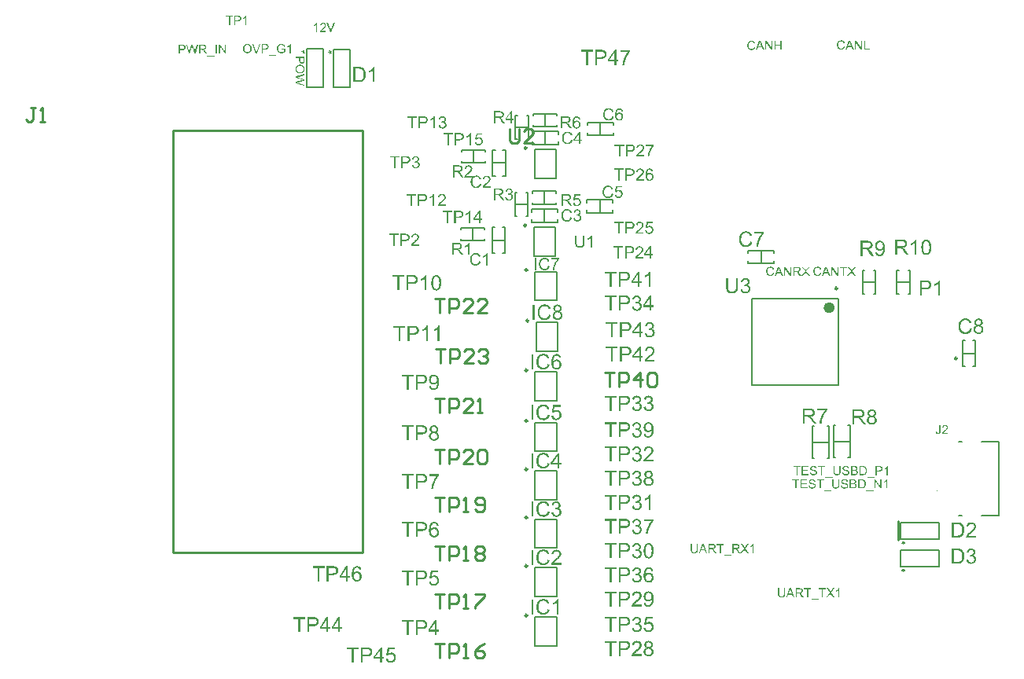
<source format=gbr>
%TF.GenerationSoftware,Altium Limited,Altium Designer,19.0.10 (269)*%
G04 Layer_Color=65535*
%FSLAX26Y26*%
%MOIN*%
%TF.FileFunction,Legend,Top*%
%TF.Part,Single*%
G01*
G75*
%TA.AperFunction,NonConductor*%
%ADD51C,0.009842*%
%ADD53C,0.023622*%
%ADD54C,0.003937*%
%ADD55C,0.005906*%
%ADD56C,0.007874*%
%ADD57C,0.010000*%
G36*
X666228Y2637205D02*
X666284Y2637094D01*
X666339Y2636927D01*
X666395Y2636706D01*
X666506Y2636372D01*
X666617Y2636039D01*
X666839Y2635207D01*
X667061Y2634208D01*
X667338Y2633098D01*
X667560Y2631932D01*
X667727Y2630711D01*
X667782Y2630767D01*
X668004Y2630989D01*
X668337Y2631378D01*
X668837Y2631877D01*
X669558Y2632543D01*
X670391Y2633265D01*
X671445Y2634208D01*
X672666Y2635207D01*
X674831Y2632099D01*
X674720Y2632044D01*
X674442Y2631822D01*
X673998Y2631488D01*
X673388Y2631044D01*
X672555Y2630545D01*
X671612Y2629934D01*
X670502Y2629213D01*
X669281Y2628492D01*
X669336D01*
X669447Y2628436D01*
X669614Y2628325D01*
X669891Y2628159D01*
X670557Y2627825D01*
X671334Y2627381D01*
X672222Y2626827D01*
X673166Y2626271D01*
X674054Y2625661D01*
X674831Y2625106D01*
X672666Y2622053D01*
X672611Y2622109D01*
X672500Y2622164D01*
X672333Y2622331D01*
X672056Y2622553D01*
X671390Y2623052D01*
X670613Y2623718D01*
X669780Y2624440D01*
X669003Y2625162D01*
X668282Y2625827D01*
X667949Y2626105D01*
X667727Y2626383D01*
Y2626327D01*
X667671Y2626216D01*
Y2626050D01*
X667616Y2625827D01*
X667560Y2625494D01*
X667449Y2625162D01*
X667283Y2624329D01*
X667061Y2623330D01*
X666839Y2622276D01*
X666228Y2620000D01*
X662510Y2621166D01*
Y2621221D01*
X662565Y2621332D01*
X662676Y2621554D01*
X662732Y2621831D01*
X662898Y2622164D01*
X663065Y2622608D01*
X663398Y2623497D01*
X663786Y2624495D01*
X664230Y2625494D01*
X664674Y2626438D01*
X665063Y2627215D01*
X665007D01*
X664841D01*
X664619Y2627160D01*
X664286D01*
X663897Y2627104D01*
X663453Y2627048D01*
X662454Y2626993D01*
X661400Y2626882D01*
X660290Y2626771D01*
X659346Y2626715D01*
X658902D01*
X658514D01*
Y2630490D01*
X658569D01*
X658625D01*
X658791D01*
X658958D01*
X659568Y2630434D01*
X660290Y2630378D01*
X661233Y2630267D01*
X662399Y2630212D01*
X663675Y2630046D01*
X665063Y2629879D01*
Y2629934D01*
X665007Y2629990D01*
X664952Y2630157D01*
X664841Y2630378D01*
X664563Y2630934D01*
X664230Y2631655D01*
X663842Y2632543D01*
X663398Y2633597D01*
X662954Y2634763D01*
X662510Y2636039D01*
X666228Y2637260D01*
Y2637205D01*
D02*
G37*
G36*
X3103224Y554447D02*
X3103168Y554392D01*
X3103113Y554281D01*
X3102946Y554114D01*
X3102724Y553837D01*
X3102225Y553171D01*
X3101559Y552394D01*
X3100837Y551561D01*
X3100116Y550784D01*
X3099450Y550063D01*
X3099172Y549730D01*
X3098895Y549508D01*
X3098950D01*
X3099061Y549452D01*
X3099228D01*
X3099450Y549397D01*
X3099783Y549341D01*
X3100116Y549230D01*
X3100948Y549064D01*
X3101947Y548842D01*
X3103002Y548620D01*
X3105277Y548009D01*
X3104112Y544291D01*
X3104056D01*
X3103945Y544346D01*
X3103723Y544457D01*
X3103446Y544513D01*
X3103113Y544679D01*
X3102669Y544846D01*
X3101781Y545179D01*
X3100782Y545567D01*
X3099783Y546011D01*
X3098839Y546455D01*
X3098062Y546844D01*
Y546788D01*
Y546622D01*
X3098118Y546400D01*
Y546067D01*
X3098173Y545678D01*
X3098229Y545234D01*
X3098284Y544235D01*
X3098395Y543181D01*
X3098506Y542071D01*
X3098562Y541127D01*
Y540683D01*
Y540295D01*
X3094788D01*
Y540350D01*
Y540406D01*
Y540572D01*
Y540739D01*
X3094843Y541349D01*
X3094899Y542071D01*
X3095010Y543014D01*
X3095065Y544180D01*
X3095232Y545456D01*
X3095398Y546844D01*
X3095343D01*
X3095287Y546788D01*
X3095121Y546733D01*
X3094899Y546622D01*
X3094344Y546344D01*
X3093622Y546011D01*
X3092734Y545623D01*
X3091680Y545179D01*
X3090514Y544735D01*
X3089238Y544291D01*
X3088017Y548009D01*
X3088072D01*
X3088183Y548065D01*
X3088350Y548120D01*
X3088572Y548176D01*
X3088905Y548287D01*
X3089238Y548398D01*
X3090070Y548620D01*
X3091069Y548842D01*
X3092179Y549119D01*
X3093345Y549341D01*
X3094566Y549508D01*
X3094510Y549563D01*
X3094288Y549785D01*
X3093900Y550118D01*
X3093400Y550618D01*
X3092734Y551339D01*
X3092013Y552172D01*
X3091069Y553226D01*
X3090070Y554447D01*
X3093178Y556612D01*
X3093234Y556501D01*
X3093456Y556223D01*
X3093789Y555779D01*
X3094233Y555169D01*
X3094732Y554336D01*
X3095343Y553393D01*
X3096064Y552283D01*
X3096786Y551062D01*
Y551117D01*
X3096841Y551228D01*
X3096952Y551395D01*
X3097119Y551672D01*
X3097452Y552338D01*
X3097896Y553115D01*
X3098451Y554003D01*
X3099006Y554947D01*
X3099616Y555835D01*
X3100171Y556612D01*
X3103224Y554447D01*
D02*
G37*
G36*
Y438073D02*
X3103168Y438017D01*
X3103113Y437906D01*
X3102946Y437740D01*
X3102724Y437462D01*
X3102225Y436796D01*
X3101559Y436019D01*
X3100837Y435187D01*
X3100116Y434410D01*
X3099450Y433688D01*
X3099172Y433355D01*
X3098895Y433133D01*
X3098950D01*
X3099061Y433078D01*
X3099228D01*
X3099450Y433022D01*
X3099783Y432967D01*
X3100116Y432856D01*
X3100948Y432689D01*
X3101947Y432467D01*
X3103002Y432245D01*
X3105277Y431635D01*
X3104112Y427916D01*
X3104056D01*
X3103945Y427972D01*
X3103723Y428083D01*
X3103446Y428138D01*
X3103113Y428305D01*
X3102669Y428471D01*
X3101781Y428804D01*
X3100782Y429193D01*
X3099783Y429637D01*
X3098839Y430081D01*
X3098062Y430469D01*
Y430414D01*
Y430247D01*
X3098118Y430025D01*
Y429692D01*
X3098173Y429304D01*
X3098229Y428860D01*
X3098284Y427861D01*
X3098395Y426806D01*
X3098506Y425696D01*
X3098562Y424753D01*
Y424309D01*
Y423920D01*
X3094788D01*
Y423976D01*
Y424031D01*
Y424198D01*
Y424364D01*
X3094843Y424975D01*
X3094899Y425696D01*
X3095010Y426640D01*
X3095065Y427805D01*
X3095232Y429082D01*
X3095398Y430469D01*
X3095343D01*
X3095287Y430414D01*
X3095121Y430358D01*
X3094899Y430247D01*
X3094344Y429970D01*
X3093622Y429637D01*
X3092734Y429248D01*
X3091680Y428804D01*
X3090514Y428360D01*
X3089238Y427916D01*
X3088017Y431635D01*
X3088072D01*
X3088183Y431690D01*
X3088350Y431746D01*
X3088572Y431801D01*
X3088905Y431912D01*
X3089238Y432023D01*
X3090070Y432245D01*
X3091069Y432467D01*
X3092179Y432745D01*
X3093345Y432967D01*
X3094566Y433133D01*
X3094510Y433189D01*
X3094288Y433411D01*
X3093900Y433744D01*
X3093400Y434243D01*
X3092734Y434965D01*
X3092013Y435797D01*
X3091069Y436852D01*
X3090070Y438073D01*
X3093178Y440237D01*
X3093234Y440126D01*
X3093456Y439849D01*
X3093789Y439405D01*
X3094233Y438794D01*
X3094732Y437962D01*
X3095343Y437018D01*
X3096064Y435908D01*
X3096786Y434687D01*
Y434743D01*
X3096841Y434854D01*
X3096952Y435020D01*
X3097119Y435298D01*
X3097452Y435964D01*
X3097896Y436741D01*
X3098451Y437629D01*
X3099006Y438572D01*
X3099616Y439460D01*
X3100171Y440237D01*
X3103224Y438073D01*
D02*
G37*
G36*
X552225Y2639130D02*
X552280Y2639019D01*
X552336Y2638852D01*
X552391Y2638630D01*
X552503Y2638297D01*
X552614Y2637964D01*
X552836Y2637132D01*
X553058Y2636133D01*
X553335Y2635023D01*
X553557Y2633857D01*
X553723Y2632636D01*
X553779Y2632692D01*
X554001Y2632914D01*
X554334Y2633302D01*
X554833Y2633802D01*
X555555Y2634468D01*
X556388Y2635189D01*
X557442Y2636133D01*
X558663Y2637132D01*
X560827Y2634024D01*
X560716Y2633968D01*
X560439Y2633746D01*
X559995Y2633413D01*
X559385Y2632969D01*
X558552Y2632470D01*
X557609Y2631859D01*
X556499Y2631138D01*
X555278Y2630416D01*
X555333D01*
X555444Y2630361D01*
X555611Y2630250D01*
X555888Y2630083D01*
X556554Y2629750D01*
X557331Y2629306D01*
X558219Y2628751D01*
X559163Y2628196D01*
X560051Y2627586D01*
X560827Y2627031D01*
X558663Y2623978D01*
X558607Y2624034D01*
X558496Y2624089D01*
X558330Y2624256D01*
X558053Y2624478D01*
X557386Y2624977D01*
X556610Y2625643D01*
X555777Y2626365D01*
X555000Y2627086D01*
X554279Y2627752D01*
X553946Y2628030D01*
X553723Y2628307D01*
Y2628252D01*
X553668Y2628141D01*
Y2627974D01*
X553612Y2627752D01*
X553557Y2627419D01*
X553446Y2627086D01*
X553279Y2626254D01*
X553058Y2625255D01*
X552836Y2624200D01*
X552225Y2621925D01*
X548506Y2623090D01*
Y2623146D01*
X548562Y2623257D01*
X548673Y2623479D01*
X548729Y2623756D01*
X548895Y2624089D01*
X549062Y2624533D01*
X549394Y2625421D01*
X549783Y2626420D01*
X550227Y2627419D01*
X550671Y2628363D01*
X551059Y2629140D01*
X551004D01*
X550837D01*
X550615Y2629084D01*
X550283D01*
X549894Y2629029D01*
X549450Y2628973D01*
X548451Y2628918D01*
X547396Y2628807D01*
X546287Y2628696D01*
X545343Y2628640D01*
X544899D01*
X544510D01*
Y2632414D01*
X544566D01*
X544621D01*
X544788D01*
X544955D01*
X545565Y2632359D01*
X546287Y2632303D01*
X547230Y2632192D01*
X548395Y2632137D01*
X549672Y2631970D01*
X551059Y2631804D01*
Y2631859D01*
X551004Y2631915D01*
X550948Y2632081D01*
X550837Y2632303D01*
X550560Y2632858D01*
X550227Y2633580D01*
X549838Y2634468D01*
X549394Y2635522D01*
X548951Y2636688D01*
X548506Y2637964D01*
X552225Y2639185D01*
Y2639130D01*
D02*
G37*
G36*
X708690Y191192D02*
X717385D01*
Y183977D01*
X708690D01*
Y168622D01*
X700827D01*
Y183977D01*
X672985D01*
Y191192D01*
X702308Y232632D01*
X708690D01*
Y191192D01*
D02*
G37*
G36*
X658925D02*
X667620D01*
Y183977D01*
X658925D01*
Y168622D01*
X651062D01*
Y183977D01*
X623220D01*
Y191192D01*
X652543Y232632D01*
X658925D01*
Y191192D01*
D02*
G37*
G36*
X597135Y232540D02*
X598707Y232447D01*
X600372Y232355D01*
X601945Y232169D01*
X603332Y231984D01*
X603518D01*
X604165Y231799D01*
X604997Y231614D01*
X606107Y231337D01*
X607310Y230875D01*
X608605Y230320D01*
X609992Y229672D01*
X611195Y228932D01*
X611380Y228839D01*
X611750Y228562D01*
X612305Y228007D01*
X613045Y227359D01*
X613878Y226527D01*
X614710Y225417D01*
X615635Y224214D01*
X616375Y222827D01*
X616467Y222642D01*
X616653Y222179D01*
X617023Y221347D01*
X617393Y220237D01*
X617670Y218942D01*
X618040Y217462D01*
X618225Y215797D01*
X618317Y214040D01*
Y213947D01*
Y213669D01*
Y213299D01*
X618225Y212652D01*
X618133Y212005D01*
X618040Y211172D01*
X617855Y210247D01*
X617670Y209230D01*
X617023Y207102D01*
X616653Y205992D01*
X616097Y204790D01*
X615450Y203587D01*
X614803Y202477D01*
X613970Y201367D01*
X613045Y200257D01*
X612952Y200165D01*
X612768Y199980D01*
X612490Y199702D01*
X612028Y199424D01*
X611472Y198962D01*
X610732Y198500D01*
X609808Y197945D01*
X608790Y197482D01*
X607587Y196927D01*
X606200Y196372D01*
X604720Y195910D01*
X602962Y195540D01*
X601112Y195169D01*
X599077Y194892D01*
X596765Y194707D01*
X594360Y194614D01*
X577987D01*
Y168622D01*
X569477D01*
Y232632D01*
X595747D01*
X597135Y232540D01*
D02*
G37*
G36*
X560690Y225047D02*
X539600D01*
Y168622D01*
X531090D01*
Y225047D01*
X510000D01*
Y232632D01*
X560690D01*
Y225047D01*
D02*
G37*
G36*
X2790552Y336994D02*
X2804927Y316847D01*
X2798655D01*
X2788943Y330500D01*
X2788887Y330556D01*
X2788776Y330722D01*
X2788665Y330944D01*
X2788443Y331222D01*
X2787943Y331999D01*
X2787389Y332831D01*
X2787333Y332776D01*
X2787166Y332554D01*
X2786945Y332221D01*
X2786667Y331777D01*
X2786057Y330889D01*
X2785779Y330500D01*
X2785557Y330167D01*
X2775845Y316847D01*
X2769740D01*
X2784558Y336716D01*
X2771460Y355253D01*
X2777510D01*
X2784503Y345374D01*
Y345319D01*
X2784613Y345263D01*
X2784724Y345097D01*
X2784891Y344875D01*
X2785224Y344320D01*
X2785724Y343654D01*
X2786223Y342877D01*
X2786722Y342100D01*
X2787166Y341378D01*
X2787555Y340712D01*
X2787610Y340823D01*
X2787777Y341045D01*
X2788055Y341489D01*
X2788443Y342044D01*
X2788887Y342655D01*
X2789442Y343432D01*
X2789997Y344209D01*
X2790663Y345041D01*
X2798322Y355253D01*
X2803872D01*
X2790552Y336994D01*
D02*
G37*
G36*
X2595192Y333053D02*
Y332998D01*
Y332776D01*
Y332498D01*
Y332110D01*
X2595137Y331610D01*
Y331055D01*
X2595081Y330389D01*
X2595026Y329723D01*
X2594859Y328225D01*
X2594637Y326671D01*
X2594304Y325172D01*
X2594082Y324451D01*
X2593860Y323785D01*
Y323729D01*
X2593805Y323618D01*
X2593693Y323452D01*
X2593582Y323230D01*
X2593249Y322619D01*
X2592750Y321842D01*
X2592084Y320954D01*
X2591307Y320066D01*
X2590308Y319123D01*
X2589087Y318290D01*
X2589032D01*
X2588921Y318179D01*
X2588754Y318124D01*
X2588477Y317957D01*
X2588144Y317791D01*
X2587700Y317624D01*
X2587256Y317458D01*
X2586700Y317236D01*
X2586090Y317014D01*
X2585424Y316847D01*
X2584702Y316681D01*
X2583870Y316514D01*
X2583037Y316403D01*
X2582149Y316292D01*
X2580151Y316181D01*
X2579652D01*
X2579264Y316237D01*
X2578820D01*
X2578265Y316292D01*
X2577654Y316348D01*
X2577044Y316403D01*
X2575656Y316625D01*
X2574157Y316958D01*
X2572715Y317402D01*
X2571327Y318013D01*
X2571271D01*
X2571160Y318124D01*
X2570994Y318235D01*
X2570772Y318346D01*
X2570162Y318790D01*
X2569440Y319400D01*
X2568608Y320177D01*
X2567831Y321065D01*
X2567053Y322175D01*
X2566443Y323396D01*
Y323452D01*
X2566387Y323563D01*
X2566332Y323785D01*
X2566221Y324062D01*
X2566110Y324395D01*
X2565999Y324839D01*
X2565832Y325339D01*
X2565722Y325949D01*
X2565610Y326615D01*
X2565444Y327337D01*
X2565333Y328114D01*
X2565222Y328946D01*
X2565111Y329890D01*
X2565055Y330889D01*
X2565000Y331943D01*
Y333053D01*
Y355253D01*
X2570106D01*
Y333053D01*
Y332998D01*
Y332831D01*
Y332554D01*
Y332221D01*
X2570162Y331832D01*
Y331333D01*
X2570217Y330278D01*
X2570328Y329057D01*
X2570494Y327836D01*
X2570716Y326671D01*
X2570827Y326171D01*
X2570994Y325672D01*
X2571050Y325561D01*
X2571160Y325283D01*
X2571438Y324895D01*
X2571771Y324340D01*
X2572160Y323785D01*
X2572715Y323174D01*
X2573381Y322564D01*
X2574157Y322064D01*
X2574269Y322009D01*
X2574546Y321842D01*
X2575046Y321676D01*
X2575711Y321454D01*
X2576488Y321176D01*
X2577488Y321010D01*
X2578542Y320843D01*
X2579707Y320788D01*
X2580262D01*
X2580595Y320843D01*
X2581095D01*
X2581595Y320899D01*
X2582816Y321121D01*
X2584148Y321398D01*
X2585424Y321842D01*
X2586645Y322453D01*
X2587200Y322841D01*
X2587700Y323285D01*
X2587755Y323341D01*
X2587811Y323396D01*
X2587921Y323563D01*
X2588088Y323785D01*
X2588255Y324118D01*
X2588477Y324451D01*
X2588698Y324950D01*
X2588921Y325450D01*
X2589142Y326060D01*
X2589309Y326782D01*
X2589531Y327614D01*
X2589698Y328502D01*
X2589864Y329501D01*
X2589975Y330556D01*
X2590086Y331777D01*
Y333053D01*
Y355253D01*
X2595192D01*
Y333053D01*
D02*
G37*
G36*
X2825295Y316847D02*
X2820577D01*
Y346873D01*
X2820522Y346817D01*
X2820244Y346595D01*
X2819912Y346262D01*
X2819356Y345874D01*
X2818746Y345374D01*
X2817969Y344819D01*
X2817081Y344209D01*
X2816082Y343598D01*
X2816026D01*
X2815971Y343543D01*
X2815638Y343321D01*
X2815083Y343043D01*
X2814417Y342710D01*
X2813640Y342322D01*
X2812807Y341933D01*
X2811975Y341545D01*
X2811142Y341212D01*
Y345763D01*
X2811198D01*
X2811309Y345874D01*
X2811531Y345929D01*
X2811809Y346096D01*
X2812142Y346262D01*
X2812530Y346484D01*
X2813474Y347039D01*
X2814584Y347650D01*
X2815693Y348427D01*
X2816859Y349315D01*
X2818024Y350258D01*
X2818080Y350314D01*
X2818135Y350369D01*
X2818302Y350536D01*
X2818524Y350702D01*
X2819023Y351257D01*
X2819689Y351923D01*
X2820356Y352700D01*
X2821077Y353588D01*
X2821688Y354476D01*
X2822242Y355420D01*
X2825295D01*
Y316847D01*
D02*
G37*
G36*
X2768407Y350702D02*
X2755753D01*
Y316847D01*
X2750648D01*
Y350702D01*
X2737994D01*
Y355253D01*
X2768407D01*
Y350702D01*
D02*
G37*
G36*
X2705748D02*
X2693094D01*
Y316847D01*
X2687988D01*
Y350702D01*
X2675334D01*
Y355253D01*
X2705748D01*
Y350702D01*
D02*
G37*
G36*
X2657796Y355198D02*
X2658296D01*
X2659461Y355142D01*
X2660682Y354976D01*
X2662014Y354809D01*
X2663235Y354532D01*
X2663845Y354365D01*
X2664345Y354199D01*
X2664401D01*
X2664456Y354143D01*
X2664789Y353977D01*
X2665289Y353755D01*
X2665899Y353366D01*
X2666565Y352867D01*
X2667287Y352201D01*
X2667952Y351424D01*
X2668619Y350536D01*
Y350480D01*
X2668674Y350425D01*
X2668896Y350092D01*
X2669118Y349537D01*
X2669451Y348815D01*
X2669729Y347983D01*
X2670006Y346984D01*
X2670173Y345929D01*
X2670228Y344764D01*
Y344708D01*
Y344597D01*
Y344375D01*
X2670173Y344098D01*
Y343709D01*
X2670117Y343321D01*
X2669895Y342377D01*
X2669562Y341267D01*
X2669118Y340102D01*
X2668452Y338936D01*
X2668008Y338381D01*
X2667564Y337826D01*
X2667508Y337771D01*
X2667453Y337715D01*
X2667287Y337549D01*
X2667064Y337382D01*
X2666787Y337160D01*
X2666454Y336938D01*
X2666010Y336661D01*
X2665566Y336328D01*
X2665011Y336050D01*
X2664401Y335773D01*
X2663735Y335440D01*
X2663013Y335162D01*
X2662180Y334940D01*
X2661348Y334663D01*
X2660405Y334496D01*
X2659405Y334330D01*
X2659517Y334274D01*
X2659738Y334163D01*
X2660072Y333941D01*
X2660515Y333719D01*
X2661515Y333109D01*
X2662014Y332720D01*
X2662458Y332387D01*
X2662569Y332276D01*
X2662847Y331999D01*
X2663291Y331555D01*
X2663845Y331000D01*
X2664456Y330223D01*
X2665177Y329390D01*
X2665899Y328391D01*
X2666676Y327281D01*
X2673280Y316847D01*
X2666954D01*
X2661903Y324839D01*
Y324895D01*
X2661792Y325006D01*
X2661681Y325172D01*
X2661515Y325394D01*
X2661126Y326005D01*
X2660626Y326782D01*
X2660016Y327614D01*
X2659405Y328502D01*
X2658795Y329335D01*
X2658240Y330112D01*
X2658184Y330167D01*
X2658018Y330389D01*
X2657740Y330722D01*
X2657352Y331111D01*
X2656519Y331943D01*
X2656075Y332332D01*
X2655631Y332665D01*
X2655576Y332720D01*
X2655465Y332776D01*
X2655243Y332887D01*
X2654910Y333053D01*
X2654577Y333220D01*
X2654189Y333386D01*
X2653300Y333664D01*
X2653245D01*
X2653134Y333719D01*
X2652912D01*
X2652635Y333775D01*
X2652246Y333830D01*
X2651802D01*
X2651191Y333886D01*
X2644642D01*
Y316847D01*
X2639537D01*
Y355253D01*
X2657352D01*
X2657796Y355198D01*
D02*
G37*
G36*
X2635374Y316847D02*
X2629602D01*
X2625106Y328502D01*
X2609012D01*
X2604849Y316847D01*
X2599465D01*
X2614117Y355253D01*
X2619668D01*
X2635374Y316847D01*
D02*
G37*
G36*
X2737272Y306191D02*
X2706026D01*
Y309577D01*
X2737272D01*
Y306191D01*
D02*
G37*
G36*
X2426490Y524398D02*
X2440865Y504252D01*
X2434593D01*
X2424881Y517905D01*
X2424825Y517960D01*
X2424715Y518127D01*
X2424604Y518349D01*
X2424381Y518626D01*
X2423882Y519403D01*
X2423327Y520236D01*
X2423271Y520180D01*
X2423105Y519958D01*
X2422883Y519625D01*
X2422606Y519181D01*
X2421995Y518293D01*
X2421718Y517905D01*
X2421495Y517572D01*
X2411783Y504252D01*
X2405678D01*
X2420497Y524121D01*
X2407398Y542658D01*
X2413448D01*
X2420441Y532779D01*
Y532723D01*
X2420552Y532668D01*
X2420663Y532501D01*
X2420829Y532279D01*
X2421162Y531724D01*
X2421662Y531058D01*
X2422162Y530281D01*
X2422661Y529504D01*
X2423105Y528783D01*
X2423494Y528117D01*
X2423549Y528228D01*
X2423715Y528450D01*
X2423993Y528894D01*
X2424381Y529449D01*
X2424825Y530059D01*
X2425381Y530836D01*
X2425936Y531613D01*
X2426602Y532446D01*
X2434260Y542658D01*
X2439811D01*
X2426490Y524398D01*
D02*
G37*
G36*
X2225192Y520458D02*
Y520402D01*
Y520180D01*
Y519903D01*
Y519514D01*
X2225137Y519015D01*
Y518460D01*
X2225081Y517794D01*
X2225026Y517128D01*
X2224859Y515629D01*
X2224637Y514075D01*
X2224304Y512577D01*
X2224082Y511855D01*
X2223860Y511189D01*
Y511134D01*
X2223805Y511023D01*
X2223693Y510856D01*
X2223582Y510634D01*
X2223249Y510024D01*
X2222750Y509247D01*
X2222084Y508359D01*
X2221307Y507471D01*
X2220308Y506527D01*
X2219087Y505695D01*
X2219032D01*
X2218921Y505584D01*
X2218754Y505528D01*
X2218477Y505362D01*
X2218144Y505195D01*
X2217700Y505029D01*
X2217256Y504862D01*
X2216700Y504640D01*
X2216090Y504418D01*
X2215424Y504252D01*
X2214702Y504085D01*
X2213870Y503919D01*
X2213037Y503808D01*
X2212149Y503697D01*
X2210151Y503586D01*
X2209652D01*
X2209264Y503641D01*
X2208820D01*
X2208265Y503697D01*
X2207654Y503752D01*
X2207044Y503808D01*
X2205656Y504030D01*
X2204157Y504363D01*
X2202715Y504807D01*
X2201327Y505417D01*
X2201271D01*
X2201160Y505528D01*
X2200994Y505639D01*
X2200772Y505750D01*
X2200162Y506194D01*
X2199440Y506805D01*
X2198608Y507582D01*
X2197831Y508470D01*
X2197053Y509580D01*
X2196443Y510801D01*
Y510856D01*
X2196387Y510967D01*
X2196332Y511189D01*
X2196221Y511467D01*
X2196110Y511800D01*
X2195999Y512244D01*
X2195832Y512743D01*
X2195722Y513354D01*
X2195610Y514020D01*
X2195444Y514741D01*
X2195333Y515518D01*
X2195222Y516351D01*
X2195111Y517294D01*
X2195055Y518293D01*
X2195000Y519348D01*
Y520458D01*
Y542658D01*
X2200106D01*
Y520458D01*
Y520402D01*
Y520236D01*
Y519958D01*
Y519625D01*
X2200162Y519237D01*
Y518737D01*
X2200217Y517683D01*
X2200328Y516462D01*
X2200494Y515241D01*
X2200716Y514075D01*
X2200827Y513576D01*
X2200994Y513076D01*
X2201050Y512965D01*
X2201160Y512688D01*
X2201438Y512299D01*
X2201771Y511744D01*
X2202160Y511189D01*
X2202715Y510579D01*
X2203381Y509968D01*
X2204157Y509469D01*
X2204269Y509413D01*
X2204546Y509247D01*
X2205046Y509080D01*
X2205711Y508858D01*
X2206488Y508581D01*
X2207488Y508414D01*
X2208542Y508248D01*
X2209707Y508192D01*
X2210262D01*
X2210595Y508248D01*
X2211095D01*
X2211595Y508303D01*
X2212816Y508525D01*
X2214148Y508803D01*
X2215424Y509247D01*
X2216645Y509857D01*
X2217200Y510246D01*
X2217700Y510690D01*
X2217755Y510745D01*
X2217811Y510801D01*
X2217921Y510967D01*
X2218088Y511189D01*
X2218255Y511522D01*
X2218477Y511855D01*
X2218698Y512355D01*
X2218921Y512854D01*
X2219142Y513465D01*
X2219309Y514186D01*
X2219531Y515019D01*
X2219698Y515907D01*
X2219864Y516906D01*
X2219975Y517960D01*
X2220086Y519181D01*
Y520458D01*
Y542658D01*
X2225192D01*
Y520458D01*
D02*
G37*
G36*
X2461233Y504252D02*
X2456516D01*
Y534277D01*
X2456461Y534222D01*
X2456183Y534000D01*
X2455850Y533667D01*
X2455295Y533278D01*
X2454684Y532779D01*
X2453907Y532224D01*
X2453019Y531613D01*
X2452021Y531003D01*
X2451965D01*
X2451910Y530947D01*
X2451577Y530725D01*
X2451021Y530448D01*
X2450356Y530115D01*
X2449579Y529726D01*
X2448746Y529338D01*
X2447914Y528949D01*
X2447081Y528616D01*
Y533167D01*
X2447137D01*
X2447247Y533278D01*
X2447470Y533334D01*
X2447747Y533500D01*
X2448080Y533667D01*
X2448468Y533889D01*
X2449412Y534444D01*
X2450522Y535054D01*
X2451632Y535831D01*
X2452798Y536719D01*
X2453963Y537663D01*
X2454019Y537718D01*
X2454074Y537774D01*
X2454240Y537940D01*
X2454463Y538107D01*
X2454962Y538662D01*
X2455628Y539328D01*
X2456294Y540105D01*
X2457015Y540993D01*
X2457626Y541881D01*
X2458181Y542824D01*
X2461233D01*
Y504252D01*
D02*
G37*
G36*
X2389195Y542602D02*
X2389694D01*
X2390860Y542547D01*
X2392081Y542380D01*
X2393412Y542214D01*
X2394633Y541936D01*
X2395244Y541770D01*
X2395744Y541603D01*
X2395799D01*
X2395854Y541548D01*
X2396188Y541381D01*
X2396687Y541159D01*
X2397298Y540771D01*
X2397963Y540271D01*
X2398685Y539605D01*
X2399351Y538828D01*
X2400017Y537940D01*
Y537885D01*
X2400073Y537829D01*
X2400294Y537496D01*
X2400517Y536941D01*
X2400849Y536220D01*
X2401127Y535387D01*
X2401405Y534388D01*
X2401571Y533334D01*
X2401626Y532168D01*
Y532113D01*
Y532002D01*
Y531780D01*
X2401571Y531502D01*
Y531114D01*
X2401515Y530725D01*
X2401294Y529782D01*
X2400961Y528672D01*
X2400517Y527506D01*
X2399851Y526341D01*
X2399407Y525786D01*
X2398963Y525231D01*
X2398907Y525175D01*
X2398852Y525120D01*
X2398685Y524953D01*
X2398463Y524787D01*
X2398186Y524565D01*
X2397852Y524343D01*
X2397409Y524065D01*
X2396965Y523732D01*
X2396410Y523455D01*
X2395799Y523177D01*
X2395133Y522844D01*
X2394412Y522567D01*
X2393579Y522345D01*
X2392747Y522067D01*
X2391803Y521901D01*
X2390804Y521734D01*
X2390915Y521679D01*
X2391137Y521568D01*
X2391470Y521346D01*
X2391914Y521124D01*
X2392913Y520513D01*
X2393412Y520125D01*
X2393856Y519792D01*
X2393968Y519681D01*
X2394245Y519403D01*
X2394689Y518959D01*
X2395244Y518404D01*
X2395854Y517627D01*
X2396576Y516795D01*
X2397298Y515796D01*
X2398075Y514686D01*
X2404679Y504252D01*
X2398352D01*
X2393302Y512244D01*
Y512299D01*
X2393191Y512410D01*
X2393079Y512577D01*
X2392913Y512799D01*
X2392524Y513409D01*
X2392025Y514186D01*
X2391414Y515019D01*
X2390804Y515907D01*
X2390193Y516739D01*
X2389639Y517516D01*
X2389583Y517572D01*
X2389416Y517794D01*
X2389139Y518127D01*
X2388751Y518515D01*
X2387918Y519348D01*
X2387474Y519736D01*
X2387030Y520069D01*
X2386974Y520125D01*
X2386863Y520180D01*
X2386642Y520291D01*
X2386309Y520458D01*
X2385976Y520624D01*
X2385587Y520791D01*
X2384699Y521068D01*
X2384644D01*
X2384532Y521124D01*
X2384311D01*
X2384033Y521179D01*
X2383644Y521235D01*
X2383200D01*
X2382590Y521290D01*
X2376041D01*
Y504252D01*
X2370935D01*
Y542658D01*
X2388751D01*
X2389195Y542602D01*
D02*
G37*
G36*
X2335748Y538107D02*
X2323094D01*
Y504252D01*
X2317988D01*
Y538107D01*
X2305334D01*
Y542658D01*
X2335748D01*
Y538107D01*
D02*
G37*
G36*
X2287796Y542602D02*
X2288296D01*
X2289461Y542547D01*
X2290682Y542380D01*
X2292014Y542214D01*
X2293235Y541936D01*
X2293845Y541770D01*
X2294345Y541603D01*
X2294401D01*
X2294456Y541548D01*
X2294789Y541381D01*
X2295289Y541159D01*
X2295899Y540771D01*
X2296565Y540271D01*
X2297287Y539605D01*
X2297952Y538828D01*
X2298619Y537940D01*
Y537885D01*
X2298674Y537829D01*
X2298896Y537496D01*
X2299118Y536941D01*
X2299451Y536220D01*
X2299729Y535387D01*
X2300006Y534388D01*
X2300173Y533334D01*
X2300228Y532168D01*
Y532113D01*
Y532002D01*
Y531780D01*
X2300173Y531502D01*
Y531114D01*
X2300117Y530725D01*
X2299895Y529782D01*
X2299562Y528672D01*
X2299118Y527506D01*
X2298452Y526341D01*
X2298008Y525786D01*
X2297564Y525231D01*
X2297508Y525175D01*
X2297453Y525120D01*
X2297287Y524953D01*
X2297064Y524787D01*
X2296787Y524565D01*
X2296454Y524343D01*
X2296010Y524065D01*
X2295566Y523732D01*
X2295011Y523455D01*
X2294401Y523177D01*
X2293735Y522844D01*
X2293013Y522567D01*
X2292180Y522345D01*
X2291348Y522067D01*
X2290405Y521901D01*
X2289405Y521734D01*
X2289517Y521679D01*
X2289738Y521568D01*
X2290072Y521346D01*
X2290515Y521124D01*
X2291515Y520513D01*
X2292014Y520125D01*
X2292458Y519792D01*
X2292569Y519681D01*
X2292847Y519403D01*
X2293291Y518959D01*
X2293845Y518404D01*
X2294456Y517627D01*
X2295177Y516795D01*
X2295899Y515796D01*
X2296676Y514686D01*
X2303280Y504252D01*
X2296954D01*
X2291903Y512244D01*
Y512299D01*
X2291792Y512410D01*
X2291681Y512577D01*
X2291515Y512799D01*
X2291126Y513409D01*
X2290626Y514186D01*
X2290016Y515019D01*
X2289405Y515907D01*
X2288795Y516739D01*
X2288240Y517516D01*
X2288184Y517572D01*
X2288018Y517794D01*
X2287740Y518127D01*
X2287352Y518515D01*
X2286519Y519348D01*
X2286075Y519736D01*
X2285631Y520069D01*
X2285576Y520125D01*
X2285465Y520180D01*
X2285243Y520291D01*
X2284910Y520458D01*
X2284577Y520624D01*
X2284189Y520791D01*
X2283300Y521068D01*
X2283245D01*
X2283134Y521124D01*
X2282912D01*
X2282635Y521179D01*
X2282246Y521235D01*
X2281802D01*
X2281191Y521290D01*
X2274642D01*
Y504252D01*
X2269537D01*
Y542658D01*
X2287352D01*
X2287796Y542602D01*
D02*
G37*
G36*
X2265374Y504252D02*
X2259602D01*
X2255106Y515907D01*
X2239012D01*
X2234849Y504252D01*
X2229465D01*
X2244117Y542658D01*
X2249668D01*
X2265374Y504252D01*
D02*
G37*
G36*
X2367272Y493596D02*
X2336026D01*
Y496981D01*
X2367272D01*
Y493596D01*
D02*
G37*
G36*
X2852999Y874016D02*
X2853387D01*
X2854442Y873905D01*
X2855608Y873739D01*
X2856829Y873462D01*
X2858160Y873129D01*
X2859381Y872684D01*
X2859437D01*
X2859548Y872629D01*
X2859715Y872518D01*
X2859936Y872407D01*
X2860492Y872130D01*
X2861213Y871630D01*
X2862046Y871075D01*
X2862878Y870354D01*
X2863655Y869521D01*
X2864376Y868577D01*
Y868522D01*
X2864432Y868466D01*
X2864543Y868300D01*
X2864654Y868134D01*
X2864932Y867578D01*
X2865265Y866857D01*
X2865653Y865969D01*
X2865930Y864914D01*
X2866208Y863804D01*
X2866319Y862583D01*
X2861435Y862195D01*
Y862250D01*
Y862361D01*
X2861380Y862528D01*
X2861324Y862806D01*
X2861157Y863416D01*
X2860936Y864249D01*
X2860602Y865136D01*
X2860103Y866024D01*
X2859492Y866857D01*
X2858715Y867634D01*
X2858604Y867689D01*
X2858327Y867912D01*
X2857772Y868245D01*
X2857050Y868577D01*
X2856107Y868910D01*
X2854997Y869244D01*
X2853610Y869466D01*
X2852055Y869521D01*
X2851278D01*
X2850945Y869466D01*
X2850501Y869410D01*
X2849503Y869299D01*
X2848392Y869077D01*
X2847282Y868799D01*
X2846228Y868356D01*
X2845784Y868078D01*
X2845340Y867801D01*
X2845229Y867745D01*
X2845007Y867523D01*
X2844674Y867135D01*
X2844341Y866691D01*
X2843952Y866080D01*
X2843619Y865414D01*
X2843398Y864637D01*
X2843287Y863749D01*
Y863638D01*
Y863416D01*
X2843342Y863028D01*
X2843453Y862583D01*
X2843619Y862029D01*
X2843897Y861473D01*
X2844230Y860918D01*
X2844729Y860364D01*
X2844785Y860308D01*
X2845062Y860141D01*
X2845285Y859975D01*
X2845506Y859864D01*
X2845840Y859697D01*
X2846228Y859476D01*
X2846727Y859309D01*
X2847282Y859087D01*
X2847893Y858865D01*
X2848615Y858587D01*
X2849392Y858365D01*
X2850280Y858088D01*
X2851278Y857866D01*
X2852389Y857588D01*
X2852444D01*
X2852666Y857533D01*
X2852999Y857477D01*
X2853387Y857366D01*
X2853887Y857255D01*
X2854497Y857089D01*
X2855108Y856923D01*
X2855774Y856756D01*
X2857217Y856367D01*
X2858604Y855979D01*
X2859271Y855757D01*
X2859881Y855535D01*
X2860436Y855369D01*
X2860880Y855146D01*
X2860936D01*
X2861046Y855091D01*
X2861213Y854980D01*
X2861435Y854869D01*
X2862046Y854536D01*
X2862767Y854092D01*
X2863599Y853481D01*
X2864432Y852816D01*
X2865209Y852038D01*
X2865875Y851206D01*
X2865930Y851095D01*
X2866153Y850817D01*
X2866374Y850318D01*
X2866707Y849652D01*
X2866985Y848875D01*
X2867262Y847932D01*
X2867429Y846877D01*
X2867485Y845767D01*
Y845712D01*
Y845656D01*
Y845490D01*
Y845268D01*
X2867374Y844657D01*
X2867262Y843880D01*
X2867041Y842992D01*
X2866763Y842048D01*
X2866319Y841049D01*
X2865709Y839995D01*
Y839939D01*
X2865653Y839884D01*
X2865376Y839551D01*
X2864987Y839052D01*
X2864432Y838496D01*
X2863711Y837831D01*
X2862823Y837109D01*
X2861823Y836443D01*
X2860658Y835832D01*
X2860602D01*
X2860492Y835777D01*
X2860325Y835721D01*
X2860103Y835611D01*
X2859770Y835500D01*
X2859381Y835333D01*
X2858494Y835111D01*
X2857439Y834833D01*
X2856162Y834556D01*
X2854775Y834389D01*
X2853276Y834334D01*
X2852389D01*
X2851945Y834389D01*
X2851445D01*
X2850890Y834445D01*
X2850224Y834500D01*
X2848836Y834722D01*
X2847394Y834944D01*
X2845950Y835333D01*
X2844563Y835832D01*
X2844508D01*
X2844396Y835888D01*
X2844230Y835999D01*
X2844008Y836110D01*
X2843342Y836443D01*
X2842565Y836942D01*
X2841677Y837609D01*
X2840733Y838385D01*
X2839845Y839329D01*
X2839013Y840384D01*
Y840439D01*
X2838902Y840550D01*
X2838847Y840716D01*
X2838680Y840938D01*
X2838569Y841216D01*
X2838403Y841549D01*
X2838014Y842381D01*
X2837626Y843436D01*
X2837293Y844601D01*
X2837070Y845933D01*
X2836959Y847321D01*
X2841733Y847765D01*
Y847710D01*
Y847654D01*
X2841788Y847487D01*
Y847265D01*
X2841899Y846766D01*
X2842066Y846044D01*
X2842287Y845323D01*
X2842510Y844490D01*
X2842898Y843713D01*
X2843287Y842992D01*
X2843342Y842937D01*
X2843508Y842715D01*
X2843786Y842326D01*
X2844230Y841938D01*
X2844785Y841438D01*
X2845396Y840938D01*
X2846228Y840439D01*
X2847116Y839995D01*
X2847171D01*
X2847227Y839939D01*
X2847394Y839884D01*
X2847560Y839828D01*
X2848115Y839662D01*
X2848836Y839440D01*
X2849724Y839218D01*
X2850724Y839052D01*
X2851834Y838941D01*
X2853055Y838885D01*
X2853554D01*
X2854109Y838941D01*
X2854775Y838996D01*
X2855552Y839107D01*
X2856440Y839218D01*
X2857328Y839440D01*
X2858160Y839717D01*
X2858271Y839773D01*
X2858549Y839884D01*
X2858938Y840106D01*
X2859437Y840328D01*
X2859936Y840716D01*
X2860492Y841105D01*
X2861046Y841549D01*
X2861490Y842104D01*
X2861546Y842159D01*
X2861657Y842381D01*
X2861823Y842659D01*
X2862046Y843103D01*
X2862267Y843547D01*
X2862434Y844102D01*
X2862545Y844712D01*
X2862601Y845379D01*
Y845434D01*
Y845712D01*
X2862545Y846044D01*
X2862490Y846489D01*
X2862323Y846933D01*
X2862157Y847487D01*
X2861879Y848043D01*
X2861490Y848542D01*
X2861435Y848597D01*
X2861269Y848764D01*
X2861046Y848986D01*
X2860658Y849319D01*
X2860214Y849652D01*
X2859604Y850040D01*
X2858882Y850429D01*
X2858050Y850762D01*
X2857994Y850817D01*
X2857716Y850873D01*
X2857273Y851039D01*
X2856995Y851095D01*
X2856606Y851206D01*
X2856218Y851372D01*
X2855718Y851484D01*
X2855164Y851650D01*
X2854497Y851817D01*
X2853831Y851983D01*
X2853055Y852205D01*
X2852166Y852427D01*
X2851223Y852649D01*
X2851168D01*
X2851001Y852705D01*
X2850724Y852760D01*
X2850390Y852871D01*
X2849947Y852982D01*
X2849447Y853093D01*
X2848337Y853426D01*
X2847116Y853814D01*
X2845840Y854203D01*
X2844729Y854591D01*
X2844230Y854813D01*
X2843786Y855035D01*
X2843731D01*
X2843675Y855091D01*
X2843342Y855313D01*
X2842843Y855591D01*
X2842287Y856034D01*
X2841622Y856534D01*
X2840956Y857144D01*
X2840289Y857866D01*
X2839735Y858643D01*
X2839679Y858754D01*
X2839512Y859032D01*
X2839291Y859476D01*
X2839068Y860030D01*
X2838847Y860752D01*
X2838624Y861585D01*
X2838458Y862472D01*
X2838403Y863416D01*
Y863471D01*
Y863527D01*
Y863693D01*
Y863915D01*
X2838514Y864471D01*
X2838624Y865192D01*
X2838791Y866024D01*
X2839068Y866968D01*
X2839457Y867912D01*
X2840012Y868855D01*
Y868910D01*
X2840068Y868966D01*
X2840345Y869299D01*
X2840733Y869743D01*
X2841233Y870298D01*
X2841899Y870909D01*
X2842731Y871574D01*
X2843731Y872185D01*
X2844840Y872740D01*
X2844896D01*
X2845007Y872795D01*
X2845173Y872851D01*
X2845396Y872962D01*
X2845673Y873073D01*
X2846061Y873184D01*
X2846894Y873406D01*
X2847948Y873628D01*
X2849169Y873850D01*
X2850446Y874016D01*
X2851889Y874072D01*
X2852610D01*
X2852999Y874016D01*
D02*
G37*
G36*
X2715803D02*
X2716191D01*
X2717246Y873905D01*
X2718412Y873739D01*
X2719633Y873462D01*
X2720965Y873129D01*
X2722186Y872684D01*
X2722241D01*
X2722352Y872629D01*
X2722519Y872518D01*
X2722740Y872407D01*
X2723296Y872130D01*
X2724017Y871630D01*
X2724849Y871075D01*
X2725682Y870354D01*
X2726459Y869521D01*
X2727180Y868577D01*
Y868522D01*
X2727236Y868466D01*
X2727347Y868300D01*
X2727458Y868134D01*
X2727735Y867578D01*
X2728068Y866857D01*
X2728457Y865969D01*
X2728735Y864914D01*
X2729012Y863804D01*
X2729123Y862583D01*
X2724239Y862195D01*
Y862250D01*
Y862361D01*
X2724184Y862528D01*
X2724128Y862806D01*
X2723961Y863416D01*
X2723740Y864249D01*
X2723407Y865136D01*
X2722907Y866024D01*
X2722296Y866857D01*
X2721519Y867634D01*
X2721409Y867689D01*
X2721131Y867912D01*
X2720576Y868245D01*
X2719854Y868577D01*
X2718911Y868910D01*
X2717801Y869244D01*
X2716414Y869466D01*
X2714860Y869521D01*
X2714082D01*
X2713749Y869466D01*
X2713305Y869410D01*
X2712307Y869299D01*
X2711197Y869077D01*
X2710086Y868799D01*
X2709032Y868356D01*
X2708588Y868078D01*
X2708144Y867801D01*
X2708033Y867745D01*
X2707811Y867523D01*
X2707478Y867135D01*
X2707145Y866691D01*
X2706756Y866080D01*
X2706423Y865414D01*
X2706202Y864637D01*
X2706090Y863749D01*
Y863638D01*
Y863416D01*
X2706146Y863028D01*
X2706257Y862583D01*
X2706423Y862029D01*
X2706701Y861473D01*
X2707034Y860918D01*
X2707534Y860364D01*
X2707589Y860308D01*
X2707867Y860141D01*
X2708088Y859975D01*
X2708311Y859864D01*
X2708644Y859697D01*
X2709032Y859476D01*
X2709532Y859309D01*
X2710086Y859087D01*
X2710697Y858865D01*
X2711419Y858587D01*
X2712195Y858365D01*
X2713084Y858088D01*
X2714082Y857866D01*
X2715193Y857588D01*
X2715248D01*
X2715470Y857533D01*
X2715803Y857477D01*
X2716191Y857366D01*
X2716691Y857255D01*
X2717302Y857089D01*
X2717912Y856923D01*
X2718578Y856756D01*
X2720021Y856367D01*
X2721409Y855979D01*
X2722075Y855757D01*
X2722685Y855535D01*
X2723240Y855369D01*
X2723684Y855146D01*
X2723740D01*
X2723851Y855091D01*
X2724017Y854980D01*
X2724239Y854869D01*
X2724849Y854536D01*
X2725571Y854092D01*
X2726403Y853481D01*
X2727236Y852816D01*
X2728013Y852038D01*
X2728679Y851206D01*
X2728735Y851095D01*
X2728956Y850817D01*
X2729178Y850318D01*
X2729512Y849652D01*
X2729789Y848875D01*
X2730066Y847932D01*
X2730233Y846877D01*
X2730289Y845767D01*
Y845712D01*
Y845656D01*
Y845490D01*
Y845268D01*
X2730177Y844657D01*
X2730066Y843880D01*
X2729845Y842992D01*
X2729567Y842048D01*
X2729123Y841049D01*
X2728512Y839995D01*
Y839939D01*
X2728457Y839884D01*
X2728180Y839551D01*
X2727791Y839052D01*
X2727236Y838496D01*
X2726515Y837831D01*
X2725626Y837109D01*
X2724628Y836443D01*
X2723462Y835832D01*
X2723407D01*
X2723296Y835777D01*
X2723129Y835721D01*
X2722907Y835611D01*
X2722574Y835500D01*
X2722186Y835333D01*
X2721298Y835111D01*
X2720243Y834833D01*
X2718966Y834556D01*
X2717579Y834389D01*
X2716081Y834334D01*
X2715193D01*
X2714749Y834389D01*
X2714249D01*
X2713694Y834445D01*
X2713028Y834500D01*
X2711640Y834722D01*
X2710198Y834944D01*
X2708755Y835333D01*
X2707367Y835832D01*
X2707311D01*
X2707200Y835888D01*
X2707034Y835999D01*
X2706812Y836110D01*
X2706146Y836443D01*
X2705369Y836942D01*
X2704481Y837609D01*
X2703537Y838385D01*
X2702649Y839329D01*
X2701817Y840384D01*
Y840439D01*
X2701706Y840550D01*
X2701651Y840716D01*
X2701484Y840938D01*
X2701373Y841216D01*
X2701206Y841549D01*
X2700818Y842381D01*
X2700430Y843436D01*
X2700097Y844601D01*
X2699874Y845933D01*
X2699764Y847321D01*
X2704537Y847765D01*
Y847710D01*
Y847654D01*
X2704592Y847487D01*
Y847265D01*
X2704703Y846766D01*
X2704869Y846044D01*
X2705091Y845323D01*
X2705314Y844490D01*
X2705702Y843713D01*
X2706090Y842992D01*
X2706146Y842937D01*
X2706312Y842715D01*
X2706590Y842326D01*
X2707034Y841938D01*
X2707589Y841438D01*
X2708200Y840938D01*
X2709032Y840439D01*
X2709920Y839995D01*
X2709976D01*
X2710031Y839939D01*
X2710198Y839884D01*
X2710364Y839828D01*
X2710919Y839662D01*
X2711640Y839440D01*
X2712528Y839218D01*
X2713528Y839052D01*
X2714637Y838941D01*
X2715858Y838885D01*
X2716358D01*
X2716913Y838941D01*
X2717579Y838996D01*
X2718356Y839107D01*
X2719244Y839218D01*
X2720132Y839440D01*
X2720965Y839717D01*
X2721075Y839773D01*
X2721353Y839884D01*
X2721742Y840106D01*
X2722241Y840328D01*
X2722740Y840716D01*
X2723296Y841105D01*
X2723851Y841549D01*
X2724294Y842104D01*
X2724350Y842159D01*
X2724461Y842381D01*
X2724628Y842659D01*
X2724849Y843103D01*
X2725072Y843547D01*
X2725238Y844102D01*
X2725349Y844712D01*
X2725405Y845379D01*
Y845434D01*
Y845712D01*
X2725349Y846044D01*
X2725294Y846489D01*
X2725127Y846933D01*
X2724961Y847487D01*
X2724683Y848043D01*
X2724294Y848542D01*
X2724239Y848597D01*
X2724073Y848764D01*
X2723851Y848986D01*
X2723462Y849319D01*
X2723018Y849652D01*
X2722407Y850040D01*
X2721686Y850429D01*
X2720854Y850762D01*
X2720798Y850817D01*
X2720521Y850873D01*
X2720077Y851039D01*
X2719799Y851095D01*
X2719410Y851206D01*
X2719022Y851372D01*
X2718523Y851484D01*
X2717968Y851650D01*
X2717302Y851817D01*
X2716635Y851983D01*
X2715858Y852205D01*
X2714970Y852427D01*
X2714027Y852649D01*
X2713972D01*
X2713805Y852705D01*
X2713528Y852760D01*
X2713195Y852871D01*
X2712751Y852982D01*
X2712251Y853093D01*
X2711141Y853426D01*
X2709920Y853814D01*
X2708644Y854203D01*
X2707534Y854591D01*
X2707034Y854813D01*
X2706590Y855035D01*
X2706535D01*
X2706479Y855091D01*
X2706146Y855313D01*
X2705646Y855591D01*
X2705091Y856034D01*
X2704425Y856534D01*
X2703760Y857144D01*
X2703093Y857866D01*
X2702539Y858643D01*
X2702483Y858754D01*
X2702316Y859032D01*
X2702095Y859476D01*
X2701872Y860030D01*
X2701651Y860752D01*
X2701428Y861585D01*
X2701262Y862472D01*
X2701206Y863416D01*
Y863471D01*
Y863527D01*
Y863693D01*
Y863915D01*
X2701318Y864471D01*
X2701428Y865192D01*
X2701595Y866024D01*
X2701872Y866968D01*
X2702261Y867912D01*
X2702816Y868855D01*
Y868910D01*
X2702872Y868966D01*
X2703149Y869299D01*
X2703537Y869743D01*
X2704037Y870298D01*
X2704703Y870909D01*
X2705535Y871574D01*
X2706535Y872185D01*
X2707644Y872740D01*
X2707700D01*
X2707811Y872795D01*
X2707977Y872851D01*
X2708200Y872962D01*
X2708477Y873073D01*
X2708865Y873184D01*
X2709698Y873406D01*
X2710753Y873628D01*
X2711974Y873850D01*
X2713250Y874016D01*
X2714693Y874072D01*
X2715414D01*
X2715803Y874016D01*
D02*
G37*
G36*
X2830189Y851206D02*
Y851150D01*
Y850928D01*
Y850651D01*
Y850263D01*
X2830133Y849763D01*
Y849208D01*
X2830077Y848542D01*
X2830022Y847876D01*
X2829856Y846378D01*
X2829633Y844823D01*
X2829300Y843325D01*
X2829079Y842604D01*
X2828856Y841938D01*
Y841882D01*
X2828801Y841771D01*
X2828690Y841605D01*
X2828579Y841383D01*
X2828246Y840772D01*
X2827747Y839995D01*
X2827081Y839107D01*
X2826303Y838219D01*
X2825305Y837275D01*
X2824084Y836443D01*
X2824028D01*
X2823917Y836332D01*
X2823751Y836277D01*
X2823473Y836110D01*
X2823140Y835943D01*
X2822696Y835777D01*
X2822252Y835611D01*
X2821697Y835389D01*
X2821086Y835167D01*
X2820421Y835000D01*
X2819699Y834833D01*
X2818867Y834667D01*
X2818034Y834556D01*
X2817146Y834445D01*
X2815148Y834334D01*
X2814648D01*
X2814260Y834389D01*
X2813816D01*
X2813261Y834445D01*
X2812651Y834500D01*
X2812040Y834556D01*
X2810653Y834778D01*
X2809154Y835111D01*
X2807711Y835555D01*
X2806323Y836165D01*
X2806268D01*
X2806157Y836277D01*
X2805990Y836388D01*
X2805769Y836499D01*
X2805158Y836942D01*
X2804436Y837553D01*
X2803604Y838330D01*
X2802827Y839218D01*
X2802050Y840328D01*
X2801439Y841549D01*
Y841605D01*
X2801384Y841716D01*
X2801329Y841938D01*
X2801218Y842215D01*
X2801106Y842548D01*
X2800995Y842992D01*
X2800829Y843491D01*
X2800718Y844102D01*
X2800607Y844768D01*
X2800441Y845490D01*
X2800329Y846266D01*
X2800218Y847099D01*
X2800108Y848043D01*
X2800052Y849042D01*
X2799997Y850096D01*
Y851206D01*
Y873406D01*
X2805102D01*
Y851206D01*
Y851150D01*
Y850984D01*
Y850707D01*
Y850374D01*
X2805158Y849985D01*
Y849486D01*
X2805213Y848431D01*
X2805325Y847210D01*
X2805491Y845989D01*
X2805713Y844823D01*
X2805824Y844324D01*
X2805990Y843824D01*
X2806046Y843713D01*
X2806157Y843436D01*
X2806434Y843048D01*
X2806767Y842492D01*
X2807156Y841938D01*
X2807711Y841327D01*
X2808377Y840716D01*
X2809154Y840217D01*
X2809265Y840162D01*
X2809543Y839995D01*
X2810042Y839828D01*
X2810708Y839606D01*
X2811485Y839329D01*
X2812484Y839163D01*
X2813539Y838996D01*
X2814704Y838941D01*
X2815259D01*
X2815592Y838996D01*
X2816091D01*
X2816591Y839052D01*
X2817812Y839274D01*
X2819144Y839551D01*
X2820421Y839995D01*
X2821642Y840606D01*
X2822197Y840994D01*
X2822696Y841438D01*
X2822751Y841494D01*
X2822807Y841549D01*
X2822918Y841716D01*
X2823084Y841938D01*
X2823251Y842270D01*
X2823473Y842604D01*
X2823695Y843103D01*
X2823917Y843602D01*
X2824139Y844213D01*
X2824305Y844934D01*
X2824528Y845767D01*
X2824694Y846655D01*
X2824860Y847654D01*
X2824972Y848708D01*
X2825082Y849929D01*
Y851206D01*
Y873406D01*
X2830189D01*
Y851206D01*
D02*
G37*
G36*
X3030488Y835000D02*
X3025771D01*
Y865025D01*
X3025715Y864970D01*
X3025438Y864748D01*
X3025104Y864415D01*
X3024550Y864027D01*
X3023939Y863527D01*
X3023162Y862972D01*
X3022274Y862361D01*
X3021275Y861751D01*
X3021220D01*
X3021164Y861696D01*
X3020831Y861473D01*
X3020276Y861196D01*
X3019610Y860863D01*
X3018833Y860475D01*
X3018001Y860086D01*
X3017168Y859697D01*
X3016336Y859365D01*
Y863915D01*
X3016391D01*
X3016502Y864027D01*
X3016724Y864082D01*
X3017001Y864249D01*
X3017334Y864415D01*
X3017723Y864637D01*
X3018666Y865192D01*
X3019776Y865803D01*
X3020887Y866580D01*
X3022052Y867467D01*
X3023218Y868411D01*
X3023273Y868466D01*
X3023329Y868522D01*
X3023495Y868688D01*
X3023717Y868855D01*
X3024216Y869410D01*
X3024883Y870076D01*
X3025548Y870853D01*
X3026270Y871741D01*
X3026881Y872629D01*
X3027436Y873572D01*
X3030488D01*
Y835000D01*
D02*
G37*
G36*
X2995468Y873351D02*
X2996411Y873295D01*
X2997410Y873240D01*
X2998354Y873129D01*
X2999186Y873018D01*
X2999297D01*
X2999686Y872907D01*
X3000185Y872795D01*
X3000851Y872629D01*
X3001573Y872351D01*
X3002349Y872019D01*
X3003182Y871630D01*
X3003903Y871186D01*
X3004015Y871130D01*
X3004236Y870964D01*
X3004570Y870631D01*
X3005014Y870242D01*
X3005513Y869743D01*
X3006012Y869077D01*
X3006568Y868356D01*
X3007012Y867523D01*
X3007067Y867412D01*
X3007178Y867135D01*
X3007400Y866635D01*
X3007622Y865969D01*
X3007789Y865192D01*
X3008010Y864304D01*
X3008122Y863305D01*
X3008177Y862250D01*
Y862195D01*
Y862029D01*
Y861807D01*
X3008122Y861418D01*
X3008066Y861029D01*
X3008010Y860530D01*
X3007899Y859975D01*
X3007789Y859365D01*
X3007400Y858088D01*
X3007178Y857422D01*
X3006845Y856701D01*
X3006456Y855979D01*
X3006068Y855313D01*
X3005568Y854647D01*
X3005014Y853981D01*
X3004958Y853926D01*
X3004847Y853814D01*
X3004680Y853648D01*
X3004403Y853481D01*
X3004070Y853204D01*
X3003626Y852927D01*
X3003071Y852593D01*
X3002461Y852316D01*
X3001739Y851983D01*
X3000907Y851650D01*
X3000019Y851372D01*
X2998964Y851150D01*
X2997854Y850928D01*
X2996633Y850762D01*
X2995245Y850651D01*
X2993802Y850596D01*
X2983979D01*
Y835000D01*
X2978873D01*
Y873406D01*
X2994635D01*
X2995468Y873351D01*
D02*
G37*
G36*
X2926037D02*
X2927147Y873295D01*
X2928257Y873184D01*
X2929367Y873018D01*
X2930311Y872851D01*
X2930366D01*
X2930477Y872795D01*
X2930644D01*
X2930865Y872684D01*
X2931476Y872518D01*
X2932253Y872240D01*
X2933141Y871852D01*
X2934084Y871352D01*
X2935028Y870798D01*
X2935916Y870076D01*
X2935972Y870020D01*
X2936027Y869965D01*
X2936193Y869798D01*
X2936416Y869632D01*
X2936970Y869077D01*
X2937637Y868300D01*
X2938358Y867356D01*
X2939135Y866246D01*
X2939856Y864970D01*
X2940467Y863527D01*
Y863471D01*
X2940523Y863361D01*
X2940633Y863139D01*
X2940689Y862806D01*
X2940856Y862417D01*
X2940966Y861973D01*
X2941077Y861473D01*
X2941244Y860863D01*
X2941410Y860253D01*
X2941521Y859531D01*
X2941799Y857977D01*
X2941965Y856256D01*
X2942021Y854370D01*
Y854314D01*
Y854203D01*
Y853926D01*
Y853648D01*
X2941965Y853260D01*
Y852816D01*
X2941910Y851761D01*
X2941744Y850540D01*
X2941577Y849264D01*
X2941300Y847932D01*
X2940966Y846600D01*
Y846544D01*
X2940911Y846433D01*
X2940856Y846266D01*
X2940800Y846044D01*
X2940578Y845434D01*
X2940245Y844657D01*
X2939912Y843769D01*
X2939468Y842881D01*
X2938913Y841938D01*
X2938358Y841049D01*
X2938302Y840938D01*
X2938081Y840661D01*
X2937747Y840273D01*
X2937303Y839773D01*
X2936804Y839218D01*
X2936193Y838663D01*
X2935583Y838053D01*
X2934861Y837553D01*
X2934751Y837497D01*
X2934528Y837331D01*
X2934140Y837109D01*
X2933585Y836832D01*
X2932919Y836499D01*
X2932142Y836221D01*
X2931254Y835888D01*
X2930255Y835611D01*
X2930144D01*
X2929977Y835555D01*
X2929811Y835500D01*
X2929256Y835444D01*
X2928479Y835333D01*
X2927591Y835222D01*
X2926537Y835111D01*
X2925371Y835056D01*
X2924095Y835000D01*
X2910275D01*
Y873406D01*
X2925038D01*
X2926037Y873351D01*
D02*
G37*
G36*
X2889740D02*
X2890184D01*
X2891183Y873240D01*
X2892293Y873129D01*
X2893459Y872907D01*
X2894624Y872629D01*
X2895678Y872240D01*
X2895734D01*
X2895789Y872185D01*
X2896122Y872019D01*
X2896622Y871741D01*
X2897177Y871352D01*
X2897843Y870853D01*
X2898564Y870242D01*
X2899231Y869466D01*
X2899841Y868633D01*
X2899896Y868522D01*
X2900063Y868189D01*
X2900340Y867745D01*
X2900618Y867079D01*
X2900896Y866302D01*
X2901173Y865470D01*
X2901340Y864526D01*
X2901395Y863582D01*
Y863471D01*
Y863194D01*
X2901340Y862694D01*
X2901229Y862084D01*
X2901062Y861362D01*
X2900785Y860586D01*
X2900452Y859808D01*
X2900008Y858976D01*
X2899952Y858865D01*
X2899785Y858643D01*
X2899452Y858199D01*
X2899008Y857755D01*
X2898454Y857200D01*
X2897787Y856590D01*
X2896955Y856034D01*
X2896012Y855480D01*
X2896067D01*
X2896178Y855424D01*
X2896345Y855369D01*
X2896566Y855258D01*
X2897233Y855035D01*
X2898010Y854647D01*
X2898842Y854148D01*
X2899785Y853537D01*
X2900618Y852816D01*
X2901395Y851928D01*
X2901450Y851817D01*
X2901673Y851484D01*
X2902006Y850984D01*
X2902338Y850318D01*
X2902671Y849430D01*
X2903005Y848486D01*
X2903227Y847376D01*
X2903282Y846155D01*
Y846100D01*
Y846044D01*
Y845712D01*
X2903227Y845157D01*
X2903115Y844490D01*
X2903005Y843713D01*
X2902782Y842881D01*
X2902505Y841993D01*
X2902117Y841105D01*
X2902061Y840994D01*
X2901894Y840716D01*
X2901673Y840328D01*
X2901340Y839773D01*
X2900896Y839218D01*
X2900452Y838607D01*
X2899896Y837997D01*
X2899286Y837497D01*
X2899231Y837442D01*
X2899008Y837275D01*
X2898620Y837053D01*
X2898120Y836832D01*
X2897510Y836499D01*
X2896789Y836165D01*
X2896012Y835888D01*
X2895068Y835611D01*
X2894957D01*
X2894624Y835500D01*
X2894069Y835444D01*
X2893347Y835333D01*
X2892459Y835222D01*
X2891405Y835111D01*
X2890240Y835056D01*
X2888907Y835000D01*
X2874256D01*
Y873406D01*
X2889352D01*
X2889740Y873351D01*
D02*
G37*
G36*
X2764809Y868855D02*
X2752155D01*
Y835000D01*
X2747050D01*
Y868855D01*
X2734396D01*
Y873406D01*
X2764809D01*
Y868855D01*
D02*
G37*
G36*
X2693548D02*
X2670848D01*
Y857144D01*
X2692104D01*
Y852593D01*
X2670848D01*
Y839551D01*
X2694436D01*
Y835000D01*
X2665742D01*
Y873406D01*
X2693548D01*
Y868855D01*
D02*
G37*
G36*
X2660414D02*
X2647760D01*
Y835000D01*
X2642654D01*
Y868855D01*
X2630000D01*
Y873406D01*
X2660414D01*
Y868855D01*
D02*
G37*
G36*
X2975265Y824344D02*
X2944019D01*
Y827730D01*
X2975265D01*
Y824344D01*
D02*
G37*
G36*
X2796334D02*
X2765087D01*
Y827730D01*
X2796334D01*
Y824344D01*
D02*
G37*
G36*
X2847999Y817793D02*
X2848387D01*
X2849442Y817682D01*
X2850608Y817515D01*
X2851829Y817238D01*
X2853160Y816905D01*
X2854381Y816461D01*
X2854437D01*
X2854548Y816405D01*
X2854715Y816294D01*
X2854936Y816183D01*
X2855492Y815906D01*
X2856213Y815406D01*
X2857046Y814851D01*
X2857878Y814130D01*
X2858655Y813297D01*
X2859376Y812354D01*
Y812298D01*
X2859432Y812243D01*
X2859543Y812076D01*
X2859654Y811910D01*
X2859932Y811355D01*
X2860265Y810633D01*
X2860653Y809745D01*
X2860930Y808691D01*
X2861208Y807581D01*
X2861319Y806360D01*
X2856435Y805971D01*
Y806027D01*
Y806138D01*
X2856380Y806304D01*
X2856324Y806582D01*
X2856157Y807192D01*
X2855936Y808025D01*
X2855602Y808913D01*
X2855103Y809801D01*
X2854492Y810633D01*
X2853715Y811410D01*
X2853604Y811466D01*
X2853327Y811688D01*
X2852772Y812021D01*
X2852050Y812354D01*
X2851107Y812687D01*
X2849997Y813020D01*
X2848610Y813242D01*
X2847055Y813297D01*
X2846278D01*
X2845945Y813242D01*
X2845501Y813186D01*
X2844503Y813075D01*
X2843392Y812853D01*
X2842282Y812576D01*
X2841228Y812132D01*
X2840784Y811854D01*
X2840340Y811577D01*
X2840229Y811521D01*
X2840007Y811299D01*
X2839674Y810911D01*
X2839341Y810467D01*
X2838952Y809856D01*
X2838619Y809190D01*
X2838398Y808413D01*
X2838287Y807525D01*
Y807414D01*
Y807192D01*
X2838342Y806804D01*
X2838453Y806360D01*
X2838619Y805805D01*
X2838897Y805250D01*
X2839230Y804695D01*
X2839729Y804140D01*
X2839785Y804084D01*
X2840062Y803918D01*
X2840285Y803751D01*
X2840506Y803640D01*
X2840840Y803474D01*
X2841228Y803252D01*
X2841727Y803085D01*
X2842282Y802863D01*
X2842893Y802641D01*
X2843615Y802364D01*
X2844392Y802142D01*
X2845280Y801864D01*
X2846278Y801642D01*
X2847389Y801365D01*
X2847444D01*
X2847666Y801309D01*
X2847999Y801254D01*
X2848387Y801143D01*
X2848887Y801032D01*
X2849497Y800865D01*
X2850108Y800699D01*
X2850774Y800532D01*
X2852217Y800144D01*
X2853604Y799755D01*
X2854271Y799533D01*
X2854881Y799311D01*
X2855436Y799145D01*
X2855880Y798923D01*
X2855936D01*
X2856046Y798867D01*
X2856213Y798756D01*
X2856435Y798645D01*
X2857046Y798312D01*
X2857767Y797868D01*
X2858599Y797258D01*
X2859432Y796592D01*
X2860209Y795815D01*
X2860875Y794982D01*
X2860930Y794871D01*
X2861153Y794594D01*
X2861374Y794094D01*
X2861707Y793428D01*
X2861985Y792651D01*
X2862262Y791708D01*
X2862429Y790653D01*
X2862485Y789543D01*
Y789488D01*
Y789432D01*
Y789266D01*
Y789044D01*
X2862374Y788433D01*
X2862262Y787656D01*
X2862041Y786768D01*
X2861763Y785825D01*
X2861319Y784826D01*
X2860709Y783771D01*
Y783716D01*
X2860653Y783660D01*
X2860376Y783327D01*
X2859987Y782828D01*
X2859432Y782273D01*
X2858711Y781607D01*
X2857823Y780885D01*
X2856823Y780219D01*
X2855658Y779609D01*
X2855602D01*
X2855492Y779553D01*
X2855325Y779498D01*
X2855103Y779387D01*
X2854770Y779276D01*
X2854381Y779109D01*
X2853494Y778887D01*
X2852439Y778610D01*
X2851162Y778332D01*
X2849775Y778166D01*
X2848276Y778110D01*
X2847389D01*
X2846945Y778166D01*
X2846445D01*
X2845890Y778221D01*
X2845224Y778277D01*
X2843836Y778499D01*
X2842394Y778721D01*
X2840950Y779109D01*
X2839563Y779609D01*
X2839508D01*
X2839396Y779664D01*
X2839230Y779775D01*
X2839008Y779886D01*
X2838342Y780219D01*
X2837565Y780719D01*
X2836677Y781385D01*
X2835733Y782162D01*
X2834845Y783105D01*
X2834013Y784160D01*
Y784215D01*
X2833902Y784326D01*
X2833847Y784493D01*
X2833680Y784715D01*
X2833569Y784992D01*
X2833403Y785325D01*
X2833014Y786158D01*
X2832626Y787212D01*
X2832293Y788378D01*
X2832070Y789710D01*
X2831959Y791097D01*
X2836733Y791541D01*
Y791486D01*
Y791430D01*
X2836788Y791264D01*
Y791042D01*
X2836899Y790542D01*
X2837066Y789821D01*
X2837287Y789099D01*
X2837510Y788267D01*
X2837898Y787490D01*
X2838287Y786768D01*
X2838342Y786713D01*
X2838508Y786491D01*
X2838786Y786102D01*
X2839230Y785714D01*
X2839785Y785214D01*
X2840396Y784715D01*
X2841228Y784215D01*
X2842116Y783771D01*
X2842171D01*
X2842227Y783716D01*
X2842394Y783660D01*
X2842560Y783605D01*
X2843115Y783438D01*
X2843836Y783216D01*
X2844724Y782994D01*
X2845724Y782828D01*
X2846834Y782717D01*
X2848055Y782661D01*
X2848554D01*
X2849109Y782717D01*
X2849775Y782772D01*
X2850552Y782883D01*
X2851440Y782994D01*
X2852328Y783216D01*
X2853160Y783494D01*
X2853271Y783549D01*
X2853549Y783660D01*
X2853938Y783882D01*
X2854437Y784104D01*
X2854936Y784493D01*
X2855492Y784881D01*
X2856046Y785325D01*
X2856490Y785880D01*
X2856546Y785936D01*
X2856657Y786158D01*
X2856823Y786435D01*
X2857046Y786879D01*
X2857267Y787323D01*
X2857434Y787878D01*
X2857545Y788489D01*
X2857601Y789155D01*
Y789210D01*
Y789488D01*
X2857545Y789821D01*
X2857490Y790265D01*
X2857323Y790709D01*
X2857157Y791264D01*
X2856879Y791819D01*
X2856490Y792318D01*
X2856435Y792374D01*
X2856269Y792540D01*
X2856046Y792762D01*
X2855658Y793095D01*
X2855214Y793428D01*
X2854604Y793817D01*
X2853882Y794205D01*
X2853050Y794538D01*
X2852994Y794594D01*
X2852716Y794649D01*
X2852273Y794816D01*
X2851995Y794871D01*
X2851606Y794982D01*
X2851218Y795149D01*
X2850718Y795260D01*
X2850164Y795426D01*
X2849497Y795593D01*
X2848831Y795759D01*
X2848055Y795981D01*
X2847166Y796203D01*
X2846223Y796425D01*
X2846168D01*
X2846001Y796481D01*
X2845724Y796536D01*
X2845390Y796647D01*
X2844947Y796758D01*
X2844447Y796869D01*
X2843337Y797202D01*
X2842116Y797591D01*
X2840840Y797979D01*
X2839729Y798368D01*
X2839230Y798590D01*
X2838786Y798812D01*
X2838731D01*
X2838675Y798867D01*
X2838342Y799089D01*
X2837843Y799367D01*
X2837287Y799811D01*
X2836622Y800310D01*
X2835956Y800921D01*
X2835289Y801642D01*
X2834735Y802419D01*
X2834679Y802530D01*
X2834512Y802808D01*
X2834291Y803252D01*
X2834068Y803807D01*
X2833847Y804528D01*
X2833624Y805361D01*
X2833458Y806249D01*
X2833403Y807192D01*
Y807248D01*
Y807303D01*
Y807470D01*
Y807692D01*
X2833514Y808247D01*
X2833624Y808968D01*
X2833791Y809801D01*
X2834068Y810744D01*
X2834457Y811688D01*
X2835012Y812631D01*
Y812687D01*
X2835068Y812742D01*
X2835345Y813075D01*
X2835733Y813519D01*
X2836233Y814074D01*
X2836899Y814685D01*
X2837731Y815351D01*
X2838731Y815961D01*
X2839840Y816516D01*
X2839896D01*
X2840007Y816572D01*
X2840173Y816627D01*
X2840396Y816738D01*
X2840673Y816849D01*
X2841061Y816960D01*
X2841894Y817182D01*
X2842948Y817404D01*
X2844169Y817626D01*
X2845446Y817793D01*
X2846889Y817848D01*
X2847610D01*
X2847999Y817793D01*
D02*
G37*
G36*
X2710803D02*
X2711191D01*
X2712246Y817682D01*
X2713412Y817515D01*
X2714633Y817238D01*
X2715965Y816905D01*
X2717186Y816461D01*
X2717241D01*
X2717352Y816405D01*
X2717519Y816294D01*
X2717740Y816183D01*
X2718296Y815906D01*
X2719017Y815406D01*
X2719849Y814851D01*
X2720682Y814130D01*
X2721459Y813297D01*
X2722180Y812354D01*
Y812298D01*
X2722236Y812243D01*
X2722347Y812076D01*
X2722458Y811910D01*
X2722735Y811355D01*
X2723068Y810633D01*
X2723457Y809745D01*
X2723735Y808691D01*
X2724012Y807581D01*
X2724123Y806360D01*
X2719239Y805971D01*
Y806027D01*
Y806138D01*
X2719184Y806304D01*
X2719128Y806582D01*
X2718961Y807192D01*
X2718740Y808025D01*
X2718407Y808913D01*
X2717907Y809801D01*
X2717296Y810633D01*
X2716519Y811410D01*
X2716409Y811466D01*
X2716131Y811688D01*
X2715576Y812021D01*
X2714854Y812354D01*
X2713911Y812687D01*
X2712801Y813020D01*
X2711414Y813242D01*
X2709860Y813297D01*
X2709082D01*
X2708749Y813242D01*
X2708305Y813186D01*
X2707307Y813075D01*
X2706197Y812853D01*
X2705086Y812576D01*
X2704032Y812132D01*
X2703588Y811854D01*
X2703144Y811577D01*
X2703033Y811521D01*
X2702811Y811299D01*
X2702478Y810911D01*
X2702145Y810467D01*
X2701756Y809856D01*
X2701423Y809190D01*
X2701202Y808413D01*
X2701090Y807525D01*
Y807414D01*
Y807192D01*
X2701146Y806804D01*
X2701257Y806360D01*
X2701423Y805805D01*
X2701701Y805250D01*
X2702034Y804695D01*
X2702534Y804140D01*
X2702589Y804084D01*
X2702867Y803918D01*
X2703088Y803751D01*
X2703311Y803640D01*
X2703644Y803474D01*
X2704032Y803252D01*
X2704532Y803085D01*
X2705086Y802863D01*
X2705697Y802641D01*
X2706419Y802364D01*
X2707195Y802142D01*
X2708084Y801864D01*
X2709082Y801642D01*
X2710193Y801365D01*
X2710248D01*
X2710470Y801309D01*
X2710803Y801254D01*
X2711191Y801143D01*
X2711691Y801032D01*
X2712302Y800865D01*
X2712912Y800699D01*
X2713578Y800532D01*
X2715021Y800144D01*
X2716409Y799755D01*
X2717075Y799533D01*
X2717685Y799311D01*
X2718240Y799145D01*
X2718684Y798923D01*
X2718740D01*
X2718851Y798867D01*
X2719017Y798756D01*
X2719239Y798645D01*
X2719849Y798312D01*
X2720571Y797868D01*
X2721403Y797258D01*
X2722236Y796592D01*
X2723013Y795815D01*
X2723679Y794982D01*
X2723735Y794871D01*
X2723956Y794594D01*
X2724178Y794094D01*
X2724512Y793428D01*
X2724789Y792651D01*
X2725066Y791708D01*
X2725233Y790653D01*
X2725289Y789543D01*
Y789488D01*
Y789432D01*
Y789266D01*
Y789044D01*
X2725177Y788433D01*
X2725066Y787656D01*
X2724845Y786768D01*
X2724567Y785825D01*
X2724123Y784826D01*
X2723512Y783771D01*
Y783716D01*
X2723457Y783660D01*
X2723180Y783327D01*
X2722791Y782828D01*
X2722236Y782273D01*
X2721515Y781607D01*
X2720626Y780885D01*
X2719628Y780219D01*
X2718462Y779609D01*
X2718407D01*
X2718296Y779553D01*
X2718129Y779498D01*
X2717907Y779387D01*
X2717574Y779276D01*
X2717186Y779109D01*
X2716298Y778887D01*
X2715243Y778610D01*
X2713966Y778332D01*
X2712579Y778166D01*
X2711081Y778110D01*
X2710193D01*
X2709749Y778166D01*
X2709249D01*
X2708694Y778221D01*
X2708028Y778277D01*
X2706640Y778499D01*
X2705198Y778721D01*
X2703755Y779109D01*
X2702367Y779609D01*
X2702311D01*
X2702200Y779664D01*
X2702034Y779775D01*
X2701812Y779886D01*
X2701146Y780219D01*
X2700369Y780719D01*
X2699481Y781385D01*
X2698537Y782162D01*
X2697649Y783105D01*
X2696817Y784160D01*
Y784215D01*
X2696706Y784326D01*
X2696651Y784493D01*
X2696484Y784715D01*
X2696373Y784992D01*
X2696206Y785325D01*
X2695818Y786158D01*
X2695430Y787212D01*
X2695097Y788378D01*
X2694874Y789710D01*
X2694764Y791097D01*
X2699537Y791541D01*
Y791486D01*
Y791430D01*
X2699592Y791264D01*
Y791042D01*
X2699703Y790542D01*
X2699869Y789821D01*
X2700091Y789099D01*
X2700314Y788267D01*
X2700702Y787490D01*
X2701090Y786768D01*
X2701146Y786713D01*
X2701312Y786491D01*
X2701590Y786102D01*
X2702034Y785714D01*
X2702589Y785214D01*
X2703200Y784715D01*
X2704032Y784215D01*
X2704920Y783771D01*
X2704976D01*
X2705031Y783716D01*
X2705198Y783660D01*
X2705364Y783605D01*
X2705919Y783438D01*
X2706640Y783216D01*
X2707528Y782994D01*
X2708528Y782828D01*
X2709637Y782717D01*
X2710858Y782661D01*
X2711358D01*
X2711913Y782717D01*
X2712579Y782772D01*
X2713356Y782883D01*
X2714244Y782994D01*
X2715132Y783216D01*
X2715965Y783494D01*
X2716075Y783549D01*
X2716353Y783660D01*
X2716742Y783882D01*
X2717241Y784104D01*
X2717740Y784493D01*
X2718296Y784881D01*
X2718851Y785325D01*
X2719294Y785880D01*
X2719350Y785936D01*
X2719461Y786158D01*
X2719628Y786435D01*
X2719849Y786879D01*
X2720072Y787323D01*
X2720238Y787878D01*
X2720349Y788489D01*
X2720405Y789155D01*
Y789210D01*
Y789488D01*
X2720349Y789821D01*
X2720294Y790265D01*
X2720127Y790709D01*
X2719961Y791264D01*
X2719683Y791819D01*
X2719294Y792318D01*
X2719239Y792374D01*
X2719073Y792540D01*
X2718851Y792762D01*
X2718462Y793095D01*
X2718018Y793428D01*
X2717407Y793817D01*
X2716686Y794205D01*
X2715854Y794538D01*
X2715798Y794594D01*
X2715521Y794649D01*
X2715077Y794816D01*
X2714799Y794871D01*
X2714410Y794982D01*
X2714022Y795149D01*
X2713523Y795260D01*
X2712968Y795426D01*
X2712302Y795593D01*
X2711635Y795759D01*
X2710858Y795981D01*
X2709970Y796203D01*
X2709027Y796425D01*
X2708972D01*
X2708805Y796481D01*
X2708528Y796536D01*
X2708195Y796647D01*
X2707751Y796758D01*
X2707251Y796869D01*
X2706141Y797202D01*
X2704920Y797591D01*
X2703644Y797979D01*
X2702534Y798368D01*
X2702034Y798590D01*
X2701590Y798812D01*
X2701535D01*
X2701479Y798867D01*
X2701146Y799089D01*
X2700646Y799367D01*
X2700091Y799811D01*
X2699425Y800310D01*
X2698760Y800921D01*
X2698093Y801642D01*
X2697539Y802419D01*
X2697483Y802530D01*
X2697316Y802808D01*
X2697095Y803252D01*
X2696872Y803807D01*
X2696651Y804528D01*
X2696428Y805361D01*
X2696262Y806249D01*
X2696206Y807192D01*
Y807248D01*
Y807303D01*
Y807470D01*
Y807692D01*
X2696318Y808247D01*
X2696428Y808968D01*
X2696595Y809801D01*
X2696872Y810744D01*
X2697261Y811688D01*
X2697816Y812631D01*
Y812687D01*
X2697872Y812742D01*
X2698149Y813075D01*
X2698537Y813519D01*
X2699037Y814074D01*
X2699703Y814685D01*
X2700535Y815351D01*
X2701535Y815961D01*
X2702644Y816516D01*
X2702700D01*
X2702811Y816572D01*
X2702977Y816627D01*
X2703200Y816738D01*
X2703477Y816849D01*
X2703865Y816960D01*
X2704698Y817182D01*
X2705753Y817404D01*
X2706974Y817626D01*
X2708250Y817793D01*
X2709693Y817848D01*
X2710414D01*
X2710803Y817793D01*
D02*
G37*
G36*
X3004065Y778776D02*
X2998793D01*
X2978702Y808913D01*
Y778776D01*
X2973818D01*
Y817182D01*
X2979035D01*
X2999181Y786990D01*
Y817182D01*
X3004065D01*
Y778776D01*
D02*
G37*
G36*
X2825189Y794982D02*
Y794927D01*
Y794705D01*
Y794427D01*
Y794039D01*
X2825133Y793539D01*
Y792984D01*
X2825077Y792318D01*
X2825022Y791652D01*
X2824856Y790154D01*
X2824633Y788600D01*
X2824300Y787101D01*
X2824079Y786380D01*
X2823856Y785714D01*
Y785658D01*
X2823801Y785547D01*
X2823690Y785381D01*
X2823579Y785159D01*
X2823246Y784548D01*
X2822747Y783771D01*
X2822081Y782883D01*
X2821303Y781995D01*
X2820305Y781052D01*
X2819084Y780219D01*
X2819028D01*
X2818917Y780108D01*
X2818751Y780053D01*
X2818473Y779886D01*
X2818140Y779720D01*
X2817696Y779553D01*
X2817252Y779387D01*
X2816697Y779165D01*
X2816086Y778943D01*
X2815421Y778776D01*
X2814699Y778610D01*
X2813867Y778443D01*
X2813034Y778332D01*
X2812146Y778221D01*
X2810148Y778110D01*
X2809648D01*
X2809260Y778166D01*
X2808816D01*
X2808261Y778221D01*
X2807651Y778277D01*
X2807040Y778332D01*
X2805653Y778554D01*
X2804154Y778887D01*
X2802711Y779331D01*
X2801323Y779942D01*
X2801268D01*
X2801157Y780053D01*
X2800990Y780164D01*
X2800769Y780275D01*
X2800158Y780719D01*
X2799436Y781329D01*
X2798604Y782106D01*
X2797827Y782994D01*
X2797050Y784104D01*
X2796439Y785325D01*
Y785381D01*
X2796384Y785492D01*
X2796329Y785714D01*
X2796218Y785991D01*
X2796106Y786324D01*
X2795995Y786768D01*
X2795829Y787268D01*
X2795718Y787878D01*
X2795607Y788544D01*
X2795441Y789266D01*
X2795329Y790043D01*
X2795218Y790875D01*
X2795108Y791819D01*
X2795052Y792818D01*
X2794997Y793872D01*
Y794982D01*
Y817182D01*
X2800102D01*
Y794982D01*
Y794927D01*
Y794760D01*
Y794483D01*
Y794150D01*
X2800158Y793761D01*
Y793262D01*
X2800213Y792207D01*
X2800325Y790986D01*
X2800491Y789765D01*
X2800713Y788600D01*
X2800824Y788100D01*
X2800990Y787601D01*
X2801046Y787490D01*
X2801157Y787212D01*
X2801434Y786824D01*
X2801767Y786269D01*
X2802156Y785714D01*
X2802711Y785103D01*
X2803377Y784493D01*
X2804154Y783993D01*
X2804265Y783938D01*
X2804543Y783771D01*
X2805042Y783605D01*
X2805708Y783383D01*
X2806485Y783105D01*
X2807484Y782939D01*
X2808539Y782772D01*
X2809704Y782717D01*
X2810259D01*
X2810592Y782772D01*
X2811091D01*
X2811591Y782828D01*
X2812812Y783050D01*
X2814144Y783327D01*
X2815421Y783771D01*
X2816642Y784382D01*
X2817197Y784770D01*
X2817696Y785214D01*
X2817751Y785270D01*
X2817807Y785325D01*
X2817918Y785492D01*
X2818084Y785714D01*
X2818251Y786047D01*
X2818473Y786380D01*
X2818695Y786879D01*
X2818917Y787379D01*
X2819139Y787989D01*
X2819305Y788711D01*
X2819528Y789543D01*
X2819694Y790431D01*
X2819860Y791430D01*
X2819972Y792485D01*
X2820082Y793706D01*
Y794982D01*
Y817182D01*
X2825189D01*
Y794982D01*
D02*
G37*
G36*
X3028430Y778776D02*
X3023712D01*
Y808802D01*
X3023657Y808746D01*
X3023379Y808524D01*
X3023046Y808191D01*
X3022491Y807803D01*
X3021881Y807303D01*
X3021104Y806748D01*
X3020215Y806138D01*
X3019216Y805527D01*
X3019161D01*
X3019106Y805472D01*
X3018773Y805250D01*
X3018218Y804972D01*
X3017552Y804639D01*
X3016774Y804251D01*
X3015942Y803862D01*
X3015110Y803474D01*
X3014277Y803141D01*
Y807692D01*
X3014332D01*
X3014443Y807803D01*
X3014666Y807858D01*
X3014943Y808025D01*
X3015276Y808191D01*
X3015664Y808413D01*
X3016608Y808968D01*
X3017718Y809579D01*
X3018828Y810356D01*
X3019994Y811244D01*
X3021159Y812187D01*
X3021215Y812243D01*
X3021270Y812298D01*
X3021436Y812465D01*
X3021659Y812631D01*
X3022158Y813186D01*
X3022824Y813852D01*
X3023490Y814629D01*
X3024211Y815517D01*
X3024822Y816405D01*
X3025377Y817349D01*
X3028430D01*
Y778776D01*
D02*
G37*
G36*
X2921037Y817127D02*
X2922147Y817071D01*
X2923257Y816960D01*
X2924367Y816794D01*
X2925311Y816627D01*
X2925366D01*
X2925477Y816572D01*
X2925644D01*
X2925865Y816461D01*
X2926476Y816294D01*
X2927253Y816017D01*
X2928141Y815628D01*
X2929084Y815129D01*
X2930028Y814574D01*
X2930916Y813852D01*
X2930972Y813797D01*
X2931027Y813741D01*
X2931193Y813575D01*
X2931416Y813408D01*
X2931970Y812853D01*
X2932637Y812076D01*
X2933358Y811133D01*
X2934135Y810023D01*
X2934856Y808746D01*
X2935467Y807303D01*
Y807248D01*
X2935523Y807137D01*
X2935633Y806915D01*
X2935689Y806582D01*
X2935856Y806193D01*
X2935966Y805749D01*
X2936077Y805250D01*
X2936244Y804639D01*
X2936410Y804029D01*
X2936521Y803307D01*
X2936799Y801753D01*
X2936965Y800033D01*
X2937021Y798146D01*
Y798090D01*
Y797979D01*
Y797702D01*
Y797424D01*
X2936965Y797036D01*
Y796592D01*
X2936910Y795537D01*
X2936744Y794316D01*
X2936577Y793040D01*
X2936300Y791708D01*
X2935966Y790376D01*
Y790320D01*
X2935911Y790209D01*
X2935856Y790043D01*
X2935800Y789821D01*
X2935578Y789210D01*
X2935245Y788433D01*
X2934912Y787545D01*
X2934468Y786657D01*
X2933913Y785714D01*
X2933358Y784826D01*
X2933302Y784715D01*
X2933081Y784437D01*
X2932747Y784049D01*
X2932303Y783549D01*
X2931804Y782994D01*
X2931193Y782439D01*
X2930583Y781829D01*
X2929861Y781329D01*
X2929751Y781274D01*
X2929528Y781107D01*
X2929140Y780885D01*
X2928585Y780608D01*
X2927919Y780275D01*
X2927142Y779997D01*
X2926254Y779664D01*
X2925255Y779387D01*
X2925144D01*
X2924977Y779331D01*
X2924811Y779276D01*
X2924256Y779220D01*
X2923479Y779109D01*
X2922591Y778998D01*
X2921537Y778887D01*
X2920371Y778832D01*
X2919095Y778776D01*
X2905275D01*
Y817182D01*
X2920038D01*
X2921037Y817127D01*
D02*
G37*
G36*
X2884740D02*
X2885184D01*
X2886183Y817016D01*
X2887293Y816905D01*
X2888459Y816683D01*
X2889624Y816405D01*
X2890678Y816017D01*
X2890734D01*
X2890789Y815961D01*
X2891122Y815795D01*
X2891622Y815517D01*
X2892177Y815129D01*
X2892843Y814629D01*
X2893564Y814019D01*
X2894231Y813242D01*
X2894841Y812409D01*
X2894896Y812298D01*
X2895063Y811965D01*
X2895340Y811521D01*
X2895618Y810855D01*
X2895896Y810078D01*
X2896173Y809246D01*
X2896340Y808302D01*
X2896395Y807359D01*
Y807248D01*
Y806970D01*
X2896340Y806471D01*
X2896229Y805860D01*
X2896062Y805139D01*
X2895785Y804362D01*
X2895452Y803585D01*
X2895008Y802752D01*
X2894952Y802641D01*
X2894785Y802419D01*
X2894452Y801975D01*
X2894008Y801531D01*
X2893454Y800976D01*
X2892787Y800366D01*
X2891955Y799811D01*
X2891012Y799256D01*
X2891067D01*
X2891178Y799200D01*
X2891345Y799145D01*
X2891566Y799034D01*
X2892233Y798812D01*
X2893010Y798423D01*
X2893842Y797924D01*
X2894785Y797313D01*
X2895618Y796592D01*
X2896395Y795704D01*
X2896450Y795593D01*
X2896673Y795260D01*
X2897006Y794760D01*
X2897338Y794094D01*
X2897671Y793206D01*
X2898005Y792263D01*
X2898227Y791153D01*
X2898282Y789932D01*
Y789876D01*
Y789821D01*
Y789488D01*
X2898227Y788933D01*
X2898115Y788267D01*
X2898005Y787490D01*
X2897782Y786657D01*
X2897505Y785769D01*
X2897117Y784881D01*
X2897061Y784770D01*
X2896894Y784493D01*
X2896673Y784104D01*
X2896340Y783549D01*
X2895896Y782994D01*
X2895452Y782384D01*
X2894896Y781773D01*
X2894286Y781274D01*
X2894231Y781218D01*
X2894008Y781052D01*
X2893620Y780830D01*
X2893120Y780608D01*
X2892510Y780275D01*
X2891789Y779942D01*
X2891012Y779664D01*
X2890068Y779387D01*
X2889957D01*
X2889624Y779276D01*
X2889069Y779220D01*
X2888347Y779109D01*
X2887459Y778998D01*
X2886405Y778887D01*
X2885240Y778832D01*
X2883907Y778776D01*
X2869256D01*
Y817182D01*
X2884352D01*
X2884740Y817127D01*
D02*
G37*
G36*
X2759809Y812631D02*
X2747155D01*
Y778776D01*
X2742050D01*
Y812631D01*
X2729396D01*
Y817182D01*
X2759809D01*
Y812631D01*
D02*
G37*
G36*
X2688548D02*
X2665848D01*
Y800921D01*
X2687104D01*
Y796370D01*
X2665848D01*
Y783327D01*
X2689436D01*
Y778776D01*
X2660742D01*
Y817182D01*
X2688548D01*
Y812631D01*
D02*
G37*
G36*
X2655414D02*
X2642760D01*
Y778776D01*
X2637654D01*
Y812631D01*
X2625000D01*
Y817182D01*
X2655414D01*
Y812631D01*
D02*
G37*
G36*
X2970265Y768120D02*
X2939019D01*
Y771506D01*
X2970265D01*
Y768120D01*
D02*
G37*
G36*
X2791334D02*
X2760087D01*
Y771506D01*
X2791334D01*
Y768120D01*
D02*
G37*
G36*
X2734037Y1719016D02*
X2734536Y1718961D01*
X2735146Y1718906D01*
X2735757Y1718850D01*
X2736479Y1718684D01*
X2737977Y1718351D01*
X2739642Y1717851D01*
X2740474Y1717518D01*
X2741251Y1717130D01*
X2742028Y1716630D01*
X2742805Y1716130D01*
X2742861Y1716075D01*
X2742972Y1716020D01*
X2743194Y1715853D01*
X2743472Y1715575D01*
X2743749Y1715298D01*
X2744137Y1714909D01*
X2744526Y1714466D01*
X2744970Y1714022D01*
X2745414Y1713466D01*
X2745858Y1712801D01*
X2746358Y1712134D01*
X2746802Y1711413D01*
X2747190Y1710581D01*
X2747634Y1709748D01*
X2747967Y1708860D01*
X2748300Y1707861D01*
X2743305Y1706696D01*
Y1706751D01*
X2743249Y1706862D01*
X2743139Y1707084D01*
X2743028Y1707361D01*
X2742916Y1707695D01*
X2742750Y1708139D01*
X2742306Y1709026D01*
X2741751Y1710025D01*
X2741085Y1711024D01*
X2740253Y1711968D01*
X2739365Y1712801D01*
X2739253Y1712911D01*
X2738921Y1713133D01*
X2738365Y1713411D01*
X2737644Y1713800D01*
X2736700Y1714132D01*
X2735646Y1714466D01*
X2734369Y1714688D01*
X2732982Y1714743D01*
X2732538D01*
X2732260Y1714688D01*
X2731872D01*
X2731428Y1714632D01*
X2730374Y1714466D01*
X2729208Y1714244D01*
X2727987Y1713855D01*
X2726711Y1713300D01*
X2725545Y1712579D01*
X2725490D01*
X2725434Y1712467D01*
X2725046Y1712190D01*
X2724546Y1711746D01*
X2723936Y1711080D01*
X2723214Y1710247D01*
X2722548Y1709304D01*
X2721938Y1708139D01*
X2721383Y1706862D01*
Y1706806D01*
X2721327Y1706696D01*
X2721271Y1706529D01*
X2721216Y1706252D01*
X2721105Y1705918D01*
X2720994Y1705530D01*
X2720827Y1704586D01*
X2720606Y1703476D01*
X2720383Y1702255D01*
X2720273Y1700924D01*
X2720217Y1699480D01*
Y1699425D01*
Y1699258D01*
Y1698981D01*
Y1698648D01*
X2720273Y1698259D01*
Y1697760D01*
X2720328Y1697205D01*
X2720383Y1696594D01*
X2720550Y1695263D01*
X2720827Y1693820D01*
X2721160Y1692377D01*
X2721604Y1690934D01*
Y1690878D01*
X2721660Y1690767D01*
X2721771Y1690601D01*
X2721882Y1690323D01*
X2722215Y1689657D01*
X2722715Y1688880D01*
X2723325Y1687992D01*
X2724102Y1687049D01*
X2724990Y1686216D01*
X2726044Y1685439D01*
X2726100D01*
X2726211Y1685383D01*
X2726378Y1685273D01*
X2726599Y1685161D01*
X2726877Y1685051D01*
X2727210Y1684884D01*
X2727987Y1684551D01*
X2728986Y1684218D01*
X2730096Y1683940D01*
X2731317Y1683718D01*
X2732593Y1683663D01*
X2732982D01*
X2733315Y1683718D01*
X2733704D01*
X2734092Y1683774D01*
X2735091Y1683996D01*
X2736256Y1684274D01*
X2737422Y1684717D01*
X2738643Y1685328D01*
X2739253Y1685661D01*
X2739809Y1686105D01*
X2739864Y1686160D01*
X2739919Y1686216D01*
X2740086Y1686382D01*
X2740308Y1686549D01*
X2740530Y1686826D01*
X2740807Y1687159D01*
X2741140Y1687493D01*
X2741418Y1687937D01*
X2741751Y1688436D01*
X2742140Y1688991D01*
X2742472Y1689546D01*
X2742805Y1690212D01*
X2743083Y1690934D01*
X2743360Y1691710D01*
X2743638Y1692543D01*
X2743860Y1693431D01*
X2748966Y1692155D01*
Y1692099D01*
X2748910Y1691877D01*
X2748800Y1691544D01*
X2748633Y1691100D01*
X2748466Y1690601D01*
X2748244Y1689990D01*
X2747967Y1689324D01*
X2747634Y1688602D01*
X2746857Y1687049D01*
X2745858Y1685495D01*
X2745247Y1684717D01*
X2744637Y1683940D01*
X2743971Y1683274D01*
X2743194Y1682609D01*
X2743139Y1682553D01*
X2743028Y1682442D01*
X2742750Y1682331D01*
X2742472Y1682109D01*
X2742028Y1681832D01*
X2741584Y1681554D01*
X2740974Y1681276D01*
X2740363Y1680999D01*
X2739642Y1680666D01*
X2738865Y1680389D01*
X2738032Y1680111D01*
X2737144Y1679833D01*
X2736201Y1679611D01*
X2735202Y1679501D01*
X2734148Y1679389D01*
X2733037Y1679334D01*
X2732427D01*
X2731983Y1679389D01*
X2731483D01*
X2730873Y1679445D01*
X2730207Y1679556D01*
X2729430Y1679667D01*
X2727820Y1679945D01*
X2726155Y1680389D01*
X2724490Y1680999D01*
X2723713Y1681388D01*
X2722936Y1681832D01*
X2722881Y1681887D01*
X2722770Y1681943D01*
X2722548Y1682109D01*
X2722326Y1682331D01*
X2721993Y1682553D01*
X2721604Y1682886D01*
X2721160Y1683274D01*
X2720716Y1683718D01*
X2720273Y1684218D01*
X2719773Y1684717D01*
X2718774Y1685994D01*
X2717831Y1687493D01*
X2716998Y1689158D01*
Y1689213D01*
X2716887Y1689380D01*
X2716831Y1689657D01*
X2716665Y1689990D01*
X2716554Y1690434D01*
X2716387Y1690989D01*
X2716166Y1691600D01*
X2715999Y1692265D01*
X2715832Y1692987D01*
X2715610Y1693820D01*
X2715333Y1695540D01*
X2715111Y1697483D01*
X2715000Y1699480D01*
Y1699536D01*
Y1699758D01*
Y1700091D01*
X2715055Y1700479D01*
Y1701034D01*
X2715111Y1701590D01*
X2715166Y1702311D01*
X2715278Y1703033D01*
X2715555Y1704642D01*
X2715943Y1706418D01*
X2716499Y1708194D01*
X2717276Y1709915D01*
X2717331Y1709970D01*
X2717387Y1710137D01*
X2717497Y1710359D01*
X2717720Y1710636D01*
X2717941Y1711024D01*
X2718219Y1711468D01*
X2718941Y1712467D01*
X2719884Y1713578D01*
X2720994Y1714688D01*
X2722271Y1715797D01*
X2723769Y1716741D01*
X2723825Y1716796D01*
X2723991Y1716852D01*
X2724213Y1716963D01*
X2724490Y1717130D01*
X2724934Y1717296D01*
X2725378Y1717463D01*
X2725934Y1717685D01*
X2726544Y1717907D01*
X2727210Y1718129D01*
X2727932Y1718351D01*
X2729485Y1718684D01*
X2731262Y1718961D01*
X2733093Y1719072D01*
X2733648D01*
X2734037Y1719016D01*
D02*
G37*
G36*
X2879447Y1700147D02*
X2893821Y1680000D01*
X2887550D01*
X2877837Y1693653D01*
X2877782Y1693708D01*
X2877671Y1693875D01*
X2877559Y1694097D01*
X2877338Y1694374D01*
X2876838Y1695151D01*
X2876283Y1695984D01*
X2876227Y1695928D01*
X2876061Y1695707D01*
X2875839Y1695373D01*
X2875561Y1694929D01*
X2874951Y1694042D01*
X2874673Y1693653D01*
X2874452Y1693320D01*
X2864739Y1680000D01*
X2858634D01*
X2873452Y1699869D01*
X2860354Y1718406D01*
X2866404D01*
X2873397Y1708527D01*
Y1708472D01*
X2873508Y1708416D01*
X2873619Y1708249D01*
X2873785Y1708027D01*
X2874119Y1707473D01*
X2874618Y1706806D01*
X2875117Y1706030D01*
X2875617Y1705253D01*
X2876061Y1704531D01*
X2876450Y1703865D01*
X2876505Y1703976D01*
X2876671Y1704198D01*
X2876949Y1704642D01*
X2877338Y1705197D01*
X2877782Y1705807D01*
X2878336Y1706584D01*
X2878892Y1707361D01*
X2879557Y1708194D01*
X2887216Y1718406D01*
X2892767D01*
X2879447Y1700147D01*
D02*
G37*
G36*
X2821227Y1680000D02*
X2815954D01*
X2795863Y1710137D01*
Y1680000D01*
X2790979D01*
Y1718406D01*
X2796197D01*
X2816343Y1688214D01*
Y1718406D01*
X2821227D01*
Y1680000D01*
D02*
G37*
G36*
X2857302Y1713855D02*
X2844648D01*
Y1680000D01*
X2839542D01*
Y1713855D01*
X2826888D01*
Y1718406D01*
X2857302D01*
Y1713855D01*
D02*
G37*
G36*
X2786928Y1680000D02*
X2781156D01*
X2776660Y1691655D01*
X2760566D01*
X2756403Y1680000D01*
X2751019D01*
X2765671Y1718406D01*
X2771222D01*
X2786928Y1680000D01*
D02*
G37*
G36*
X2534037Y1719016D02*
X2534536Y1718961D01*
X2535146Y1718906D01*
X2535757Y1718850D01*
X2536479Y1718684D01*
X2537977Y1718351D01*
X2539642Y1717851D01*
X2540474Y1717518D01*
X2541251Y1717130D01*
X2542028Y1716630D01*
X2542805Y1716130D01*
X2542861Y1716075D01*
X2542972Y1716020D01*
X2543194Y1715853D01*
X2543472Y1715575D01*
X2543749Y1715298D01*
X2544137Y1714909D01*
X2544526Y1714466D01*
X2544970Y1714022D01*
X2545414Y1713466D01*
X2545858Y1712801D01*
X2546358Y1712134D01*
X2546802Y1711413D01*
X2547190Y1710581D01*
X2547634Y1709748D01*
X2547967Y1708860D01*
X2548300Y1707861D01*
X2543305Y1706696D01*
Y1706751D01*
X2543249Y1706862D01*
X2543139Y1707084D01*
X2543028Y1707361D01*
X2542916Y1707695D01*
X2542750Y1708139D01*
X2542306Y1709026D01*
X2541751Y1710025D01*
X2541085Y1711024D01*
X2540253Y1711968D01*
X2539365Y1712801D01*
X2539253Y1712911D01*
X2538921Y1713133D01*
X2538365Y1713411D01*
X2537644Y1713800D01*
X2536700Y1714132D01*
X2535646Y1714466D01*
X2534369Y1714688D01*
X2532982Y1714743D01*
X2532538D01*
X2532260Y1714688D01*
X2531872D01*
X2531428Y1714632D01*
X2530374Y1714466D01*
X2529208Y1714244D01*
X2527987Y1713855D01*
X2526711Y1713300D01*
X2525545Y1712579D01*
X2525490D01*
X2525434Y1712467D01*
X2525046Y1712190D01*
X2524546Y1711746D01*
X2523936Y1711080D01*
X2523214Y1710247D01*
X2522548Y1709304D01*
X2521938Y1708139D01*
X2521383Y1706862D01*
Y1706806D01*
X2521327Y1706696D01*
X2521271Y1706529D01*
X2521216Y1706252D01*
X2521105Y1705918D01*
X2520994Y1705530D01*
X2520827Y1704586D01*
X2520606Y1703476D01*
X2520383Y1702255D01*
X2520273Y1700924D01*
X2520217Y1699480D01*
Y1699425D01*
Y1699258D01*
Y1698981D01*
Y1698648D01*
X2520273Y1698259D01*
Y1697760D01*
X2520328Y1697205D01*
X2520383Y1696594D01*
X2520550Y1695263D01*
X2520827Y1693820D01*
X2521160Y1692377D01*
X2521604Y1690934D01*
Y1690878D01*
X2521660Y1690767D01*
X2521771Y1690601D01*
X2521882Y1690323D01*
X2522215Y1689657D01*
X2522715Y1688880D01*
X2523325Y1687992D01*
X2524102Y1687049D01*
X2524990Y1686216D01*
X2526044Y1685439D01*
X2526100D01*
X2526211Y1685383D01*
X2526378Y1685273D01*
X2526599Y1685161D01*
X2526877Y1685051D01*
X2527210Y1684884D01*
X2527987Y1684551D01*
X2528986Y1684218D01*
X2530096Y1683940D01*
X2531317Y1683718D01*
X2532593Y1683663D01*
X2532982D01*
X2533315Y1683718D01*
X2533704D01*
X2534092Y1683774D01*
X2535091Y1683996D01*
X2536256Y1684274D01*
X2537422Y1684717D01*
X2538643Y1685328D01*
X2539253Y1685661D01*
X2539809Y1686105D01*
X2539864Y1686160D01*
X2539919Y1686216D01*
X2540086Y1686382D01*
X2540308Y1686549D01*
X2540530Y1686826D01*
X2540807Y1687159D01*
X2541140Y1687493D01*
X2541418Y1687937D01*
X2541751Y1688436D01*
X2542140Y1688991D01*
X2542472Y1689546D01*
X2542805Y1690212D01*
X2543083Y1690934D01*
X2543360Y1691710D01*
X2543638Y1692543D01*
X2543860Y1693431D01*
X2548966Y1692155D01*
Y1692099D01*
X2548910Y1691877D01*
X2548800Y1691544D01*
X2548633Y1691100D01*
X2548466Y1690601D01*
X2548244Y1689990D01*
X2547967Y1689324D01*
X2547634Y1688602D01*
X2546857Y1687049D01*
X2545858Y1685495D01*
X2545247Y1684717D01*
X2544637Y1683940D01*
X2543971Y1683274D01*
X2543194Y1682609D01*
X2543139Y1682553D01*
X2543028Y1682442D01*
X2542750Y1682331D01*
X2542472Y1682109D01*
X2542028Y1681832D01*
X2541584Y1681554D01*
X2540974Y1681276D01*
X2540363Y1680999D01*
X2539642Y1680666D01*
X2538865Y1680389D01*
X2538032Y1680111D01*
X2537144Y1679833D01*
X2536201Y1679611D01*
X2535202Y1679501D01*
X2534148Y1679389D01*
X2533037Y1679334D01*
X2532427D01*
X2531983Y1679389D01*
X2531483D01*
X2530873Y1679445D01*
X2530207Y1679556D01*
X2529430Y1679667D01*
X2527820Y1679945D01*
X2526155Y1680389D01*
X2524490Y1680999D01*
X2523713Y1681388D01*
X2522936Y1681832D01*
X2522881Y1681887D01*
X2522770Y1681943D01*
X2522548Y1682109D01*
X2522326Y1682331D01*
X2521993Y1682553D01*
X2521604Y1682886D01*
X2521160Y1683274D01*
X2520716Y1683718D01*
X2520273Y1684218D01*
X2519773Y1684717D01*
X2518774Y1685994D01*
X2517831Y1687493D01*
X2516998Y1689158D01*
Y1689213D01*
X2516887Y1689380D01*
X2516831Y1689657D01*
X2516665Y1689990D01*
X2516554Y1690434D01*
X2516387Y1690989D01*
X2516166Y1691600D01*
X2515999Y1692265D01*
X2515832Y1692987D01*
X2515610Y1693820D01*
X2515333Y1695540D01*
X2515111Y1697483D01*
X2515000Y1699480D01*
Y1699536D01*
Y1699758D01*
Y1700091D01*
X2515055Y1700479D01*
Y1701034D01*
X2515111Y1701590D01*
X2515166Y1702311D01*
X2515278Y1703033D01*
X2515555Y1704642D01*
X2515943Y1706418D01*
X2516499Y1708194D01*
X2517276Y1709915D01*
X2517331Y1709970D01*
X2517387Y1710137D01*
X2517497Y1710359D01*
X2517720Y1710636D01*
X2517941Y1711024D01*
X2518219Y1711468D01*
X2518941Y1712467D01*
X2519884Y1713578D01*
X2520994Y1714688D01*
X2522271Y1715797D01*
X2523769Y1716741D01*
X2523825Y1716796D01*
X2523991Y1716852D01*
X2524213Y1716963D01*
X2524490Y1717130D01*
X2524934Y1717296D01*
X2525378Y1717463D01*
X2525934Y1717685D01*
X2526544Y1717907D01*
X2527210Y1718129D01*
X2527932Y1718351D01*
X2529485Y1718684D01*
X2531262Y1718961D01*
X2533093Y1719072D01*
X2533648D01*
X2534037Y1719016D01*
D02*
G37*
G36*
X2685385Y1700147D02*
X2699760Y1680000D01*
X2693488D01*
X2683776Y1693653D01*
X2683720Y1693708D01*
X2683609Y1693875D01*
X2683498Y1694097D01*
X2683276Y1694374D01*
X2682776Y1695151D01*
X2682222Y1695984D01*
X2682166Y1695928D01*
X2681999Y1695707D01*
X2681778Y1695373D01*
X2681500Y1694929D01*
X2680890Y1694042D01*
X2680612Y1693653D01*
X2680390Y1693320D01*
X2670677Y1680000D01*
X2664573D01*
X2679391Y1699869D01*
X2666293Y1718406D01*
X2672343D01*
X2679336Y1708527D01*
Y1708472D01*
X2679447Y1708416D01*
X2679557Y1708249D01*
X2679724Y1708027D01*
X2680057Y1707473D01*
X2680557Y1706806D01*
X2681056Y1706030D01*
X2681555Y1705253D01*
X2681999Y1704531D01*
X2682388Y1703865D01*
X2682443Y1703976D01*
X2682610Y1704198D01*
X2682887Y1704642D01*
X2683276Y1705197D01*
X2683720Y1705807D01*
X2684275Y1706584D01*
X2684830Y1707361D01*
X2685496Y1708194D01*
X2693155Y1718406D01*
X2698705D01*
X2685385Y1700147D01*
D02*
G37*
G36*
X2621227Y1680000D02*
X2615954D01*
X2595863Y1710137D01*
Y1680000D01*
X2590979D01*
Y1718406D01*
X2596197D01*
X2616343Y1688214D01*
Y1718406D01*
X2621227D01*
Y1680000D01*
D02*
G37*
G36*
X2648089Y1718351D02*
X2648588D01*
X2649754Y1718295D01*
X2650975Y1718129D01*
X2652307Y1717962D01*
X2653528Y1717685D01*
X2654139Y1717518D01*
X2654638Y1717351D01*
X2654693D01*
X2654749Y1717296D01*
X2655082Y1717130D01*
X2655581Y1716908D01*
X2656192Y1716519D01*
X2656858Y1716020D01*
X2657579Y1715353D01*
X2658245Y1714576D01*
X2658912Y1713688D01*
Y1713633D01*
X2658967Y1713578D01*
X2659189Y1713245D01*
X2659411Y1712689D01*
X2659744Y1711968D01*
X2660021Y1711136D01*
X2660299Y1710137D01*
X2660465Y1709082D01*
X2660521Y1707917D01*
Y1707861D01*
Y1707750D01*
Y1707528D01*
X2660465Y1707251D01*
Y1706862D01*
X2660410Y1706474D01*
X2660188Y1705530D01*
X2659855Y1704420D01*
X2659411Y1703255D01*
X2658745Y1702089D01*
X2658301Y1701534D01*
X2657857Y1700979D01*
X2657802Y1700924D01*
X2657746Y1700868D01*
X2657579Y1700701D01*
X2657358Y1700535D01*
X2657080Y1700313D01*
X2656747Y1700091D01*
X2656303Y1699813D01*
X2655859Y1699480D01*
X2655304Y1699203D01*
X2654693Y1698926D01*
X2654028Y1698592D01*
X2653306Y1698315D01*
X2652474Y1698093D01*
X2651641Y1697815D01*
X2650698Y1697649D01*
X2649698Y1697483D01*
X2649809Y1697427D01*
X2650032Y1697316D01*
X2650365Y1697094D01*
X2650809Y1696872D01*
X2651807Y1696262D01*
X2652307Y1695873D01*
X2652751Y1695540D01*
X2652862Y1695429D01*
X2653140Y1695151D01*
X2653584Y1694707D01*
X2654139Y1694152D01*
X2654749Y1693376D01*
X2655470Y1692543D01*
X2656192Y1691544D01*
X2656969Y1690434D01*
X2663573Y1680000D01*
X2657247D01*
X2652196Y1687992D01*
Y1688047D01*
X2652085Y1688159D01*
X2651974Y1688325D01*
X2651807Y1688547D01*
X2651419Y1689158D01*
X2650919Y1689935D01*
X2650309Y1690767D01*
X2649698Y1691655D01*
X2649088Y1692487D01*
X2648533Y1693264D01*
X2648477Y1693320D01*
X2648311Y1693542D01*
X2648034Y1693875D01*
X2647645Y1694264D01*
X2646812Y1695096D01*
X2646369Y1695485D01*
X2645925Y1695818D01*
X2645869Y1695873D01*
X2645758Y1695928D01*
X2645536Y1696040D01*
X2645203Y1696206D01*
X2644870Y1696372D01*
X2644481Y1696539D01*
X2643593Y1696816D01*
X2643538D01*
X2643427Y1696872D01*
X2643205D01*
X2642927Y1696928D01*
X2642539Y1696983D01*
X2642095D01*
X2641485Y1697039D01*
X2634936D01*
Y1680000D01*
X2629829D01*
Y1718406D01*
X2647645D01*
X2648089Y1718351D01*
D02*
G37*
G36*
X2586928Y1680000D02*
X2581156D01*
X2576660Y1691655D01*
X2560566D01*
X2556403Y1680000D01*
X2551019D01*
X2565671Y1718406D01*
X2571222D01*
X2586928Y1680000D01*
D02*
G37*
G36*
X2834037Y2679174D02*
X2834536Y2679118D01*
X2835146Y2679063D01*
X2835757Y2679007D01*
X2836479Y2678841D01*
X2837977Y2678508D01*
X2839642Y2678008D01*
X2840474Y2677675D01*
X2841251Y2677287D01*
X2842028Y2676787D01*
X2842805Y2676288D01*
X2842861Y2676232D01*
X2842972Y2676177D01*
X2843194Y2676010D01*
X2843472Y2675733D01*
X2843749Y2675455D01*
X2844137Y2675067D01*
X2844526Y2674623D01*
X2844970Y2674179D01*
X2845414Y2673624D01*
X2845858Y2672958D01*
X2846358Y2672292D01*
X2846802Y2671570D01*
X2847190Y2670738D01*
X2847634Y2669905D01*
X2847967Y2669017D01*
X2848300Y2668018D01*
X2843305Y2666853D01*
Y2666908D01*
X2843249Y2667019D01*
X2843139Y2667241D01*
X2843028Y2667519D01*
X2842916Y2667852D01*
X2842750Y2668296D01*
X2842306Y2669184D01*
X2841751Y2670183D01*
X2841085Y2671182D01*
X2840253Y2672125D01*
X2839365Y2672958D01*
X2839253Y2673069D01*
X2838921Y2673291D01*
X2838365Y2673568D01*
X2837644Y2673957D01*
X2836700Y2674290D01*
X2835646Y2674623D01*
X2834369Y2674845D01*
X2832982Y2674900D01*
X2832538D01*
X2832260Y2674845D01*
X2831872D01*
X2831428Y2674789D01*
X2830374Y2674623D01*
X2829208Y2674401D01*
X2827987Y2674012D01*
X2826711Y2673457D01*
X2825545Y2672736D01*
X2825490D01*
X2825434Y2672625D01*
X2825046Y2672347D01*
X2824546Y2671903D01*
X2823936Y2671237D01*
X2823214Y2670405D01*
X2822548Y2669461D01*
X2821938Y2668296D01*
X2821383Y2667019D01*
Y2666964D01*
X2821327Y2666853D01*
X2821271Y2666686D01*
X2821216Y2666409D01*
X2821105Y2666076D01*
X2820994Y2665687D01*
X2820827Y2664744D01*
X2820606Y2663634D01*
X2820383Y2662413D01*
X2820273Y2661081D01*
X2820217Y2659638D01*
Y2659582D01*
Y2659416D01*
Y2659138D01*
Y2658805D01*
X2820273Y2658417D01*
Y2657917D01*
X2820328Y2657362D01*
X2820383Y2656752D01*
X2820550Y2655420D01*
X2820827Y2653977D01*
X2821160Y2652534D01*
X2821604Y2651091D01*
Y2651035D01*
X2821660Y2650924D01*
X2821771Y2650758D01*
X2821882Y2650480D01*
X2822215Y2649814D01*
X2822715Y2649037D01*
X2823325Y2648149D01*
X2824102Y2647206D01*
X2824990Y2646373D01*
X2826044Y2645596D01*
X2826100D01*
X2826211Y2645541D01*
X2826378Y2645430D01*
X2826599Y2645319D01*
X2826877Y2645208D01*
X2827210Y2645041D01*
X2827987Y2644708D01*
X2828986Y2644375D01*
X2830096Y2644098D01*
X2831317Y2643876D01*
X2832593Y2643820D01*
X2832982D01*
X2833315Y2643876D01*
X2833704D01*
X2834092Y2643931D01*
X2835091Y2644153D01*
X2836256Y2644431D01*
X2837422Y2644875D01*
X2838643Y2645485D01*
X2839253Y2645818D01*
X2839809Y2646262D01*
X2839864Y2646318D01*
X2839919Y2646373D01*
X2840086Y2646540D01*
X2840308Y2646706D01*
X2840530Y2646984D01*
X2840807Y2647317D01*
X2841140Y2647650D01*
X2841418Y2648094D01*
X2841751Y2648593D01*
X2842140Y2649148D01*
X2842472Y2649703D01*
X2842805Y2650369D01*
X2843083Y2651091D01*
X2843360Y2651868D01*
X2843638Y2652700D01*
X2843860Y2653588D01*
X2848966Y2652312D01*
Y2652256D01*
X2848910Y2652034D01*
X2848800Y2651701D01*
X2848633Y2651257D01*
X2848466Y2650758D01*
X2848244Y2650147D01*
X2847967Y2649481D01*
X2847634Y2648760D01*
X2846857Y2647206D01*
X2845858Y2645652D01*
X2845247Y2644875D01*
X2844637Y2644098D01*
X2843971Y2643432D01*
X2843194Y2642766D01*
X2843139Y2642710D01*
X2843028Y2642599D01*
X2842750Y2642488D01*
X2842472Y2642266D01*
X2842028Y2641989D01*
X2841584Y2641711D01*
X2840974Y2641434D01*
X2840363Y2641156D01*
X2839642Y2640823D01*
X2838865Y2640546D01*
X2838032Y2640268D01*
X2837144Y2639991D01*
X2836201Y2639769D01*
X2835202Y2639658D01*
X2834148Y2639547D01*
X2833037Y2639491D01*
X2832427D01*
X2831983Y2639547D01*
X2831483D01*
X2830873Y2639602D01*
X2830207Y2639713D01*
X2829430Y2639824D01*
X2827820Y2640102D01*
X2826155Y2640546D01*
X2824490Y2641156D01*
X2823713Y2641545D01*
X2822936Y2641989D01*
X2822881Y2642044D01*
X2822770Y2642100D01*
X2822548Y2642266D01*
X2822326Y2642488D01*
X2821993Y2642710D01*
X2821604Y2643043D01*
X2821160Y2643432D01*
X2820716Y2643876D01*
X2820273Y2644375D01*
X2819773Y2644875D01*
X2818774Y2646151D01*
X2817831Y2647650D01*
X2816998Y2649315D01*
Y2649370D01*
X2816887Y2649537D01*
X2816831Y2649814D01*
X2816665Y2650147D01*
X2816554Y2650591D01*
X2816387Y2651146D01*
X2816166Y2651757D01*
X2815999Y2652423D01*
X2815832Y2653144D01*
X2815610Y2653977D01*
X2815333Y2655697D01*
X2815111Y2657640D01*
X2815000Y2659638D01*
Y2659693D01*
Y2659915D01*
Y2660248D01*
X2815055Y2660637D01*
Y2661192D01*
X2815111Y2661747D01*
X2815166Y2662468D01*
X2815278Y2663190D01*
X2815555Y2664799D01*
X2815943Y2666575D01*
X2816499Y2668351D01*
X2817276Y2670072D01*
X2817331Y2670127D01*
X2817387Y2670294D01*
X2817497Y2670516D01*
X2817720Y2670793D01*
X2817941Y2671182D01*
X2818219Y2671626D01*
X2818941Y2672625D01*
X2819884Y2673735D01*
X2820994Y2674845D01*
X2822271Y2675955D01*
X2823769Y2676898D01*
X2823825Y2676954D01*
X2823991Y2677009D01*
X2824213Y2677120D01*
X2824490Y2677287D01*
X2824934Y2677453D01*
X2825378Y2677620D01*
X2825934Y2677842D01*
X2826544Y2678064D01*
X2827210Y2678286D01*
X2827932Y2678508D01*
X2829485Y2678841D01*
X2831262Y2679118D01*
X2833093Y2679229D01*
X2833648D01*
X2834037Y2679174D01*
D02*
G37*
G36*
X2921227Y2640157D02*
X2915954D01*
X2895863Y2670294D01*
Y2640157D01*
X2890979D01*
Y2678563D01*
X2896197D01*
X2916343Y2648371D01*
Y2678563D01*
X2921227D01*
Y2640157D01*
D02*
G37*
G36*
X2934658Y2644708D02*
X2953584D01*
Y2640157D01*
X2929552D01*
Y2678563D01*
X2934658D01*
Y2644708D01*
D02*
G37*
G36*
X2886928Y2640157D02*
X2881156D01*
X2876660Y2651812D01*
X2860566D01*
X2856403Y2640157D01*
X2851019D01*
X2865671Y2678563D01*
X2871222D01*
X2886928Y2640157D01*
D02*
G37*
G36*
X2454037Y2677699D02*
X2454536Y2677643D01*
X2455146Y2677588D01*
X2455757Y2677532D01*
X2456479Y2677366D01*
X2457977Y2677033D01*
X2459642Y2676533D01*
X2460474Y2676200D01*
X2461251Y2675812D01*
X2462028Y2675312D01*
X2462805Y2674813D01*
X2462861Y2674757D01*
X2462972Y2674702D01*
X2463194Y2674535D01*
X2463472Y2674258D01*
X2463749Y2673980D01*
X2464137Y2673592D01*
X2464526Y2673148D01*
X2464970Y2672704D01*
X2465414Y2672149D01*
X2465858Y2671483D01*
X2466358Y2670817D01*
X2466802Y2670095D01*
X2467190Y2669263D01*
X2467634Y2668430D01*
X2467967Y2667542D01*
X2468300Y2666543D01*
X2463305Y2665378D01*
Y2665433D01*
X2463249Y2665544D01*
X2463139Y2665766D01*
X2463028Y2666044D01*
X2462916Y2666377D01*
X2462750Y2666821D01*
X2462306Y2667709D01*
X2461751Y2668708D01*
X2461085Y2669707D01*
X2460253Y2670650D01*
X2459365Y2671483D01*
X2459253Y2671594D01*
X2458921Y2671816D01*
X2458365Y2672093D01*
X2457644Y2672482D01*
X2456700Y2672815D01*
X2455646Y2673148D01*
X2454369Y2673370D01*
X2452982Y2673425D01*
X2452538D01*
X2452260Y2673370D01*
X2451872D01*
X2451428Y2673314D01*
X2450374Y2673148D01*
X2449208Y2672926D01*
X2447987Y2672537D01*
X2446711Y2671982D01*
X2445545Y2671261D01*
X2445490D01*
X2445434Y2671150D01*
X2445046Y2670872D01*
X2444546Y2670428D01*
X2443936Y2669762D01*
X2443214Y2668930D01*
X2442548Y2667986D01*
X2441938Y2666821D01*
X2441383Y2665544D01*
Y2665489D01*
X2441327Y2665378D01*
X2441271Y2665211D01*
X2441216Y2664934D01*
X2441105Y2664601D01*
X2440994Y2664212D01*
X2440827Y2663269D01*
X2440606Y2662159D01*
X2440383Y2660938D01*
X2440273Y2659606D01*
X2440217Y2658163D01*
Y2658107D01*
Y2657941D01*
Y2657663D01*
Y2657330D01*
X2440273Y2656942D01*
Y2656442D01*
X2440328Y2655887D01*
X2440383Y2655277D01*
X2440550Y2653945D01*
X2440827Y2652502D01*
X2441160Y2651059D01*
X2441604Y2649616D01*
Y2649560D01*
X2441660Y2649449D01*
X2441771Y2649283D01*
X2441882Y2649005D01*
X2442215Y2648339D01*
X2442715Y2647562D01*
X2443325Y2646674D01*
X2444102Y2645731D01*
X2444990Y2644898D01*
X2446044Y2644121D01*
X2446100D01*
X2446211Y2644066D01*
X2446378Y2643955D01*
X2446599Y2643844D01*
X2446877Y2643733D01*
X2447210Y2643566D01*
X2447987Y2643233D01*
X2448986Y2642900D01*
X2450096Y2642623D01*
X2451317Y2642401D01*
X2452593Y2642345D01*
X2452982D01*
X2453315Y2642401D01*
X2453704D01*
X2454092Y2642456D01*
X2455091Y2642678D01*
X2456256Y2642956D01*
X2457422Y2643400D01*
X2458643Y2644010D01*
X2459253Y2644343D01*
X2459809Y2644787D01*
X2459864Y2644843D01*
X2459919Y2644898D01*
X2460086Y2645065D01*
X2460308Y2645231D01*
X2460530Y2645509D01*
X2460807Y2645842D01*
X2461140Y2646175D01*
X2461418Y2646619D01*
X2461751Y2647118D01*
X2462140Y2647673D01*
X2462472Y2648228D01*
X2462805Y2648894D01*
X2463083Y2649616D01*
X2463360Y2650393D01*
X2463638Y2651225D01*
X2463860Y2652113D01*
X2468966Y2650837D01*
Y2650781D01*
X2468910Y2650559D01*
X2468800Y2650226D01*
X2468633Y2649782D01*
X2468466Y2649283D01*
X2468244Y2648672D01*
X2467967Y2648006D01*
X2467634Y2647285D01*
X2466857Y2645731D01*
X2465858Y2644177D01*
X2465247Y2643400D01*
X2464637Y2642623D01*
X2463971Y2641957D01*
X2463194Y2641291D01*
X2463139Y2641235D01*
X2463028Y2641124D01*
X2462750Y2641013D01*
X2462472Y2640791D01*
X2462028Y2640514D01*
X2461584Y2640236D01*
X2460974Y2639959D01*
X2460363Y2639681D01*
X2459642Y2639348D01*
X2458865Y2639071D01*
X2458032Y2638793D01*
X2457144Y2638516D01*
X2456201Y2638294D01*
X2455202Y2638183D01*
X2454148Y2638072D01*
X2453037Y2638016D01*
X2452427D01*
X2451983Y2638072D01*
X2451483D01*
X2450873Y2638127D01*
X2450207Y2638238D01*
X2449430Y2638349D01*
X2447820Y2638627D01*
X2446155Y2639071D01*
X2444490Y2639681D01*
X2443713Y2640070D01*
X2442936Y2640514D01*
X2442881Y2640569D01*
X2442770Y2640625D01*
X2442548Y2640791D01*
X2442326Y2641013D01*
X2441993Y2641235D01*
X2441604Y2641568D01*
X2441160Y2641957D01*
X2440716Y2642401D01*
X2440273Y2642900D01*
X2439773Y2643400D01*
X2438774Y2644676D01*
X2437831Y2646175D01*
X2436998Y2647840D01*
Y2647895D01*
X2436887Y2648062D01*
X2436831Y2648339D01*
X2436665Y2648672D01*
X2436554Y2649116D01*
X2436387Y2649671D01*
X2436166Y2650282D01*
X2435999Y2650948D01*
X2435832Y2651669D01*
X2435610Y2652502D01*
X2435333Y2654222D01*
X2435111Y2656165D01*
X2435000Y2658163D01*
Y2658218D01*
Y2658440D01*
Y2658773D01*
X2435055Y2659162D01*
Y2659717D01*
X2435111Y2660272D01*
X2435166Y2660993D01*
X2435278Y2661715D01*
X2435555Y2663324D01*
X2435943Y2665100D01*
X2436499Y2666876D01*
X2437276Y2668597D01*
X2437331Y2668652D01*
X2437387Y2668819D01*
X2437497Y2669041D01*
X2437720Y2669318D01*
X2437941Y2669707D01*
X2438219Y2670151D01*
X2438941Y2671150D01*
X2439884Y2672260D01*
X2440994Y2673370D01*
X2442271Y2674480D01*
X2443769Y2675423D01*
X2443825Y2675479D01*
X2443991Y2675534D01*
X2444213Y2675645D01*
X2444490Y2675812D01*
X2444934Y2675978D01*
X2445378Y2676145D01*
X2445934Y2676367D01*
X2446544Y2676589D01*
X2447210Y2676811D01*
X2447932Y2677033D01*
X2449485Y2677366D01*
X2451262Y2677643D01*
X2453093Y2677754D01*
X2453648D01*
X2454037Y2677699D01*
D02*
G37*
G36*
X2580021Y2638682D02*
X2574916D01*
Y2656775D01*
X2555046D01*
Y2638682D01*
X2549941D01*
Y2677088D01*
X2555046D01*
Y2661326D01*
X2574916D01*
Y2677088D01*
X2580021D01*
Y2638682D01*
D02*
G37*
G36*
X2541227D02*
X2535954D01*
X2515863Y2668819D01*
Y2638682D01*
X2510979D01*
Y2677088D01*
X2516197D01*
X2536343Y2646896D01*
Y2677088D01*
X2541227D01*
Y2638682D01*
D02*
G37*
G36*
X2506928D02*
X2501156D01*
X2496660Y2650337D01*
X2480566D01*
X2476403Y2638682D01*
X2471019D01*
X2485671Y2677088D01*
X2491222D01*
X2506928Y2638682D01*
D02*
G37*
G36*
X672330Y2715002D02*
X667002D01*
X652128Y2753408D01*
X657678D01*
X667668Y2725491D01*
Y2725436D01*
X667723Y2725325D01*
X667779Y2725158D01*
X667890Y2724936D01*
X667945Y2724603D01*
X668056Y2724270D01*
X668334Y2723438D01*
X668667Y2722494D01*
X669000Y2721440D01*
X669666Y2719220D01*
Y2719275D01*
X669721Y2719386D01*
X669777Y2719553D01*
X669832Y2719775D01*
X669999Y2720385D01*
X670276Y2721218D01*
X670554Y2722161D01*
X670887Y2723216D01*
X671275Y2724326D01*
X671719Y2725491D01*
X682153Y2753408D01*
X687315D01*
X672330Y2715002D01*
D02*
G37*
G36*
X637975Y2753519D02*
X638419Y2753463D01*
X638974Y2753408D01*
X639585Y2753297D01*
X640195Y2753186D01*
X641638Y2752797D01*
X643081Y2752242D01*
X643803Y2751909D01*
X644524Y2751521D01*
X645190Y2751021D01*
X645801Y2750466D01*
X645856Y2750411D01*
X645967Y2750355D01*
X646078Y2750133D01*
X646300Y2749911D01*
X646578Y2749634D01*
X646855Y2749245D01*
X647133Y2748857D01*
X647466Y2748357D01*
X648021Y2747303D01*
X648576Y2745971D01*
X648798Y2745305D01*
X648909Y2744528D01*
X649020Y2743751D01*
X649075Y2742918D01*
Y2742807D01*
Y2742530D01*
X649020Y2742086D01*
X648964Y2741475D01*
X648853Y2740809D01*
X648631Y2740032D01*
X648409Y2739200D01*
X648076Y2738367D01*
X648021Y2738256D01*
X647910Y2737979D01*
X647688Y2737535D01*
X647355Y2736924D01*
X646911Y2736258D01*
X646356Y2735426D01*
X645690Y2734593D01*
X644913Y2733650D01*
X644802Y2733539D01*
X644524Y2733206D01*
X644247Y2732928D01*
X643969Y2732651D01*
X643636Y2732318D01*
X643192Y2731874D01*
X642748Y2731430D01*
X642193Y2730930D01*
X641638Y2730375D01*
X640972Y2729765D01*
X640251Y2729154D01*
X639474Y2728433D01*
X638586Y2727711D01*
X637698Y2726934D01*
X637642Y2726879D01*
X637531Y2726768D01*
X637309Y2726601D01*
X637032Y2726379D01*
X636699Y2726046D01*
X636310Y2725713D01*
X635422Y2724992D01*
X634479Y2724159D01*
X633591Y2723327D01*
X632814Y2722605D01*
X632481Y2722328D01*
X632203Y2722050D01*
X632148Y2721995D01*
X631981Y2721828D01*
X631759Y2721606D01*
X631482Y2721273D01*
X631204Y2720885D01*
X630871Y2720496D01*
X630205Y2719553D01*
X649131D01*
Y2715002D01*
X623656D01*
Y2715057D01*
Y2715279D01*
Y2715612D01*
X623712Y2716056D01*
X623767Y2716556D01*
X623878Y2717111D01*
X623989Y2717666D01*
X624211Y2718276D01*
Y2718332D01*
X624267Y2718387D01*
X624378Y2718720D01*
X624600Y2719220D01*
X624933Y2719886D01*
X625377Y2720663D01*
X625932Y2721551D01*
X626542Y2722439D01*
X627319Y2723382D01*
Y2723438D01*
X627430Y2723493D01*
X627708Y2723826D01*
X628207Y2724326D01*
X628929Y2725047D01*
X629761Y2725880D01*
X630816Y2726879D01*
X632092Y2727989D01*
X633480Y2729154D01*
X633535Y2729210D01*
X633757Y2729376D01*
X634090Y2729654D01*
X634479Y2729987D01*
X634978Y2730431D01*
X635589Y2730930D01*
X636199Y2731485D01*
X636921Y2732096D01*
X638308Y2733428D01*
X639696Y2734760D01*
X640362Y2735426D01*
X640972Y2736092D01*
X641527Y2736702D01*
X641971Y2737313D01*
Y2737368D01*
X642082Y2737424D01*
X642193Y2737590D01*
X642304Y2737812D01*
X642693Y2738423D01*
X643137Y2739144D01*
X643525Y2740032D01*
X643914Y2740976D01*
X644136Y2742030D01*
X644247Y2743029D01*
Y2743085D01*
Y2743140D01*
X644191Y2743473D01*
X644136Y2744028D01*
X643969Y2744639D01*
X643747Y2745416D01*
X643359Y2746193D01*
X642859Y2746970D01*
X642193Y2747747D01*
X642082Y2747858D01*
X641805Y2748080D01*
X641416Y2748357D01*
X640806Y2748746D01*
X640029Y2749079D01*
X639141Y2749412D01*
X638086Y2749634D01*
X636921Y2749689D01*
X636588D01*
X636366Y2749634D01*
X635700Y2749578D01*
X634923Y2749412D01*
X634090Y2749190D01*
X633147Y2748801D01*
X632259Y2748302D01*
X631426Y2747636D01*
X631315Y2747525D01*
X631093Y2747247D01*
X630760Y2746803D01*
X630427Y2746137D01*
X630039Y2745360D01*
X629706Y2744361D01*
X629484Y2743251D01*
X629373Y2741975D01*
X624544Y2742474D01*
Y2742530D01*
X624600Y2742696D01*
Y2742974D01*
X624655Y2743362D01*
X624766Y2743806D01*
X624877Y2744306D01*
X625044Y2744916D01*
X625210Y2745527D01*
X625654Y2746859D01*
X626320Y2748191D01*
X626709Y2748857D01*
X627208Y2749523D01*
X627708Y2750133D01*
X628263Y2750688D01*
X628318Y2750744D01*
X628429Y2750799D01*
X628596Y2750966D01*
X628873Y2751132D01*
X629206Y2751354D01*
X629595Y2751576D01*
X630039Y2751854D01*
X630594Y2752131D01*
X631204Y2752409D01*
X631870Y2752686D01*
X632592Y2752908D01*
X633369Y2753130D01*
X634201Y2753297D01*
X635089Y2753463D01*
X636033Y2753519D01*
X637032Y2753574D01*
X637587D01*
X637975Y2753519D01*
D02*
G37*
G36*
X612223Y2715002D02*
X607506D01*
Y2745027D01*
X607450Y2744972D01*
X607173Y2744750D01*
X606840Y2744417D01*
X606285Y2744028D01*
X605674Y2743529D01*
X604897Y2742974D01*
X604009Y2742363D01*
X603010Y2741753D01*
X602955D01*
X602899Y2741697D01*
X602566Y2741475D01*
X602011Y2741198D01*
X601345Y2740865D01*
X600568Y2740476D01*
X599736Y2740088D01*
X598903Y2739699D01*
X598071Y2739366D01*
Y2743917D01*
X598126D01*
X598237Y2744028D01*
X598459Y2744084D01*
X598737Y2744250D01*
X599070Y2744417D01*
X599458Y2744639D01*
X600402Y2745194D01*
X601512Y2745804D01*
X602622Y2746581D01*
X603787Y2747469D01*
X604953Y2748413D01*
X605008Y2748468D01*
X605064Y2748524D01*
X605230Y2748690D01*
X605452Y2748857D01*
X605952Y2749412D01*
X606618Y2750078D01*
X607284Y2750855D01*
X608005Y2751743D01*
X608616Y2752631D01*
X609171Y2753574D01*
X612223D01*
Y2715002D01*
D02*
G37*
G36*
X225189Y2621925D02*
X219916D01*
X199825Y2652061D01*
Y2621925D01*
X194941D01*
Y2660331D01*
X200158D01*
X220304Y2630139D01*
Y2660331D01*
X225189D01*
Y2621925D01*
D02*
G37*
G36*
X96151D02*
X91156D01*
X83109Y2651173D01*
Y2651229D01*
X83053Y2651340D01*
X82998Y2651506D01*
X82942Y2651784D01*
X82775Y2652394D01*
X82609Y2653116D01*
X82387Y2653893D01*
X82165Y2654614D01*
X81999Y2655225D01*
X81943Y2655502D01*
X81888Y2655669D01*
Y2655613D01*
X81832Y2655558D01*
X81776Y2655225D01*
X81665Y2654725D01*
X81499Y2654115D01*
X81332Y2653449D01*
X81111Y2652672D01*
X80944Y2651895D01*
X80722Y2651173D01*
X72619Y2621925D01*
X67291D01*
X57245Y2660331D01*
X62518D01*
X68234Y2635134D01*
Y2635078D01*
X68290Y2634967D01*
X68346Y2634745D01*
X68401Y2634468D01*
X68457Y2634079D01*
X68567Y2633691D01*
X68678Y2633191D01*
X68790Y2632636D01*
X69067Y2631471D01*
X69344Y2630139D01*
X69622Y2628696D01*
X69900Y2627253D01*
Y2627308D01*
X69955Y2627530D01*
X70066Y2627808D01*
X70121Y2628252D01*
X70233Y2628696D01*
X70399Y2629251D01*
X70677Y2630472D01*
X71010Y2631693D01*
X71121Y2632303D01*
X71287Y2632858D01*
X71398Y2633358D01*
X71509Y2633802D01*
X71620Y2634135D01*
X71675Y2634357D01*
X78946Y2660331D01*
X85106D01*
X90546Y2640850D01*
Y2640795D01*
X90656Y2640517D01*
X90767Y2640129D01*
X90879Y2639629D01*
X91045Y2638963D01*
X91267Y2638242D01*
X91489Y2637409D01*
X91711Y2636466D01*
X91989Y2635411D01*
X92210Y2634357D01*
X92710Y2632081D01*
X93210Y2629695D01*
X93598Y2627253D01*
Y2627308D01*
X93653Y2627419D01*
Y2627641D01*
X93764Y2627919D01*
X93820Y2628252D01*
X93931Y2628640D01*
X93987Y2629140D01*
X94153Y2629695D01*
X94430Y2630916D01*
X94763Y2632359D01*
X95097Y2633913D01*
X95540Y2635633D01*
X101534Y2660331D01*
X106696D01*
X96151Y2621925D01*
D02*
G37*
G36*
X186006D02*
X180899D01*
Y2660331D01*
X186006D01*
Y2621925D01*
D02*
G37*
G36*
X129784Y2660275D02*
X130284D01*
X131449Y2660220D01*
X132670Y2660053D01*
X134002Y2659887D01*
X135223Y2659609D01*
X135833Y2659443D01*
X136333Y2659276D01*
X136388D01*
X136444Y2659221D01*
X136777Y2659054D01*
X137276Y2658832D01*
X137887Y2658444D01*
X138553Y2657944D01*
X139274Y2657278D01*
X139940Y2656501D01*
X140607Y2655613D01*
Y2655558D01*
X140662Y2655502D01*
X140884Y2655169D01*
X141106Y2654614D01*
X141439Y2653893D01*
X141716Y2653060D01*
X141994Y2652061D01*
X142161Y2651007D01*
X142216Y2649841D01*
Y2649786D01*
Y2649675D01*
Y2649453D01*
X142161Y2649175D01*
Y2648787D01*
X142105Y2648398D01*
X141883Y2647455D01*
X141550Y2646345D01*
X141106Y2645179D01*
X140440Y2644014D01*
X139996Y2643459D01*
X139552Y2642904D01*
X139496Y2642848D01*
X139441Y2642793D01*
X139274Y2642626D01*
X139053Y2642460D01*
X138775Y2642238D01*
X138442Y2642016D01*
X137998Y2641738D01*
X137554Y2641405D01*
X136999Y2641128D01*
X136388Y2640850D01*
X135722Y2640517D01*
X135001Y2640240D01*
X134168Y2640018D01*
X133336Y2639740D01*
X132393Y2639574D01*
X131393Y2639407D01*
X131505Y2639352D01*
X131726Y2639241D01*
X132060Y2639019D01*
X132504Y2638797D01*
X133502Y2638186D01*
X134002Y2637798D01*
X134446Y2637465D01*
X134557Y2637354D01*
X134834Y2637076D01*
X135279Y2636632D01*
X135833Y2636077D01*
X136444Y2635300D01*
X137166Y2634468D01*
X137887Y2633469D01*
X138664Y2632359D01*
X145268Y2621925D01*
X138941D01*
X133891Y2629917D01*
Y2629972D01*
X133780Y2630083D01*
X133669Y2630250D01*
X133502Y2630472D01*
X133114Y2631082D01*
X132614Y2631859D01*
X132004Y2632692D01*
X131393Y2633580D01*
X130783Y2634412D01*
X130228Y2635189D01*
X130173Y2635245D01*
X130006Y2635467D01*
X129728Y2635800D01*
X129340Y2636188D01*
X128507Y2637021D01*
X128064Y2637409D01*
X127620Y2637742D01*
X127564Y2637798D01*
X127453Y2637853D01*
X127231Y2637964D01*
X126898Y2638131D01*
X126565Y2638297D01*
X126177Y2638464D01*
X125288Y2638741D01*
X125233D01*
X125122Y2638797D01*
X124900D01*
X124623Y2638852D01*
X124234Y2638908D01*
X123790D01*
X123180Y2638963D01*
X116630D01*
Y2621925D01*
X111525D01*
Y2660331D01*
X129340D01*
X129784Y2660275D01*
D02*
G37*
G36*
X41594D02*
X42538Y2660220D01*
X43537Y2660164D01*
X44480Y2660053D01*
X45313Y2659942D01*
X45424D01*
X45812Y2659831D01*
X46312Y2659720D01*
X46978Y2659554D01*
X47700Y2659276D01*
X48477Y2658943D01*
X49309Y2658555D01*
X50031Y2658111D01*
X50142Y2658055D01*
X50364Y2657889D01*
X50697Y2657556D01*
X51141Y2657167D01*
X51640Y2656668D01*
X52139Y2656002D01*
X52694Y2655280D01*
X53139Y2654448D01*
X53194Y2654337D01*
X53305Y2654059D01*
X53527Y2653560D01*
X53749Y2652894D01*
X53916Y2652117D01*
X54138Y2651229D01*
X54248Y2650230D01*
X54304Y2649175D01*
Y2649120D01*
Y2648953D01*
Y2648731D01*
X54248Y2648343D01*
X54193Y2647954D01*
X54138Y2647455D01*
X54026Y2646900D01*
X53916Y2646289D01*
X53527Y2645013D01*
X53305Y2644347D01*
X52972Y2643625D01*
X52584Y2642904D01*
X52195Y2642238D01*
X51696Y2641572D01*
X51141Y2640906D01*
X51085Y2640850D01*
X50974Y2640739D01*
X50807Y2640573D01*
X50530Y2640406D01*
X50197Y2640129D01*
X49753Y2639851D01*
X49198Y2639518D01*
X48587Y2639241D01*
X47866Y2638908D01*
X47033Y2638575D01*
X46145Y2638297D01*
X45091Y2638075D01*
X43981Y2637853D01*
X42760Y2637687D01*
X41373Y2637576D01*
X39929Y2637520D01*
X30106D01*
Y2621925D01*
X25000D01*
Y2660331D01*
X40762D01*
X41594Y2660275D01*
D02*
G37*
G36*
X176459Y2611269D02*
X145213D01*
Y2614654D01*
X176459D01*
Y2611269D01*
D02*
G37*
G36*
X461272Y2664017D02*
X461716D01*
X462771Y2663905D01*
X463936Y2663739D01*
X465157Y2663461D01*
X466489Y2663128D01*
X467765Y2662684D01*
X467821D01*
X467932Y2662629D01*
X468099Y2662573D01*
X468320Y2662463D01*
X468931Y2662130D01*
X469708Y2661741D01*
X470541Y2661186D01*
X471428Y2660520D01*
X472261Y2659798D01*
X473038Y2658910D01*
X473149Y2658800D01*
X473371Y2658466D01*
X473704Y2657967D01*
X474148Y2657245D01*
X474592Y2656358D01*
X475091Y2655247D01*
X475591Y2654026D01*
X475979Y2652639D01*
X471373Y2651418D01*
Y2651474D01*
X471317Y2651529D01*
X471262Y2651695D01*
X471207Y2651918D01*
X471040Y2652417D01*
X470818Y2653083D01*
X470485Y2653860D01*
X470096Y2654581D01*
X469708Y2655358D01*
X469209Y2656024D01*
X469153Y2656080D01*
X468986Y2656302D01*
X468654Y2656579D01*
X468265Y2656968D01*
X467765Y2657412D01*
X467099Y2657856D01*
X466378Y2658300D01*
X465546Y2658689D01*
X465435Y2658744D01*
X465157Y2658855D01*
X464658Y2659021D01*
X463991Y2659244D01*
X463214Y2659410D01*
X462327Y2659577D01*
X461327Y2659688D01*
X460273Y2659743D01*
X459663D01*
X459385Y2659688D01*
X459052D01*
X458219Y2659632D01*
X457276Y2659465D01*
X456221Y2659299D01*
X455223Y2659021D01*
X454224Y2658633D01*
X454113Y2658577D01*
X453779Y2658466D01*
X453336Y2658189D01*
X452781Y2657912D01*
X452115Y2657468D01*
X451393Y2657023D01*
X450727Y2656468D01*
X450116Y2655858D01*
X450061Y2655802D01*
X449839Y2655581D01*
X449562Y2655192D01*
X449228Y2654748D01*
X448840Y2654193D01*
X448452Y2653527D01*
X448063Y2652805D01*
X447675Y2652028D01*
Y2651973D01*
X447619Y2651862D01*
X447563Y2651695D01*
X447452Y2651418D01*
X447341Y2651085D01*
X447231Y2650697D01*
X447064Y2650253D01*
X446953Y2649753D01*
X446675Y2648588D01*
X446454Y2647256D01*
X446287Y2645868D01*
X446231Y2644314D01*
Y2644258D01*
Y2644092D01*
Y2643814D01*
X446287Y2643481D01*
Y2643037D01*
X446342Y2642483D01*
X446398Y2641927D01*
X446454Y2641317D01*
X446675Y2639930D01*
X446953Y2638486D01*
X447397Y2637044D01*
X447952Y2635656D01*
Y2635601D01*
X448063Y2635490D01*
X448118Y2635323D01*
X448285Y2635101D01*
X448673Y2634490D01*
X449284Y2633713D01*
X450005Y2632881D01*
X450894Y2632048D01*
X451948Y2631271D01*
X453113Y2630550D01*
X453169D01*
X453280Y2630494D01*
X453447Y2630383D01*
X453724Y2630273D01*
X454002Y2630162D01*
X454390Y2630050D01*
X455278Y2629718D01*
X456388Y2629440D01*
X457609Y2629162D01*
X458941Y2628941D01*
X460329Y2628885D01*
X460884D01*
X461216Y2628941D01*
X461550D01*
X462382Y2629052D01*
X463381Y2629162D01*
X464435Y2629385D01*
X465601Y2629718D01*
X466767Y2630106D01*
X466822D01*
X466933Y2630162D01*
X467044Y2630217D01*
X467266Y2630328D01*
X467877Y2630606D01*
X468543Y2630939D01*
X469320Y2631327D01*
X470152Y2631771D01*
X470929Y2632271D01*
X471595Y2632825D01*
Y2640041D01*
X460273D01*
Y2644591D01*
X476590D01*
Y2630328D01*
X476534Y2630273D01*
X476423Y2630217D01*
X476202Y2630050D01*
X475924Y2629829D01*
X475591Y2629606D01*
X475202Y2629329D01*
X474703Y2628996D01*
X474204Y2628663D01*
X473038Y2627941D01*
X471706Y2627164D01*
X470318Y2626443D01*
X468820Y2625832D01*
X468764D01*
X468654Y2625777D01*
X468432Y2625722D01*
X468154Y2625610D01*
X467765Y2625499D01*
X467322Y2625333D01*
X466822Y2625222D01*
X466322Y2625111D01*
X465101Y2624834D01*
X463714Y2624556D01*
X462216Y2624390D01*
X460661Y2624334D01*
X460106D01*
X459718Y2624390D01*
X459219D01*
X458608Y2624445D01*
X457942Y2624556D01*
X457221Y2624611D01*
X455611Y2624945D01*
X453890Y2625333D01*
X452115Y2625943D01*
X451226Y2626276D01*
X450339Y2626720D01*
X450283Y2626776D01*
X450116Y2626831D01*
X449894Y2626998D01*
X449562Y2627164D01*
X449173Y2627442D01*
X448784Y2627720D01*
X447730Y2628497D01*
X446620Y2629495D01*
X445454Y2630716D01*
X444344Y2632104D01*
X443346Y2633713D01*
Y2633769D01*
X443235Y2633936D01*
X443123Y2634157D01*
X442957Y2634546D01*
X442791Y2634934D01*
X442624Y2635490D01*
X442402Y2636044D01*
X442180Y2636711D01*
X441958Y2637432D01*
X441736Y2638265D01*
X441570Y2639097D01*
X441403Y2639985D01*
X441125Y2641927D01*
X441014Y2643981D01*
Y2644037D01*
Y2644258D01*
Y2644536D01*
X441070Y2644925D01*
Y2645424D01*
X441125Y2646035D01*
X441236Y2646645D01*
X441292Y2647367D01*
X441459Y2648144D01*
X441570Y2648976D01*
X442014Y2650752D01*
X442568Y2652584D01*
X443346Y2654415D01*
X443401Y2654470D01*
X443457Y2654637D01*
X443567Y2654859D01*
X443789Y2655192D01*
X444012Y2655636D01*
X444289Y2656080D01*
X445066Y2657135D01*
X446010Y2658356D01*
X447175Y2659521D01*
X448507Y2660686D01*
X449284Y2661186D01*
X450061Y2661686D01*
X450116Y2661741D01*
X450283Y2661796D01*
X450505Y2661907D01*
X450838Y2662074D01*
X451282Y2662240D01*
X451781Y2662463D01*
X452337Y2662684D01*
X453002Y2662907D01*
X453724Y2663128D01*
X454501Y2663295D01*
X455334Y2663517D01*
X456221Y2663684D01*
X458164Y2663961D01*
X459163Y2664072D01*
X460939D01*
X461272Y2664017D01*
D02*
G37*
G36*
X357099Y2625000D02*
X351771D01*
X336897Y2663406D01*
X342447D01*
X352437Y2635490D01*
Y2635434D01*
X352492Y2635323D01*
X352548Y2635157D01*
X352659Y2634934D01*
X352714Y2634602D01*
X352825Y2634269D01*
X353103Y2633436D01*
X353435Y2632492D01*
X353769Y2631438D01*
X354435Y2629218D01*
Y2629273D01*
X354490Y2629385D01*
X354546Y2629551D01*
X354601Y2629773D01*
X354767Y2630383D01*
X355045Y2631216D01*
X355322Y2632160D01*
X355656Y2633214D01*
X356044Y2634324D01*
X356488Y2635490D01*
X366922Y2663406D01*
X372084D01*
X357099Y2625000D01*
D02*
G37*
G36*
X499900D02*
X495183D01*
Y2655026D01*
X495127Y2654970D01*
X494849Y2654748D01*
X494517Y2654415D01*
X493962Y2654026D01*
X493351Y2653527D01*
X492574Y2652972D01*
X491686Y2652361D01*
X490687Y2651751D01*
X490632D01*
X490576Y2651695D01*
X490243Y2651474D01*
X489688Y2651196D01*
X489022Y2650863D01*
X488245Y2650474D01*
X487413Y2650086D01*
X486580Y2649698D01*
X485748Y2649365D01*
Y2653916D01*
X485803D01*
X485914Y2654026D01*
X486136Y2654082D01*
X486413Y2654249D01*
X486747Y2654415D01*
X487135Y2654637D01*
X488079Y2655192D01*
X489188Y2655802D01*
X490298Y2656579D01*
X491464Y2657468D01*
X492630Y2658411D01*
X492685Y2658466D01*
X492740Y2658522D01*
X492907Y2658689D01*
X493129Y2658855D01*
X493628Y2659410D01*
X494295Y2660076D01*
X494961Y2660853D01*
X495682Y2661741D01*
X496293Y2662629D01*
X496848Y2663573D01*
X499900D01*
Y2625000D01*
D02*
G37*
G36*
X393284Y2663351D02*
X394228Y2663295D01*
X395227Y2663240D01*
X396171Y2663128D01*
X397003Y2663017D01*
X397114D01*
X397502Y2662907D01*
X398002Y2662796D01*
X398668Y2662629D01*
X399389Y2662352D01*
X400166Y2662019D01*
X400999Y2661630D01*
X401721Y2661186D01*
X401832Y2661131D01*
X402053Y2660964D01*
X402387Y2660631D01*
X402830Y2660242D01*
X403330Y2659743D01*
X403829Y2659077D01*
X404385Y2658356D01*
X404829Y2657523D01*
X404884Y2657412D01*
X404995Y2657135D01*
X405217Y2656635D01*
X405439Y2655969D01*
X405606Y2655192D01*
X405827Y2654304D01*
X405938Y2653305D01*
X405994Y2652251D01*
Y2652195D01*
Y2652028D01*
Y2651807D01*
X405938Y2651418D01*
X405883Y2651030D01*
X405827Y2650530D01*
X405716Y2649975D01*
X405606Y2649365D01*
X405217Y2648088D01*
X404995Y2647422D01*
X404662Y2646700D01*
X404274Y2645979D01*
X403885Y2645313D01*
X403385Y2644647D01*
X402830Y2643981D01*
X402775Y2643925D01*
X402664Y2643814D01*
X402498Y2643648D01*
X402220Y2643481D01*
X401887Y2643204D01*
X401443Y2642927D01*
X400888Y2642593D01*
X400277Y2642316D01*
X399556Y2641983D01*
X398724Y2641650D01*
X397836Y2641372D01*
X396781Y2641151D01*
X395671Y2640928D01*
X394450Y2640762D01*
X393062Y2640651D01*
X391620Y2640595D01*
X381796D01*
Y2625000D01*
X376690D01*
Y2663406D01*
X392452D01*
X393284Y2663351D01*
D02*
G37*
G36*
X316861Y2664017D02*
X317361D01*
X317860Y2663961D01*
X318526Y2663850D01*
X319192Y2663739D01*
X320635Y2663461D01*
X322300Y2663017D01*
X323909Y2662352D01*
X324742Y2661963D01*
X325575Y2661519D01*
X325630Y2661463D01*
X325741Y2661408D01*
X325963Y2661242D01*
X326296Y2661075D01*
X326629Y2660798D01*
X327073Y2660465D01*
X328017Y2659688D01*
X329015Y2658689D01*
X330125Y2657468D01*
X331180Y2656024D01*
X332068Y2654415D01*
Y2654360D01*
X332179Y2654193D01*
X332290Y2653971D01*
X332401Y2653638D01*
X332623Y2653194D01*
X332789Y2652695D01*
X333012Y2652084D01*
X333233Y2651418D01*
X333400Y2650697D01*
X333622Y2649919D01*
X333844Y2649032D01*
X334010Y2648144D01*
X334233Y2646201D01*
X334344Y2644092D01*
Y2644037D01*
Y2643814D01*
Y2643537D01*
X334288Y2643093D01*
Y2642593D01*
X334233Y2641983D01*
X334122Y2641317D01*
X334066Y2640595D01*
X333788Y2638986D01*
X333344Y2637210D01*
X332734Y2635434D01*
X332401Y2634546D01*
X331957Y2633658D01*
Y2633602D01*
X331846Y2633436D01*
X331735Y2633214D01*
X331513Y2632881D01*
X331291Y2632492D01*
X331014Y2632104D01*
X330236Y2631050D01*
X329293Y2629939D01*
X328183Y2628774D01*
X326851Y2627664D01*
X325297Y2626665D01*
X325241D01*
X325130Y2626554D01*
X324853Y2626443D01*
X324520Y2626276D01*
X324132Y2626110D01*
X323688Y2625943D01*
X323132Y2625722D01*
X322522Y2625499D01*
X321856Y2625278D01*
X321135Y2625055D01*
X319525Y2624722D01*
X317805Y2624445D01*
X315973Y2624334D01*
X315418D01*
X315085Y2624390D01*
X314586D01*
X314031Y2624501D01*
X313420Y2624556D01*
X312699Y2624667D01*
X311200Y2625000D01*
X309591Y2625444D01*
X307925Y2626110D01*
X307093Y2626499D01*
X306260Y2626943D01*
X306205Y2626998D01*
X306094Y2627053D01*
X305872Y2627220D01*
X305539Y2627442D01*
X305206Y2627664D01*
X304817Y2627997D01*
X303874Y2628829D01*
X302820Y2629829D01*
X301709Y2631050D01*
X300711Y2632437D01*
X299767Y2634046D01*
Y2634102D01*
X299656Y2634269D01*
X299545Y2634490D01*
X299434Y2634823D01*
X299267Y2635267D01*
X299101Y2635767D01*
X298879Y2636322D01*
X298712Y2636932D01*
X298490Y2637654D01*
X298269Y2638376D01*
X297935Y2640041D01*
X297714Y2641761D01*
X297603Y2643648D01*
Y2643704D01*
Y2643759D01*
Y2644092D01*
X297658Y2644591D01*
Y2645258D01*
X297769Y2646035D01*
X297880Y2646978D01*
X298046Y2648032D01*
X298269Y2649142D01*
X298490Y2650308D01*
X298824Y2651529D01*
X299267Y2652750D01*
X299767Y2654026D01*
X300322Y2655247D01*
X301043Y2656468D01*
X301820Y2657579D01*
X302709Y2658633D01*
X302764Y2658689D01*
X302930Y2658855D01*
X303264Y2659133D01*
X303652Y2659465D01*
X304151Y2659910D01*
X304762Y2660354D01*
X305483Y2660853D01*
X306316Y2661352D01*
X307204Y2661852D01*
X308203Y2662352D01*
X309313Y2662796D01*
X310478Y2663240D01*
X311755Y2663573D01*
X313087Y2663850D01*
X314474Y2664017D01*
X315973Y2664072D01*
X316473D01*
X316861Y2664017D01*
D02*
G37*
G36*
X438739Y2614344D02*
X407493D01*
Y2617729D01*
X438739D01*
Y2614344D01*
D02*
G37*
G36*
X855928Y2502323D02*
X848065D01*
Y2552365D01*
X847972Y2552273D01*
X847510Y2551903D01*
X846955Y2551348D01*
X846030Y2550700D01*
X845013Y2549868D01*
X843717Y2548943D01*
X842237Y2547925D01*
X840572Y2546908D01*
X840480D01*
X840388Y2546815D01*
X839832Y2546445D01*
X838908Y2545983D01*
X837798Y2545428D01*
X836503Y2544780D01*
X835115Y2544133D01*
X833727Y2543485D01*
X832340Y2542930D01*
Y2550515D01*
X832433D01*
X832617Y2550700D01*
X832987Y2550793D01*
X833450Y2551070D01*
X834005Y2551348D01*
X834653Y2551718D01*
X836225Y2552643D01*
X838075Y2553660D01*
X839925Y2554955D01*
X841867Y2556435D01*
X843810Y2558008D01*
X843903Y2558100D01*
X843995Y2558193D01*
X844273Y2558470D01*
X844643Y2558748D01*
X845475Y2559673D01*
X846585Y2560783D01*
X847695Y2562078D01*
X848898Y2563558D01*
X849915Y2565038D01*
X850840Y2566610D01*
X855928D01*
Y2502323D01*
D02*
G37*
G36*
X791270Y2566240D02*
X793120Y2566148D01*
X794970Y2565963D01*
X796820Y2565685D01*
X798393Y2565408D01*
X798485D01*
X798670Y2565315D01*
X798947D01*
X799317Y2565130D01*
X800335Y2564853D01*
X801630Y2564390D01*
X803110Y2563743D01*
X804683Y2562910D01*
X806255Y2561985D01*
X807735Y2560783D01*
X807827Y2560690D01*
X807920Y2560598D01*
X808197Y2560320D01*
X808567Y2560043D01*
X809492Y2559118D01*
X810602Y2557823D01*
X811805Y2556250D01*
X813100Y2554400D01*
X814303Y2552273D01*
X815320Y2549868D01*
Y2549775D01*
X815413Y2549590D01*
X815597Y2549220D01*
X815690Y2548665D01*
X815967Y2548018D01*
X816153Y2547278D01*
X816337Y2546445D01*
X816615Y2545428D01*
X816893Y2544410D01*
X817077Y2543208D01*
X817540Y2540618D01*
X817817Y2537750D01*
X817910Y2534605D01*
Y2534513D01*
Y2534328D01*
Y2533865D01*
Y2533403D01*
X817817Y2532755D01*
Y2532015D01*
X817725Y2530258D01*
X817447Y2528223D01*
X817170Y2526095D01*
X816707Y2523875D01*
X816153Y2521655D01*
Y2521563D01*
X816060Y2521378D01*
X815967Y2521100D01*
X815875Y2520730D01*
X815505Y2519713D01*
X814950Y2518418D01*
X814395Y2516938D01*
X813655Y2515458D01*
X812730Y2513885D01*
X811805Y2512405D01*
X811712Y2512220D01*
X811342Y2511758D01*
X810788Y2511110D01*
X810048Y2510278D01*
X809215Y2509353D01*
X808197Y2508428D01*
X807180Y2507410D01*
X805977Y2506578D01*
X805793Y2506485D01*
X805423Y2506208D01*
X804775Y2505838D01*
X803850Y2505375D01*
X802740Y2504820D01*
X801445Y2504358D01*
X799965Y2503803D01*
X798300Y2503340D01*
X798115D01*
X797837Y2503248D01*
X797560Y2503155D01*
X796635Y2503063D01*
X795340Y2502878D01*
X793860Y2502693D01*
X792102Y2502508D01*
X790160Y2502415D01*
X788033Y2502323D01*
X765000D01*
Y2566333D01*
X789605D01*
X791270Y2566240D01*
D02*
G37*
G36*
X312301Y2745000D02*
X307584D01*
Y2775026D01*
X307529Y2774970D01*
X307251Y2774748D01*
X306918Y2774415D01*
X306363Y2774026D01*
X305752Y2773527D01*
X304976Y2772972D01*
X304087Y2772361D01*
X303089Y2771751D01*
X303033D01*
X302978Y2771695D01*
X302644Y2771474D01*
X302089Y2771196D01*
X301423Y2770863D01*
X300647Y2770474D01*
X299814Y2770086D01*
X298981Y2769698D01*
X298149Y2769365D01*
Y2773916D01*
X298204D01*
X298315Y2774026D01*
X298538Y2774082D01*
X298815Y2774249D01*
X299148Y2774415D01*
X299536Y2774637D01*
X300480Y2775192D01*
X301590Y2775802D01*
X302700Y2776579D01*
X303865Y2777468D01*
X305031Y2778411D01*
X305087Y2778466D01*
X305142Y2778522D01*
X305308Y2778689D01*
X305531Y2778855D01*
X306030Y2779410D01*
X306696Y2780076D01*
X307362Y2780853D01*
X308084Y2781741D01*
X308694Y2782629D01*
X309249Y2783573D01*
X312301D01*
Y2745000D01*
D02*
G37*
G36*
X277281Y2783351D02*
X278224Y2783295D01*
X279224Y2783240D01*
X280167Y2783128D01*
X281000Y2783017D01*
X281111D01*
X281499Y2782907D01*
X281998Y2782796D01*
X282664Y2782629D01*
X283386Y2782352D01*
X284163Y2782019D01*
X284995Y2781630D01*
X285717Y2781186D01*
X285828Y2781131D01*
X286050Y2780964D01*
X286383Y2780631D01*
X286827Y2780242D01*
X287327Y2779743D01*
X287826Y2779077D01*
X288381Y2778356D01*
X288825Y2777523D01*
X288880Y2777412D01*
X288991Y2777135D01*
X289214Y2776635D01*
X289435Y2775969D01*
X289602Y2775192D01*
X289824Y2774304D01*
X289935Y2773305D01*
X289990Y2772251D01*
Y2772195D01*
Y2772028D01*
Y2771807D01*
X289935Y2771418D01*
X289880Y2771030D01*
X289824Y2770530D01*
X289713Y2769975D01*
X289602Y2769365D01*
X289214Y2768088D01*
X288991Y2767422D01*
X288659Y2766700D01*
X288270Y2765979D01*
X287882Y2765313D01*
X287382Y2764647D01*
X286827Y2763981D01*
X286772Y2763925D01*
X286661Y2763814D01*
X286494Y2763648D01*
X286216Y2763481D01*
X285884Y2763204D01*
X285440Y2762927D01*
X284885Y2762593D01*
X284274Y2762316D01*
X283553Y2761983D01*
X282720Y2761650D01*
X281832Y2761372D01*
X280777Y2761151D01*
X279668Y2760928D01*
X278447Y2760762D01*
X277059Y2760651D01*
X275616Y2760595D01*
X265793D01*
Y2745000D01*
X260687D01*
Y2783406D01*
X276449D01*
X277281Y2783351D01*
D02*
G37*
G36*
X255414Y2778855D02*
X242760D01*
Y2745000D01*
X237654D01*
Y2778855D01*
X225000D01*
Y2783406D01*
X255414D01*
Y2778855D01*
D02*
G37*
G36*
X782617Y449195D02*
X783264D01*
X784004Y449103D01*
X785762Y448733D01*
X787704Y448270D01*
X789739Y447530D01*
X791774Y446420D01*
X792792Y445772D01*
X793717Y445033D01*
X793809Y444940D01*
X793902Y444848D01*
X794179Y444570D01*
X794457Y444293D01*
X794919Y443830D01*
X795289Y443275D01*
X796307Y441980D01*
X797324Y440315D01*
X798249Y438280D01*
X799082Y435967D01*
X799637Y433377D01*
X791774Y432730D01*
Y432822D01*
X791682Y432915D01*
X791589Y433470D01*
X791312Y434303D01*
X790942Y435320D01*
X790572Y436430D01*
X790017Y437540D01*
X789369Y438558D01*
X788722Y439390D01*
X788537Y439575D01*
X788167Y439945D01*
X787519Y440500D01*
X786594Y441147D01*
X785392Y441702D01*
X784097Y442257D01*
X782524Y442627D01*
X780859Y442812D01*
X780212D01*
X779472Y442720D01*
X778639Y442535D01*
X777529Y442257D01*
X776419Y441887D01*
X775309Y441425D01*
X774199Y440685D01*
X774014Y440592D01*
X773552Y440223D01*
X772904Y439575D01*
X772072Y438650D01*
X771147Y437540D01*
X770129Y436245D01*
X769204Y434580D01*
X768279Y432730D01*
Y432637D01*
X768187Y432452D01*
X768094Y432175D01*
X767909Y431805D01*
X767817Y431250D01*
X767632Y430603D01*
X767447Y429863D01*
X767262Y428938D01*
X766984Y427920D01*
X766799Y426810D01*
X766614Y425608D01*
X766522Y424312D01*
X766337Y422832D01*
X766244Y421353D01*
X766152Y419688D01*
Y418022D01*
X766244Y418115D01*
X766614Y418670D01*
X767262Y419410D01*
X768094Y420335D01*
X769019Y421445D01*
X770222Y422462D01*
X771517Y423480D01*
X772997Y424405D01*
X773089D01*
X773182Y424498D01*
X773737Y424775D01*
X774569Y425053D01*
X775679Y425515D01*
X776974Y425885D01*
X778454Y426163D01*
X780027Y426440D01*
X781692Y426533D01*
X782432D01*
X782987Y426440D01*
X783727Y426348D01*
X784467Y426255D01*
X785392Y426070D01*
X786317Y425793D01*
X788444Y425145D01*
X789554Y424683D01*
X790664Y424035D01*
X791774Y423387D01*
X792977Y422647D01*
X794087Y421723D01*
X795104Y420705D01*
X795197Y420613D01*
X795382Y420428D01*
X795659Y420150D01*
X795937Y419688D01*
X796399Y419040D01*
X796862Y418392D01*
X797324Y417560D01*
X797879Y416635D01*
X798434Y415618D01*
X798897Y414507D01*
X799359Y413212D01*
X799822Y411918D01*
X800099Y410530D01*
X800377Y408957D01*
X800562Y407385D01*
X800654Y405720D01*
Y405627D01*
Y405442D01*
Y405165D01*
Y404702D01*
X800562Y404147D01*
Y403592D01*
X800284Y402113D01*
X800007Y400355D01*
X799544Y398505D01*
X798897Y396470D01*
X797972Y394527D01*
Y394435D01*
X797879Y394342D01*
X797694Y394065D01*
X797509Y393695D01*
X796954Y392770D01*
X796122Y391567D01*
X795104Y390272D01*
X793902Y388978D01*
X792422Y387683D01*
X790849Y386572D01*
X790757D01*
X790664Y386480D01*
X790387Y386295D01*
X790017Y386202D01*
X789092Y385740D01*
X787889Y385277D01*
X786317Y384723D01*
X784559Y384353D01*
X782617Y383983D01*
X780489Y383890D01*
X780027D01*
X779564Y383983D01*
X778824D01*
X777992Y384075D01*
X777067Y384260D01*
X775957Y384538D01*
X774847Y384815D01*
X773552Y385185D01*
X772257Y385647D01*
X770962Y386202D01*
X769574Y386942D01*
X768279Y387775D01*
X766984Y388700D01*
X765689Y389810D01*
X764487Y391105D01*
X764394Y391197D01*
X764209Y391475D01*
X763932Y391845D01*
X763562Y392493D01*
X763007Y393325D01*
X762544Y394250D01*
X761989Y395452D01*
X761434Y396748D01*
X760787Y398320D01*
X760232Y400077D01*
X759769Y402020D01*
X759307Y404147D01*
X758844Y406553D01*
X758567Y409142D01*
X758382Y411918D01*
X758289Y414877D01*
Y414970D01*
Y415062D01*
Y415340D01*
Y415710D01*
X758382Y416635D01*
Y417930D01*
X758474Y419410D01*
X758659Y421168D01*
X758844Y423110D01*
X759122Y425238D01*
X759492Y427365D01*
X759954Y429678D01*
X760509Y431897D01*
X761157Y434118D01*
X761989Y436245D01*
X762914Y438280D01*
X763932Y440223D01*
X765134Y441887D01*
X765227Y441980D01*
X765412Y442165D01*
X765782Y442535D01*
X766244Y443090D01*
X766799Y443645D01*
X767539Y444200D01*
X768464Y444940D01*
X769389Y445587D01*
X770499Y446235D01*
X771702Y446975D01*
X773089Y447530D01*
X774477Y448178D01*
X776049Y448640D01*
X777714Y449010D01*
X779472Y449195D01*
X781322Y449288D01*
X782062D01*
X782617Y449195D01*
D02*
G37*
G36*
X741917Y407570D02*
X750612D01*
Y400355D01*
X741917D01*
Y385000D01*
X734054D01*
Y400355D01*
X706212D01*
Y407570D01*
X735534Y449010D01*
X741917D01*
Y407570D01*
D02*
G37*
G36*
X680127Y448918D02*
X681699Y448825D01*
X683364Y448733D01*
X684937Y448548D01*
X686324Y448363D01*
X686509D01*
X687157Y448178D01*
X687989Y447993D01*
X689099Y447715D01*
X690302Y447252D01*
X691597Y446697D01*
X692984Y446050D01*
X694187Y445310D01*
X694372Y445217D01*
X694742Y444940D01*
X695297Y444385D01*
X696037Y443738D01*
X696869Y442905D01*
X697702Y441795D01*
X698627Y440592D01*
X699367Y439205D01*
X699459Y439020D01*
X699644Y438558D01*
X700014Y437725D01*
X700384Y436615D01*
X700662Y435320D01*
X701032Y433840D01*
X701217Y432175D01*
X701309Y430418D01*
Y430325D01*
Y430048D01*
Y429678D01*
X701217Y429030D01*
X701124Y428382D01*
X701032Y427550D01*
X700847Y426625D01*
X700662Y425608D01*
X700014Y423480D01*
X699644Y422370D01*
X699089Y421168D01*
X698442Y419965D01*
X697794Y418855D01*
X696962Y417745D01*
X696037Y416635D01*
X695944Y416543D01*
X695759Y416358D01*
X695482Y416080D01*
X695019Y415803D01*
X694464Y415340D01*
X693724Y414877D01*
X692799Y414322D01*
X691782Y413860D01*
X690579Y413305D01*
X689192Y412750D01*
X687712Y412288D01*
X685954Y411918D01*
X684104Y411548D01*
X682069Y411270D01*
X679757Y411085D01*
X677352Y410993D01*
X660979D01*
Y385000D01*
X652469D01*
Y449010D01*
X678739D01*
X680127Y448918D01*
D02*
G37*
G36*
X643682Y441425D02*
X622592D01*
Y385000D01*
X614082D01*
Y441425D01*
X592992D01*
Y449010D01*
X643682D01*
Y441425D01*
D02*
G37*
G36*
X942592Y95685D02*
X916970D01*
X913547Y78388D01*
X913640Y78480D01*
X913825Y78573D01*
X914102Y78757D01*
X914565Y79035D01*
X915120Y79312D01*
X915767Y79683D01*
X917247Y80422D01*
X919097Y81162D01*
X921132Y81810D01*
X923352Y82272D01*
X924462Y82457D01*
X926497D01*
X927052Y82365D01*
X927792Y82272D01*
X928625Y82180D01*
X929550Y81995D01*
X930567Y81718D01*
X932787Y81070D01*
X933990Y80608D01*
X935192Y79960D01*
X936395Y79312D01*
X937597Y78573D01*
X938707Y77647D01*
X939817Y76630D01*
X939910Y76537D01*
X940095Y76353D01*
X940372Y76075D01*
X940742Y75612D01*
X941205Y74965D01*
X941667Y74317D01*
X942222Y73485D01*
X942777Y72560D01*
X943240Y71543D01*
X943795Y70433D01*
X944257Y69138D01*
X944720Y67843D01*
X945090Y66455D01*
X945367Y64882D01*
X945552Y63310D01*
X945645Y61645D01*
Y61553D01*
Y61275D01*
Y60812D01*
X945552Y60165D01*
X945460Y59425D01*
X945367Y58593D01*
X945182Y57575D01*
X944997Y56557D01*
X944442Y54153D01*
X943517Y51655D01*
X942962Y50360D01*
X942222Y49157D01*
X941482Y47862D01*
X940557Y46660D01*
X940465Y46568D01*
X940280Y46290D01*
X939910Y45920D01*
X939447Y45458D01*
X938800Y44903D01*
X938060Y44163D01*
X937135Y43515D01*
X936117Y42775D01*
X935007Y42035D01*
X933712Y41388D01*
X932325Y40740D01*
X930845Y40093D01*
X929272Y39630D01*
X927515Y39260D01*
X925665Y38983D01*
X923722Y38890D01*
X922890D01*
X922242Y38983D01*
X921502Y39075D01*
X920670Y39167D01*
X919652Y39260D01*
X918635Y39538D01*
X916322Y40093D01*
X914010Y40925D01*
X912807Y41480D01*
X911605Y42127D01*
X910495Y42867D01*
X909385Y43700D01*
X909292Y43792D01*
X909107Y43885D01*
X908922Y44255D01*
X908552Y44625D01*
X908090Y45087D01*
X907627Y45642D01*
X907072Y46383D01*
X906610Y47215D01*
X906055Y48047D01*
X905500Y49065D01*
X904482Y51285D01*
X903650Y53875D01*
X903372Y55263D01*
X903187Y56742D01*
X911420Y57390D01*
Y57297D01*
Y57112D01*
X911512Y56835D01*
X911605Y56373D01*
X911882Y55355D01*
X912252Y53968D01*
X912807Y52580D01*
X913547Y51008D01*
X914472Y49620D01*
X915582Y48325D01*
X915767Y48233D01*
X916137Y47862D01*
X916877Y47400D01*
X917895Y46845D01*
X919005Y46290D01*
X920392Y45828D01*
X921965Y45458D01*
X923722Y45365D01*
X924277D01*
X924647Y45458D01*
X925757Y45550D01*
X927052Y45920D01*
X928625Y46383D01*
X930197Y47123D01*
X931862Y48233D01*
X932602Y48880D01*
X933342Y49620D01*
X933435Y49712D01*
X933527Y49805D01*
X933712Y50083D01*
X933990Y50360D01*
X934637Y51377D01*
X935377Y52672D01*
X936025Y54245D01*
X936672Y56188D01*
X937135Y58500D01*
X937320Y59703D01*
Y60998D01*
Y61090D01*
Y61275D01*
Y61645D01*
X937227Y62108D01*
Y62663D01*
X937135Y63310D01*
X936857Y64790D01*
X936395Y66547D01*
X935747Y68305D01*
X934822Y69970D01*
X933527Y71543D01*
Y71635D01*
X933342Y71728D01*
X932880Y72190D01*
X932047Y72838D01*
X930937Y73578D01*
X929457Y74225D01*
X927792Y74873D01*
X925850Y75335D01*
X924740Y75520D01*
X922982D01*
X922242Y75427D01*
X921317Y75335D01*
X920207Y75058D01*
X919097Y74780D01*
X917895Y74317D01*
X916692Y73763D01*
X916600Y73670D01*
X916230Y73485D01*
X915675Y73022D01*
X914935Y72560D01*
X914195Y71912D01*
X913455Y71080D01*
X912622Y70248D01*
X911975Y69230D01*
X904575Y70248D01*
X910772Y103177D01*
X942592D01*
Y95685D01*
D02*
G37*
G36*
X886445Y62570D02*
X895140D01*
Y55355D01*
X886445D01*
Y40000D01*
X878582D01*
Y55355D01*
X850740D01*
Y62570D01*
X880062Y104010D01*
X886445D01*
Y62570D01*
D02*
G37*
G36*
X824655Y103918D02*
X826227Y103825D01*
X827892Y103733D01*
X829465Y103547D01*
X830852Y103362D01*
X831037D01*
X831685Y103177D01*
X832517Y102993D01*
X833627Y102715D01*
X834830Y102252D01*
X836125Y101698D01*
X837512Y101050D01*
X838715Y100310D01*
X838900Y100218D01*
X839270Y99940D01*
X839825Y99385D01*
X840565Y98737D01*
X841397Y97905D01*
X842230Y96795D01*
X843155Y95593D01*
X843895Y94205D01*
X843987Y94020D01*
X844172Y93558D01*
X844542Y92725D01*
X844912Y91615D01*
X845190Y90320D01*
X845560Y88840D01*
X845745Y87175D01*
X845837Y85418D01*
Y85325D01*
Y85047D01*
Y84677D01*
X845745Y84030D01*
X845652Y83382D01*
X845560Y82550D01*
X845375Y81625D01*
X845190Y80608D01*
X844542Y78480D01*
X844172Y77370D01*
X843617Y76168D01*
X842970Y74965D01*
X842322Y73855D01*
X841490Y72745D01*
X840565Y71635D01*
X840472Y71543D01*
X840287Y71358D01*
X840010Y71080D01*
X839547Y70802D01*
X838992Y70340D01*
X838252Y69877D01*
X837327Y69323D01*
X836310Y68860D01*
X835107Y68305D01*
X833720Y67750D01*
X832240Y67287D01*
X830482Y66918D01*
X828632Y66547D01*
X826597Y66270D01*
X824285Y66085D01*
X821880Y65993D01*
X805507D01*
Y40000D01*
X796997D01*
Y104010D01*
X823267D01*
X824655Y103918D01*
D02*
G37*
G36*
X788210Y96425D02*
X767120D01*
Y40000D01*
X758610D01*
Y96425D01*
X737520D01*
Y104010D01*
X788210D01*
Y96425D01*
D02*
G37*
G36*
X1938176Y2631980D02*
X1938083Y2631887D01*
X1937898Y2631702D01*
X1937528Y2631332D01*
X1937158Y2630778D01*
X1936603Y2630130D01*
X1935863Y2629390D01*
X1935123Y2628465D01*
X1934291Y2627355D01*
X1933458Y2626245D01*
X1932441Y2624950D01*
X1931423Y2623470D01*
X1930406Y2621990D01*
X1929296Y2620325D01*
X1928186Y2618568D01*
X1927076Y2616625D01*
X1925966Y2614682D01*
X1925873Y2614590D01*
X1925688Y2614220D01*
X1925411Y2613665D01*
X1924948Y2612832D01*
X1924486Y2611815D01*
X1923931Y2610705D01*
X1923283Y2609410D01*
X1922636Y2607930D01*
X1921896Y2606265D01*
X1921063Y2604600D01*
X1920323Y2602750D01*
X1919583Y2600807D01*
X1918103Y2596830D01*
X1916716Y2592575D01*
Y2592483D01*
X1916623Y2592205D01*
X1916531Y2591742D01*
X1916346Y2591188D01*
X1916161Y2590448D01*
X1915976Y2589523D01*
X1915698Y2588505D01*
X1915513Y2587395D01*
X1915236Y2586100D01*
X1914958Y2584713D01*
X1914496Y2581753D01*
X1914033Y2578515D01*
X1913756Y2575000D01*
X1905708D01*
Y2575093D01*
Y2575370D01*
Y2575740D01*
X1905801Y2576295D01*
Y2577035D01*
X1905893Y2577960D01*
X1905986Y2578977D01*
X1906078Y2580088D01*
X1906263Y2581383D01*
X1906448Y2582677D01*
X1906726Y2584250D01*
X1907003Y2585823D01*
X1907281Y2587488D01*
X1907651Y2589338D01*
X1908576Y2593130D01*
Y2593222D01*
X1908668Y2593593D01*
X1908853Y2594148D01*
X1909131Y2594980D01*
X1909408Y2595905D01*
X1909778Y2597015D01*
X1910148Y2598310D01*
X1910703Y2599698D01*
X1911258Y2601270D01*
X1911813Y2602843D01*
X1913201Y2606358D01*
X1914866Y2610057D01*
X1916716Y2613758D01*
X1916808Y2613850D01*
X1916993Y2614220D01*
X1917271Y2614682D01*
X1917641Y2615423D01*
X1918103Y2616255D01*
X1918751Y2617273D01*
X1919398Y2618383D01*
X1920138Y2619585D01*
X1921896Y2622267D01*
X1923746Y2625043D01*
X1925873Y2627910D01*
X1928093Y2630593D01*
X1896736D01*
Y2638177D01*
X1938176D01*
Y2631980D01*
D02*
G37*
G36*
X1879438Y2597570D02*
X1888133D01*
Y2590355D01*
X1879438D01*
Y2575000D01*
X1871576D01*
Y2590355D01*
X1843733D01*
Y2597570D01*
X1873056Y2639010D01*
X1879438D01*
Y2597570D01*
D02*
G37*
G36*
X1817648Y2638918D02*
X1819221Y2638825D01*
X1820886Y2638733D01*
X1822458Y2638548D01*
X1823846Y2638363D01*
X1824031D01*
X1824678Y2638177D01*
X1825511Y2637992D01*
X1826621Y2637715D01*
X1827823Y2637253D01*
X1829118Y2636698D01*
X1830506Y2636050D01*
X1831708Y2635310D01*
X1831893Y2635218D01*
X1832263Y2634940D01*
X1832818Y2634385D01*
X1833558Y2633738D01*
X1834391Y2632905D01*
X1835223Y2631795D01*
X1836148Y2630593D01*
X1836888Y2629205D01*
X1836981Y2629020D01*
X1837166Y2628557D01*
X1837536Y2627725D01*
X1837906Y2626615D01*
X1838183Y2625320D01*
X1838553Y2623840D01*
X1838738Y2622175D01*
X1838831Y2620418D01*
Y2620325D01*
Y2620048D01*
Y2619677D01*
X1838738Y2619030D01*
X1838646Y2618383D01*
X1838553Y2617550D01*
X1838368Y2616625D01*
X1838183Y2615608D01*
X1837536Y2613480D01*
X1837166Y2612370D01*
X1836611Y2611168D01*
X1835963Y2609965D01*
X1835316Y2608855D01*
X1834483Y2607745D01*
X1833558Y2606635D01*
X1833466Y2606543D01*
X1833281Y2606358D01*
X1833003Y2606080D01*
X1832541Y2605802D01*
X1831986Y2605340D01*
X1831246Y2604878D01*
X1830321Y2604323D01*
X1829303Y2603860D01*
X1828101Y2603305D01*
X1826713Y2602750D01*
X1825233Y2602287D01*
X1823476Y2601918D01*
X1821626Y2601548D01*
X1819591Y2601270D01*
X1817278Y2601085D01*
X1814873Y2600992D01*
X1798501D01*
Y2575000D01*
X1789991D01*
Y2639010D01*
X1816261D01*
X1817648Y2638918D01*
D02*
G37*
G36*
X1781203Y2631425D02*
X1760113D01*
Y2575000D01*
X1751603D01*
Y2631425D01*
X1730513D01*
Y2639010D01*
X1781203D01*
Y2631425D01*
D02*
G37*
G36*
X1968658Y131987D02*
X1969398Y131894D01*
X1970322Y131802D01*
X1971340Y131617D01*
X1972358Y131432D01*
X1974763Y130784D01*
X1977168Y129859D01*
X1978370Y129304D01*
X1979572Y128657D01*
X1980682Y127824D01*
X1981700Y126899D01*
X1981793Y126807D01*
X1981977Y126714D01*
X1982162Y126344D01*
X1982533Y125974D01*
X1982995Y125512D01*
X1983457Y124864D01*
X1983920Y124217D01*
X1984475Y123384D01*
X1985400Y121627D01*
X1986325Y119407D01*
X1986695Y118297D01*
X1986880Y117002D01*
X1987065Y115707D01*
X1987158Y114319D01*
Y114134D01*
Y113672D01*
X1987065Y112932D01*
X1986973Y111914D01*
X1986787Y110804D01*
X1986418Y109509D01*
X1986047Y108122D01*
X1985493Y106734D01*
X1985400Y106549D01*
X1985215Y106087D01*
X1984845Y105347D01*
X1984290Y104329D01*
X1983550Y103219D01*
X1982625Y101832D01*
X1981515Y100444D01*
X1980220Y98872D01*
X1980035Y98687D01*
X1979572Y98132D01*
X1979110Y97669D01*
X1978648Y97207D01*
X1978092Y96652D01*
X1977352Y95912D01*
X1976612Y95172D01*
X1975688Y94339D01*
X1974763Y93414D01*
X1973652Y92397D01*
X1972450Y91379D01*
X1971155Y90177D01*
X1969675Y88974D01*
X1968195Y87679D01*
X1968102Y87587D01*
X1967918Y87402D01*
X1967547Y87124D01*
X1967085Y86754D01*
X1966530Y86199D01*
X1965882Y85644D01*
X1964402Y84442D01*
X1962830Y83054D01*
X1961350Y81667D01*
X1960055Y80464D01*
X1959500Y80002D01*
X1959037Y79539D01*
X1958945Y79447D01*
X1958668Y79169D01*
X1958297Y78799D01*
X1957835Y78244D01*
X1957372Y77597D01*
X1956818Y76949D01*
X1955707Y75377D01*
X1987250D01*
Y67792D01*
X1944793D01*
Y67884D01*
Y68254D01*
Y68809D01*
X1944885Y69549D01*
X1944977Y70382D01*
X1945162Y71307D01*
X1945348Y72232D01*
X1945717Y73249D01*
Y73342D01*
X1945810Y73434D01*
X1945995Y73989D01*
X1946365Y74822D01*
X1946920Y75932D01*
X1947660Y77227D01*
X1948585Y78707D01*
X1949602Y80187D01*
X1950898Y81759D01*
Y81852D01*
X1951082Y81944D01*
X1951545Y82499D01*
X1952378Y83332D01*
X1953580Y84534D01*
X1954967Y85922D01*
X1956725Y87587D01*
X1958852Y89437D01*
X1961165Y91379D01*
X1961257Y91472D01*
X1961628Y91749D01*
X1962182Y92212D01*
X1962830Y92767D01*
X1963662Y93507D01*
X1964680Y94339D01*
X1965697Y95264D01*
X1966900Y96282D01*
X1969213Y98502D01*
X1971525Y100722D01*
X1972635Y101832D01*
X1973652Y102942D01*
X1974578Y103959D01*
X1975318Y104977D01*
Y105069D01*
X1975503Y105162D01*
X1975688Y105439D01*
X1975872Y105809D01*
X1976520Y106827D01*
X1977260Y108029D01*
X1977908Y109509D01*
X1978555Y111082D01*
X1978925Y112839D01*
X1979110Y114504D01*
Y114597D01*
Y114689D01*
X1979017Y115244D01*
X1978925Y116169D01*
X1978648Y117187D01*
X1978277Y118482D01*
X1977630Y119777D01*
X1976797Y121072D01*
X1975688Y122367D01*
X1975503Y122552D01*
X1975040Y122922D01*
X1974392Y123384D01*
X1973375Y124032D01*
X1972080Y124587D01*
X1970600Y125142D01*
X1968842Y125512D01*
X1966900Y125604D01*
X1966345D01*
X1965975Y125512D01*
X1964865Y125419D01*
X1963570Y125142D01*
X1962182Y124772D01*
X1960610Y124124D01*
X1959130Y123292D01*
X1957743Y122182D01*
X1957557Y121997D01*
X1957188Y121534D01*
X1956632Y120794D01*
X1956078Y119684D01*
X1955430Y118389D01*
X1954875Y116724D01*
X1954505Y114874D01*
X1954320Y112747D01*
X1946273Y113579D01*
Y113672D01*
X1946365Y113949D01*
Y114412D01*
X1946457Y115059D01*
X1946642Y115799D01*
X1946828Y116632D01*
X1947105Y117649D01*
X1947382Y118667D01*
X1948122Y120887D01*
X1949233Y123107D01*
X1949880Y124217D01*
X1950713Y125327D01*
X1951545Y126344D01*
X1952470Y127269D01*
X1952562Y127362D01*
X1952747Y127454D01*
X1953025Y127732D01*
X1953487Y128009D01*
X1954043Y128379D01*
X1954690Y128749D01*
X1955430Y129212D01*
X1956355Y129674D01*
X1957372Y130137D01*
X1958483Y130599D01*
X1959685Y130969D01*
X1960980Y131339D01*
X1962368Y131617D01*
X1963848Y131894D01*
X1965420Y131987D01*
X1967085Y132079D01*
X1968010D01*
X1968658Y131987D01*
D02*
G37*
G36*
X1917135Y131709D02*
X1918707Y131617D01*
X1920372Y131524D01*
X1921945Y131339D01*
X1923332Y131154D01*
X1923517D01*
X1924165Y130969D01*
X1924997Y130784D01*
X1926108Y130507D01*
X1927310Y130044D01*
X1928605Y129489D01*
X1929993Y128842D01*
X1931195Y128102D01*
X1931380Y128009D01*
X1931750Y127732D01*
X1932305Y127177D01*
X1933045Y126529D01*
X1933878Y125697D01*
X1934710Y124587D01*
X1935635Y123384D01*
X1936375Y121997D01*
X1936467Y121812D01*
X1936652Y121349D01*
X1937023Y120517D01*
X1937392Y119407D01*
X1937670Y118112D01*
X1938040Y116632D01*
X1938225Y114967D01*
X1938318Y113209D01*
Y113117D01*
Y112839D01*
Y112469D01*
X1938225Y111822D01*
X1938132Y111174D01*
X1938040Y110342D01*
X1937855Y109417D01*
X1937670Y108399D01*
X1937023Y106272D01*
X1936652Y105162D01*
X1936098Y103959D01*
X1935450Y102757D01*
X1934803Y101647D01*
X1933970Y100537D01*
X1933045Y99427D01*
X1932953Y99334D01*
X1932767Y99149D01*
X1932490Y98872D01*
X1932027Y98594D01*
X1931473Y98132D01*
X1930733Y97669D01*
X1929807Y97114D01*
X1928790Y96652D01*
X1927588Y96097D01*
X1926200Y95542D01*
X1924720Y95079D01*
X1922963Y94709D01*
X1921112Y94339D01*
X1919078Y94062D01*
X1916765Y93877D01*
X1914360Y93784D01*
X1897987D01*
Y67792D01*
X1889477D01*
Y131802D01*
X1915747D01*
X1917135Y131709D01*
D02*
G37*
G36*
X1880690Y124217D02*
X1859600D01*
Y67792D01*
X1851090D01*
Y124217D01*
X1830000D01*
Y131802D01*
X1880690D01*
Y124217D01*
D02*
G37*
G36*
X2017868Y131987D02*
X2018608Y131894D01*
X2019440Y131802D01*
X2020365Y131709D01*
X2021290Y131432D01*
X2023510Y130877D01*
X2025730Y130044D01*
X2026840Y129489D01*
X2027950Y128842D01*
X2028967Y128009D01*
X2029985Y127177D01*
X2030078Y127084D01*
X2030170Y126992D01*
X2030447Y126714D01*
X2030818Y126344D01*
X2031188Y125789D01*
X2031650Y125234D01*
X2032575Y123847D01*
X2033500Y122089D01*
X2034332Y120054D01*
X2034980Y117742D01*
X2035072Y116539D01*
X2035165Y115244D01*
Y115152D01*
Y115059D01*
Y114504D01*
X2035072Y113672D01*
X2034888Y112654D01*
X2034610Y111359D01*
X2034148Y110064D01*
X2033592Y108769D01*
X2032760Y107474D01*
X2032668Y107289D01*
X2032297Y106919D01*
X2031743Y106364D01*
X2031003Y105624D01*
X2029985Y104792D01*
X2028783Y103959D01*
X2027395Y103127D01*
X2025730Y102387D01*
X2025822D01*
X2026007Y102294D01*
X2026285Y102202D01*
X2026655Y102017D01*
X2027765Y101554D01*
X2029060Y100907D01*
X2030447Y99982D01*
X2031928Y98964D01*
X2033315Y97669D01*
X2034610Y96189D01*
Y96097D01*
X2034703Y96004D01*
X2035072Y95449D01*
X2035628Y94524D01*
X2036182Y93322D01*
X2036737Y91842D01*
X2037293Y90084D01*
X2037662Y88142D01*
X2037755Y86014D01*
Y85922D01*
Y85644D01*
Y85182D01*
X2037662Y84627D01*
X2037570Y83979D01*
X2037477Y83147D01*
X2037293Y82222D01*
X2037015Y81204D01*
X2036368Y79077D01*
X2035905Y77874D01*
X2035257Y76764D01*
X2034610Y75562D01*
X2033870Y74452D01*
X2032945Y73342D01*
X2031928Y72232D01*
X2031835Y72139D01*
X2031650Y71954D01*
X2031372Y71677D01*
X2030910Y71399D01*
X2030263Y70937D01*
X2029615Y70474D01*
X2028783Y70012D01*
X2027858Y69457D01*
X2026840Y68902D01*
X2025638Y68439D01*
X2024342Y67977D01*
X2023047Y67514D01*
X2021568Y67237D01*
X2019995Y66959D01*
X2018422Y66774D01*
X2016665Y66682D01*
X2015740D01*
X2015092Y66774D01*
X2014260Y66867D01*
X2013335Y66959D01*
X2012318Y67144D01*
X2011207Y67422D01*
X2008710Y68069D01*
X2007415Y68532D01*
X2006213Y68994D01*
X2004918Y69642D01*
X2003622Y70382D01*
X2002420Y71214D01*
X2001310Y72232D01*
X2001217Y72324D01*
X2001033Y72509D01*
X2000755Y72787D01*
X2000385Y73249D01*
X2000015Y73804D01*
X1999460Y74452D01*
X1998997Y75192D01*
X1998443Y76117D01*
X1997888Y77042D01*
X1997425Y78152D01*
X1996500Y80464D01*
X1996130Y81852D01*
X1995852Y83239D01*
X1995668Y84719D01*
X1995575Y86199D01*
Y86292D01*
Y86477D01*
Y86847D01*
X1995668Y87217D01*
Y87772D01*
X1995760Y88419D01*
X1995945Y89899D01*
X1996315Y91564D01*
X1996870Y93229D01*
X1997703Y94987D01*
X1998720Y96652D01*
Y96744D01*
X1998905Y96837D01*
X1999275Y97299D01*
X2000015Y98039D01*
X2001033Y98964D01*
X2002328Y99889D01*
X2003900Y100907D01*
X2005658Y101739D01*
X2007785Y102387D01*
X2007693D01*
X2007600Y102479D01*
X2007322Y102572D01*
X2006953Y102757D01*
X2006120Y103127D01*
X2005010Y103682D01*
X2003807Y104422D01*
X2002605Y105347D01*
X2001495Y106364D01*
X2000477Y107474D01*
X2000385Y107659D01*
X2000108Y108029D01*
X1999737Y108769D01*
X1999368Y109694D01*
X1998905Y110897D01*
X1998535Y112284D01*
X1998257Y113857D01*
X1998165Y115522D01*
Y115614D01*
Y115799D01*
Y116169D01*
X1998257Y116724D01*
X1998350Y117279D01*
X1998443Y118019D01*
X1998812Y119592D01*
X1999368Y121442D01*
X2000293Y123384D01*
X2000848Y124402D01*
X2001495Y125419D01*
X2002328Y126344D01*
X2003160Y127269D01*
X2003253Y127362D01*
X2003438Y127454D01*
X2003715Y127732D01*
X2004085Y128009D01*
X2004547Y128379D01*
X2005195Y128749D01*
X2005935Y129212D01*
X2006675Y129674D01*
X2007600Y130137D01*
X2008618Y130599D01*
X2009727Y130969D01*
X2010930Y131339D01*
X2013520Y131894D01*
X2015000Y131987D01*
X2016480Y132079D01*
X2017312D01*
X2017868Y131987D01*
D02*
G37*
G36*
X2016850Y341987D02*
X2017312D01*
X2017960Y341894D01*
X2019533Y341617D01*
X2021290Y341247D01*
X2023233Y340599D01*
X2025175Y339767D01*
X2027118Y338657D01*
X2027210D01*
X2027303Y338472D01*
X2027580Y338287D01*
X2027950Y338009D01*
X2028875Y337269D01*
X2030078Y336252D01*
X2031280Y334864D01*
X2032668Y333199D01*
X2033870Y331257D01*
X2034980Y329037D01*
Y328944D01*
X2035072Y328759D01*
X2035257Y328389D01*
X2035443Y327927D01*
X2035628Y327279D01*
X2035905Y326447D01*
X2036090Y325522D01*
X2036368Y324504D01*
X2036645Y323302D01*
X2036922Y321914D01*
X2037108Y320434D01*
X2037293Y318862D01*
X2037477Y317104D01*
X2037662Y315254D01*
X2037755Y313219D01*
Y311092D01*
Y310999D01*
Y310537D01*
Y309889D01*
Y309057D01*
X2037662Y308039D01*
Y306837D01*
X2037570Y305449D01*
X2037385Y304062D01*
X2037108Y300917D01*
X2036645Y297587D01*
X2035997Y294442D01*
X2035535Y292869D01*
X2035072Y291482D01*
Y291389D01*
X2034980Y291204D01*
X2034795Y290834D01*
X2034610Y290279D01*
X2034332Y289724D01*
X2033963Y288984D01*
X2033037Y287412D01*
X2031928Y285654D01*
X2030632Y283804D01*
X2028967Y282047D01*
X2027118Y280474D01*
X2027025D01*
X2026840Y280289D01*
X2026562Y280104D01*
X2026193Y279919D01*
X2025638Y279642D01*
X2025082Y279272D01*
X2024342Y278902D01*
X2023602Y278624D01*
X2021845Y277884D01*
X2019717Y277237D01*
X2017405Y276867D01*
X2014815Y276682D01*
X2014075D01*
X2013612Y276774D01*
X2012965D01*
X2012225Y276867D01*
X2010467Y277237D01*
X2008525Y277699D01*
X2006490Y278439D01*
X2004455Y279457D01*
X2003438Y280104D01*
X2002513Y280844D01*
X2002420Y280937D01*
X2002328Y281029D01*
X2002050Y281307D01*
X2001773Y281584D01*
X2001402Y282047D01*
X2000940Y282602D01*
X2000015Y283897D01*
X1999090Y285562D01*
X1998165Y287597D01*
X1997425Y289909D01*
X1996870Y292592D01*
X2004455Y293239D01*
Y293147D01*
X2004547Y292962D01*
Y292777D01*
X2004640Y292407D01*
X2004918Y291389D01*
X2005287Y290279D01*
X2005750Y288984D01*
X2006398Y287689D01*
X2007138Y286487D01*
X2008062Y285469D01*
X2008155Y285377D01*
X2008525Y285099D01*
X2009172Y284729D01*
X2009912Y284359D01*
X2010930Y283897D01*
X2012132Y283527D01*
X2013520Y283249D01*
X2015000Y283157D01*
X2015648D01*
X2016295Y283249D01*
X2017128Y283342D01*
X2018145Y283527D01*
X2019162Y283804D01*
X2020273Y284174D01*
X2021290Y284729D01*
X2021382Y284822D01*
X2021753Y285007D01*
X2022307Y285377D01*
X2022862Y285932D01*
X2023602Y286579D01*
X2024342Y287319D01*
X2025082Y288152D01*
X2025822Y289169D01*
X2025915Y289262D01*
X2026100Y289724D01*
X2026470Y290372D01*
X2026840Y291204D01*
X2027303Y292314D01*
X2027765Y293609D01*
X2028227Y295089D01*
X2028690Y296754D01*
Y296847D01*
X2028783Y296939D01*
Y297217D01*
X2028875Y297587D01*
X2029060Y298512D01*
X2029338Y299714D01*
X2029523Y301194D01*
X2029707Y302767D01*
X2029800Y304524D01*
X2029892Y306374D01*
Y306467D01*
Y306744D01*
Y307207D01*
Y307947D01*
X2029800Y307762D01*
X2029430Y307299D01*
X2028875Y306652D01*
X2028227Y305727D01*
X2027303Y304802D01*
X2026193Y303784D01*
X2024898Y302767D01*
X2023418Y301842D01*
X2023233Y301749D01*
X2022678Y301472D01*
X2021845Y301102D01*
X2020828Y300732D01*
X2019440Y300269D01*
X2017960Y299899D01*
X2016295Y299622D01*
X2014537Y299529D01*
X2013797D01*
X2013243Y299622D01*
X2012503Y299714D01*
X2011763Y299807D01*
X2010838Y299992D01*
X2009912Y300269D01*
X2007785Y300917D01*
X2006675Y301379D01*
X2005565Y301934D01*
X2004362Y302582D01*
X2003253Y303414D01*
X2002142Y304247D01*
X2001125Y305264D01*
X2001033Y305357D01*
X2000848Y305542D01*
X2000662Y305819D01*
X2000293Y306282D01*
X1999830Y306929D01*
X1999368Y307577D01*
X1998905Y308409D01*
X1998443Y309334D01*
X1997888Y310352D01*
X1997425Y311462D01*
X1996963Y312757D01*
X1996500Y314052D01*
X1996130Y315532D01*
X1995945Y317104D01*
X1995760Y318677D01*
X1995668Y320434D01*
Y320527D01*
Y320897D01*
Y321359D01*
X1995760Y322007D01*
X1995852Y322839D01*
X1995945Y323857D01*
X1996130Y324874D01*
X1996408Y326077D01*
X1997055Y328482D01*
X1997517Y329777D01*
X1998072Y331164D01*
X1998720Y332459D01*
X1999553Y333662D01*
X2000385Y334957D01*
X2001402Y336067D01*
X2001495Y336159D01*
X2001680Y336344D01*
X2001957Y336622D01*
X2002420Y336992D01*
X2002975Y337454D01*
X2003715Y338009D01*
X2004455Y338472D01*
X2005380Y339119D01*
X2006305Y339674D01*
X2007415Y340137D01*
X2009912Y341154D01*
X2011207Y341524D01*
X2012688Y341802D01*
X2014168Y341987D01*
X2015740Y342079D01*
X2016388D01*
X2016850Y341987D01*
D02*
G37*
G36*
X1968658D02*
X1969398Y341894D01*
X1970322Y341802D01*
X1971340Y341617D01*
X1972358Y341432D01*
X1974763Y340784D01*
X1977168Y339859D01*
X1978370Y339304D01*
X1979572Y338657D01*
X1980682Y337824D01*
X1981700Y336899D01*
X1981793Y336807D01*
X1981977Y336714D01*
X1982162Y336344D01*
X1982533Y335974D01*
X1982995Y335512D01*
X1983457Y334864D01*
X1983920Y334217D01*
X1984475Y333384D01*
X1985400Y331627D01*
X1986325Y329407D01*
X1986695Y328297D01*
X1986880Y327002D01*
X1987065Y325707D01*
X1987158Y324319D01*
Y324134D01*
Y323672D01*
X1987065Y322932D01*
X1986973Y321914D01*
X1986787Y320804D01*
X1986418Y319509D01*
X1986047Y318122D01*
X1985493Y316734D01*
X1985400Y316549D01*
X1985215Y316087D01*
X1984845Y315347D01*
X1984290Y314329D01*
X1983550Y313219D01*
X1982625Y311832D01*
X1981515Y310444D01*
X1980220Y308872D01*
X1980035Y308687D01*
X1979572Y308132D01*
X1979110Y307669D01*
X1978648Y307207D01*
X1978092Y306652D01*
X1977352Y305912D01*
X1976612Y305172D01*
X1975688Y304339D01*
X1974763Y303414D01*
X1973652Y302397D01*
X1972450Y301379D01*
X1971155Y300177D01*
X1969675Y298974D01*
X1968195Y297679D01*
X1968102Y297587D01*
X1967918Y297402D01*
X1967547Y297124D01*
X1967085Y296754D01*
X1966530Y296199D01*
X1965882Y295644D01*
X1964402Y294442D01*
X1962830Y293054D01*
X1961350Y291667D01*
X1960055Y290464D01*
X1959500Y290002D01*
X1959037Y289539D01*
X1958945Y289447D01*
X1958668Y289169D01*
X1958297Y288799D01*
X1957835Y288244D01*
X1957372Y287597D01*
X1956818Y286949D01*
X1955707Y285377D01*
X1987250D01*
Y277792D01*
X1944793D01*
Y277884D01*
Y278254D01*
Y278809D01*
X1944885Y279549D01*
X1944977Y280382D01*
X1945162Y281307D01*
X1945348Y282232D01*
X1945717Y283249D01*
Y283342D01*
X1945810Y283434D01*
X1945995Y283989D01*
X1946365Y284822D01*
X1946920Y285932D01*
X1947660Y287227D01*
X1948585Y288707D01*
X1949602Y290187D01*
X1950898Y291759D01*
Y291852D01*
X1951082Y291944D01*
X1951545Y292499D01*
X1952378Y293332D01*
X1953580Y294534D01*
X1954967Y295922D01*
X1956725Y297587D01*
X1958852Y299437D01*
X1961165Y301379D01*
X1961257Y301472D01*
X1961628Y301749D01*
X1962182Y302212D01*
X1962830Y302767D01*
X1963662Y303507D01*
X1964680Y304339D01*
X1965697Y305264D01*
X1966900Y306282D01*
X1969213Y308502D01*
X1971525Y310722D01*
X1972635Y311832D01*
X1973652Y312942D01*
X1974578Y313959D01*
X1975318Y314977D01*
Y315069D01*
X1975503Y315162D01*
X1975688Y315439D01*
X1975872Y315809D01*
X1976520Y316827D01*
X1977260Y318029D01*
X1977908Y319509D01*
X1978555Y321082D01*
X1978925Y322839D01*
X1979110Y324504D01*
Y324597D01*
Y324689D01*
X1979017Y325244D01*
X1978925Y326169D01*
X1978648Y327187D01*
X1978277Y328482D01*
X1977630Y329777D01*
X1976797Y331072D01*
X1975688Y332367D01*
X1975503Y332552D01*
X1975040Y332922D01*
X1974392Y333384D01*
X1973375Y334032D01*
X1972080Y334587D01*
X1970600Y335142D01*
X1968842Y335512D01*
X1966900Y335604D01*
X1966345D01*
X1965975Y335512D01*
X1964865Y335419D01*
X1963570Y335142D01*
X1962182Y334772D01*
X1960610Y334124D01*
X1959130Y333292D01*
X1957743Y332182D01*
X1957557Y331997D01*
X1957188Y331534D01*
X1956632Y330794D01*
X1956078Y329684D01*
X1955430Y328389D01*
X1954875Y326724D01*
X1954505Y324874D01*
X1954320Y322747D01*
X1946273Y323579D01*
Y323672D01*
X1946365Y323949D01*
Y324412D01*
X1946457Y325059D01*
X1946642Y325799D01*
X1946828Y326632D01*
X1947105Y327649D01*
X1947382Y328667D01*
X1948122Y330887D01*
X1949233Y333107D01*
X1949880Y334217D01*
X1950713Y335327D01*
X1951545Y336344D01*
X1952470Y337269D01*
X1952562Y337362D01*
X1952747Y337454D01*
X1953025Y337732D01*
X1953487Y338009D01*
X1954043Y338379D01*
X1954690Y338749D01*
X1955430Y339212D01*
X1956355Y339674D01*
X1957372Y340137D01*
X1958483Y340599D01*
X1959685Y340969D01*
X1960980Y341339D01*
X1962368Y341617D01*
X1963848Y341894D01*
X1965420Y341987D01*
X1967085Y342079D01*
X1968010D01*
X1968658Y341987D01*
D02*
G37*
G36*
X1917135Y341709D02*
X1918707Y341617D01*
X1920372Y341524D01*
X1921945Y341339D01*
X1923332Y341154D01*
X1923517D01*
X1924165Y340969D01*
X1924997Y340784D01*
X1926108Y340507D01*
X1927310Y340044D01*
X1928605Y339489D01*
X1929993Y338842D01*
X1931195Y338102D01*
X1931380Y338009D01*
X1931750Y337732D01*
X1932305Y337177D01*
X1933045Y336529D01*
X1933878Y335697D01*
X1934710Y334587D01*
X1935635Y333384D01*
X1936375Y331997D01*
X1936467Y331812D01*
X1936652Y331349D01*
X1937023Y330517D01*
X1937392Y329407D01*
X1937670Y328112D01*
X1938040Y326632D01*
X1938225Y324967D01*
X1938318Y323209D01*
Y323117D01*
Y322839D01*
Y322469D01*
X1938225Y321822D01*
X1938132Y321174D01*
X1938040Y320342D01*
X1937855Y319417D01*
X1937670Y318399D01*
X1937023Y316272D01*
X1936652Y315162D01*
X1936098Y313959D01*
X1935450Y312757D01*
X1934803Y311647D01*
X1933970Y310537D01*
X1933045Y309427D01*
X1932953Y309334D01*
X1932767Y309149D01*
X1932490Y308872D01*
X1932027Y308594D01*
X1931473Y308132D01*
X1930733Y307669D01*
X1929807Y307114D01*
X1928790Y306652D01*
X1927588Y306097D01*
X1926200Y305542D01*
X1924720Y305079D01*
X1922963Y304709D01*
X1921112Y304339D01*
X1919078Y304062D01*
X1916765Y303877D01*
X1914360Y303784D01*
X1897987D01*
Y277792D01*
X1889477D01*
Y341802D01*
X1915747D01*
X1917135Y341709D01*
D02*
G37*
G36*
X1880690Y334217D02*
X1859600D01*
Y277792D01*
X1851090D01*
Y334217D01*
X1830000D01*
Y341802D01*
X1880690D01*
Y334217D01*
D02*
G37*
G36*
X1967918Y546987D02*
X1969120Y546802D01*
X1970600Y546524D01*
X1972265Y546062D01*
X1973930Y545507D01*
X1975595Y544767D01*
X1975688D01*
X1975780Y544674D01*
X1976335Y544397D01*
X1977168Y543842D01*
X1978092Y543194D01*
X1979203Y542269D01*
X1980312Y541252D01*
X1981422Y540049D01*
X1982348Y538662D01*
X1982440Y538477D01*
X1982717Y538014D01*
X1983088Y537182D01*
X1983550Y536164D01*
X1984013Y534962D01*
X1984382Y533574D01*
X1984660Y532002D01*
X1984753Y530429D01*
Y530244D01*
Y529689D01*
X1984660Y528949D01*
X1984475Y527932D01*
X1984197Y526729D01*
X1983735Y525434D01*
X1983180Y524139D01*
X1982440Y522844D01*
X1982348Y522659D01*
X1982070Y522289D01*
X1981515Y521642D01*
X1980775Y520902D01*
X1979850Y520069D01*
X1978740Y519144D01*
X1977445Y518312D01*
X1975872Y517479D01*
X1975965D01*
X1976150Y517387D01*
X1976428Y517294D01*
X1976797Y517202D01*
X1977815Y516832D01*
X1979110Y516277D01*
X1980590Y515537D01*
X1982070Y514612D01*
X1983457Y513409D01*
X1984753Y512022D01*
X1984845Y511837D01*
X1985215Y511282D01*
X1985770Y510357D01*
X1986325Y509154D01*
X1986880Y507674D01*
X1987435Y505917D01*
X1987805Y503882D01*
X1987898Y501662D01*
Y501569D01*
Y501292D01*
Y500829D01*
X1987805Y500274D01*
X1987713Y499534D01*
X1987527Y498702D01*
X1987342Y497777D01*
X1987158Y496759D01*
X1986418Y494539D01*
X1985862Y493337D01*
X1985307Y492227D01*
X1984568Y491024D01*
X1983735Y489822D01*
X1982810Y488619D01*
X1981700Y487509D01*
X1981608Y487417D01*
X1981422Y487232D01*
X1981053Y486954D01*
X1980590Y486584D01*
X1980035Y486122D01*
X1979295Y485659D01*
X1978463Y485104D01*
X1977445Y484642D01*
X1976428Y484087D01*
X1975225Y483532D01*
X1974023Y483069D01*
X1972635Y482607D01*
X1971155Y482237D01*
X1969582Y481959D01*
X1968010Y481774D01*
X1966253Y481682D01*
X1965420D01*
X1964865Y481774D01*
X1964125Y481867D01*
X1963293Y481959D01*
X1962368Y482144D01*
X1961350Y482329D01*
X1959130Y482884D01*
X1956818Y483809D01*
X1955615Y484364D01*
X1954505Y485012D01*
X1953395Y485844D01*
X1952285Y486677D01*
X1952193Y486769D01*
X1952007Y486954D01*
X1951730Y487232D01*
X1951453Y487602D01*
X1950990Y488064D01*
X1950527Y488712D01*
X1949973Y489359D01*
X1949418Y490192D01*
X1948862Y491117D01*
X1948307Y492042D01*
X1947290Y494262D01*
X1946457Y496852D01*
X1946180Y498239D01*
X1945995Y499719D01*
X1953858Y500737D01*
Y500644D01*
X1953950Y500459D01*
X1954043Y500089D01*
X1954135Y499627D01*
X1954227Y499072D01*
X1954412Y498424D01*
X1954875Y497037D01*
X1955523Y495372D01*
X1956355Y493799D01*
X1957280Y492319D01*
X1958390Y491024D01*
X1958575Y490932D01*
X1958945Y490562D01*
X1959685Y490099D01*
X1960610Y489637D01*
X1961720Y489082D01*
X1963108Y488619D01*
X1964680Y488249D01*
X1966345Y488157D01*
X1966900D01*
X1967270Y488249D01*
X1968287Y488342D01*
X1969582Y488619D01*
X1971062Y489082D01*
X1972635Y489729D01*
X1974207Y490654D01*
X1975688Y491949D01*
X1975872Y492134D01*
X1976335Y492689D01*
X1976890Y493522D01*
X1977630Y494632D01*
X1978370Y496019D01*
X1978925Y497592D01*
X1979388Y499442D01*
X1979572Y501477D01*
Y501569D01*
Y501754D01*
Y502032D01*
X1979480Y502402D01*
X1979388Y503419D01*
X1979110Y504622D01*
X1978740Y506102D01*
X1978092Y507582D01*
X1977168Y509062D01*
X1975965Y510449D01*
X1975780Y510634D01*
X1975318Y511004D01*
X1974578Y511559D01*
X1973560Y512207D01*
X1972265Y512854D01*
X1970693Y513409D01*
X1968935Y513779D01*
X1966993Y513964D01*
X1966160D01*
X1965513Y513872D01*
X1964680Y513779D01*
X1963755Y513594D01*
X1962645Y513409D01*
X1961443Y513132D01*
X1962368Y520069D01*
X1962830D01*
X1963200Y519977D01*
X1964402D01*
X1965420Y520162D01*
X1966622Y520347D01*
X1968010Y520624D01*
X1969582Y521087D01*
X1971062Y521734D01*
X1972635Y522567D01*
X1972727D01*
X1972820Y522659D01*
X1973283Y523029D01*
X1973930Y523677D01*
X1974670Y524509D01*
X1975410Y525712D01*
X1976057Y527099D01*
X1976520Y528672D01*
X1976705Y529597D01*
Y530614D01*
Y530707D01*
Y530799D01*
Y531354D01*
X1976520Y532094D01*
X1976335Y533112D01*
X1975965Y534222D01*
X1975503Y535424D01*
X1974763Y536627D01*
X1973745Y537737D01*
X1973652Y537829D01*
X1973190Y538199D01*
X1972543Y538662D01*
X1971710Y539217D01*
X1970600Y539679D01*
X1969305Y540142D01*
X1967825Y540512D01*
X1966160Y540604D01*
X1965420D01*
X1964588Y540419D01*
X1963477Y540234D01*
X1962275Y539864D01*
X1961072Y539402D01*
X1959777Y538662D01*
X1958575Y537737D01*
X1958483Y537644D01*
X1958112Y537182D01*
X1957557Y536534D01*
X1956910Y535609D01*
X1956263Y534407D01*
X1955615Y532927D01*
X1955060Y531169D01*
X1954690Y529134D01*
X1946828Y530522D01*
Y530614D01*
X1946920Y530892D01*
X1947013Y531262D01*
X1947105Y531817D01*
X1947290Y532464D01*
X1947568Y533204D01*
X1948122Y534962D01*
X1949047Y536997D01*
X1950158Y539032D01*
X1951545Y540974D01*
X1953303Y542732D01*
X1953395Y542824D01*
X1953580Y542917D01*
X1953858Y543102D01*
X1954227Y543379D01*
X1954690Y543749D01*
X1955338Y544119D01*
X1955985Y544489D01*
X1956818Y544952D01*
X1958668Y545692D01*
X1960795Y546432D01*
X1963293Y546894D01*
X1964588Y547079D01*
X1966900D01*
X1967918Y546987D01*
D02*
G37*
G36*
X1917135Y546709D02*
X1918707Y546617D01*
X1920372Y546524D01*
X1921945Y546339D01*
X1923332Y546154D01*
X1923517D01*
X1924165Y545969D01*
X1924997Y545784D01*
X1926108Y545507D01*
X1927310Y545044D01*
X1928605Y544489D01*
X1929993Y543842D01*
X1931195Y543102D01*
X1931380Y543009D01*
X1931750Y542732D01*
X1932305Y542177D01*
X1933045Y541529D01*
X1933878Y540697D01*
X1934710Y539587D01*
X1935635Y538384D01*
X1936375Y536997D01*
X1936467Y536812D01*
X1936652Y536349D01*
X1937023Y535517D01*
X1937392Y534407D01*
X1937670Y533112D01*
X1938040Y531632D01*
X1938225Y529967D01*
X1938318Y528209D01*
Y528117D01*
Y527839D01*
Y527469D01*
X1938225Y526822D01*
X1938132Y526174D01*
X1938040Y525342D01*
X1937855Y524417D01*
X1937670Y523399D01*
X1937023Y521272D01*
X1936652Y520162D01*
X1936098Y518959D01*
X1935450Y517757D01*
X1934803Y516647D01*
X1933970Y515537D01*
X1933045Y514427D01*
X1932953Y514334D01*
X1932767Y514149D01*
X1932490Y513872D01*
X1932027Y513594D01*
X1931473Y513132D01*
X1930733Y512669D01*
X1929807Y512114D01*
X1928790Y511652D01*
X1927588Y511097D01*
X1926200Y510542D01*
X1924720Y510079D01*
X1922963Y509709D01*
X1921112Y509339D01*
X1919078Y509062D01*
X1916765Y508877D01*
X1914360Y508784D01*
X1897987D01*
Y482792D01*
X1889477D01*
Y546802D01*
X1915747D01*
X1917135Y546709D01*
D02*
G37*
G36*
X1880690Y539217D02*
X1859600D01*
Y482792D01*
X1851090D01*
Y539217D01*
X1830000D01*
Y546802D01*
X1880690D01*
Y539217D01*
D02*
G37*
G36*
X2018422Y546987D02*
X2019625Y546802D01*
X2021013Y546524D01*
X2022493Y546154D01*
X2024065Y545692D01*
X2025545Y544952D01*
X2025638D01*
X2025730Y544859D01*
X2026193Y544582D01*
X2026932Y544119D01*
X2027858Y543472D01*
X2028875Y542547D01*
X2029985Y541529D01*
X2031003Y540327D01*
X2032020Y538939D01*
X2032112Y538754D01*
X2032483Y538292D01*
X2032852Y537459D01*
X2033500Y536257D01*
X2034055Y534869D01*
X2034795Y533297D01*
X2035443Y531447D01*
X2035997Y529412D01*
Y529319D01*
X2036090Y529134D01*
X2036182Y528857D01*
X2036275Y528394D01*
X2036368Y527839D01*
X2036460Y527192D01*
X2036645Y526359D01*
X2036737Y525434D01*
X2036922Y524417D01*
X2037015Y523307D01*
X2037108Y522012D01*
X2037293Y520717D01*
X2037385Y519237D01*
Y517757D01*
X2037477Y516092D01*
Y514334D01*
Y514242D01*
Y513872D01*
Y513224D01*
Y512484D01*
X2037385Y511467D01*
Y510357D01*
X2037293Y509154D01*
X2037200Y507859D01*
X2036922Y504899D01*
X2036460Y501847D01*
X2035905Y498887D01*
X2035535Y497499D01*
X2035072Y496112D01*
Y496019D01*
X2034980Y495834D01*
X2034795Y495464D01*
X2034610Y495002D01*
X2034425Y494354D01*
X2034055Y493707D01*
X2033315Y492134D01*
X2032390Y490469D01*
X2031188Y488619D01*
X2029800Y486954D01*
X2028135Y485382D01*
X2028043D01*
X2027950Y485197D01*
X2027672Y485012D01*
X2027303Y484827D01*
X2026840Y484549D01*
X2026378Y484179D01*
X2024990Y483532D01*
X2023325Y482884D01*
X2021382Y482237D01*
X2019070Y481867D01*
X2016572Y481682D01*
X2015648D01*
X2015000Y481774D01*
X2014260Y481867D01*
X2013335Y482052D01*
X2012318Y482237D01*
X2011207Y482514D01*
X2010098Y482884D01*
X2008895Y483254D01*
X2007693Y483809D01*
X2006490Y484457D01*
X2005287Y485197D01*
X2004085Y486122D01*
X2002975Y487139D01*
X2001957Y488249D01*
X2001865Y488342D01*
X2001680Y488619D01*
X2001402Y489082D01*
X2000940Y489822D01*
X2000477Y490654D01*
X2000015Y491764D01*
X1999368Y493059D01*
X1998812Y494539D01*
X1998257Y496204D01*
X1997703Y498147D01*
X1997148Y500274D01*
X1996685Y502679D01*
X1996223Y505269D01*
X1995945Y508044D01*
X1995760Y511097D01*
X1995668Y514334D01*
Y514427D01*
Y514797D01*
Y515444D01*
Y516184D01*
X1995760Y517202D01*
Y518312D01*
X1995852Y519514D01*
X1995945Y520902D01*
X1996223Y523769D01*
X1996685Y526822D01*
X1997240Y529874D01*
X1997610Y531262D01*
X1997980Y532649D01*
Y532742D01*
X1998072Y532927D01*
X1998257Y533297D01*
X1998443Y533759D01*
X1998628Y534407D01*
X1998997Y535054D01*
X1999737Y536627D01*
X2000662Y538292D01*
X2001865Y540049D01*
X2003253Y541807D01*
X2004918Y543287D01*
X2005010D01*
X2005102Y543472D01*
X2005380Y543657D01*
X2005750Y543842D01*
X2006213Y544212D01*
X2006767Y544489D01*
X2008155Y545229D01*
X2009820Y545877D01*
X2011763Y546524D01*
X2014075Y546894D01*
X2016572Y547079D01*
X2017405D01*
X2018422Y546987D01*
D02*
G37*
G36*
X1967918Y751987D02*
X1969120Y751802D01*
X1970600Y751524D01*
X1972265Y751062D01*
X1973930Y750507D01*
X1975595Y749767D01*
X1975688D01*
X1975780Y749674D01*
X1976335Y749397D01*
X1977168Y748842D01*
X1978092Y748194D01*
X1979203Y747269D01*
X1980312Y746252D01*
X1981422Y745049D01*
X1982348Y743662D01*
X1982440Y743477D01*
X1982717Y743014D01*
X1983088Y742182D01*
X1983550Y741164D01*
X1984013Y739962D01*
X1984382Y738574D01*
X1984660Y737002D01*
X1984753Y735429D01*
Y735244D01*
Y734689D01*
X1984660Y733949D01*
X1984475Y732932D01*
X1984197Y731729D01*
X1983735Y730434D01*
X1983180Y729139D01*
X1982440Y727844D01*
X1982348Y727659D01*
X1982070Y727289D01*
X1981515Y726642D01*
X1980775Y725902D01*
X1979850Y725069D01*
X1978740Y724144D01*
X1977445Y723312D01*
X1975872Y722479D01*
X1975965D01*
X1976150Y722387D01*
X1976428Y722294D01*
X1976797Y722202D01*
X1977815Y721832D01*
X1979110Y721277D01*
X1980590Y720537D01*
X1982070Y719612D01*
X1983457Y718409D01*
X1984753Y717022D01*
X1984845Y716837D01*
X1985215Y716282D01*
X1985770Y715357D01*
X1986325Y714154D01*
X1986880Y712674D01*
X1987435Y710917D01*
X1987805Y708882D01*
X1987898Y706662D01*
Y706569D01*
Y706292D01*
Y705829D01*
X1987805Y705274D01*
X1987713Y704534D01*
X1987527Y703702D01*
X1987342Y702777D01*
X1987158Y701759D01*
X1986418Y699539D01*
X1985862Y698337D01*
X1985307Y697227D01*
X1984568Y696024D01*
X1983735Y694822D01*
X1982810Y693619D01*
X1981700Y692509D01*
X1981608Y692417D01*
X1981422Y692232D01*
X1981053Y691954D01*
X1980590Y691584D01*
X1980035Y691122D01*
X1979295Y690659D01*
X1978463Y690104D01*
X1977445Y689642D01*
X1976428Y689087D01*
X1975225Y688532D01*
X1974023Y688069D01*
X1972635Y687607D01*
X1971155Y687237D01*
X1969582Y686959D01*
X1968010Y686774D01*
X1966253Y686682D01*
X1965420D01*
X1964865Y686774D01*
X1964125Y686867D01*
X1963293Y686959D01*
X1962368Y687144D01*
X1961350Y687329D01*
X1959130Y687884D01*
X1956818Y688809D01*
X1955615Y689364D01*
X1954505Y690012D01*
X1953395Y690844D01*
X1952285Y691677D01*
X1952193Y691769D01*
X1952007Y691954D01*
X1951730Y692232D01*
X1951453Y692602D01*
X1950990Y693064D01*
X1950527Y693712D01*
X1949973Y694359D01*
X1949418Y695192D01*
X1948862Y696117D01*
X1948307Y697042D01*
X1947290Y699262D01*
X1946457Y701852D01*
X1946180Y703239D01*
X1945995Y704719D01*
X1953858Y705737D01*
Y705644D01*
X1953950Y705459D01*
X1954043Y705089D01*
X1954135Y704627D01*
X1954227Y704072D01*
X1954412Y703424D01*
X1954875Y702037D01*
X1955523Y700372D01*
X1956355Y698799D01*
X1957280Y697319D01*
X1958390Y696024D01*
X1958575Y695932D01*
X1958945Y695562D01*
X1959685Y695099D01*
X1960610Y694637D01*
X1961720Y694082D01*
X1963108Y693619D01*
X1964680Y693249D01*
X1966345Y693157D01*
X1966900D01*
X1967270Y693249D01*
X1968287Y693342D01*
X1969582Y693619D01*
X1971062Y694082D01*
X1972635Y694729D01*
X1974207Y695654D01*
X1975688Y696949D01*
X1975872Y697134D01*
X1976335Y697689D01*
X1976890Y698522D01*
X1977630Y699632D01*
X1978370Y701019D01*
X1978925Y702592D01*
X1979388Y704442D01*
X1979572Y706477D01*
Y706569D01*
Y706754D01*
Y707032D01*
X1979480Y707402D01*
X1979388Y708419D01*
X1979110Y709622D01*
X1978740Y711102D01*
X1978092Y712582D01*
X1977168Y714062D01*
X1975965Y715449D01*
X1975780Y715634D01*
X1975318Y716004D01*
X1974578Y716559D01*
X1973560Y717207D01*
X1972265Y717854D01*
X1970693Y718409D01*
X1968935Y718779D01*
X1966993Y718964D01*
X1966160D01*
X1965513Y718872D01*
X1964680Y718779D01*
X1963755Y718594D01*
X1962645Y718409D01*
X1961443Y718132D01*
X1962368Y725069D01*
X1962830D01*
X1963200Y724977D01*
X1964402D01*
X1965420Y725162D01*
X1966622Y725347D01*
X1968010Y725624D01*
X1969582Y726087D01*
X1971062Y726734D01*
X1972635Y727567D01*
X1972727D01*
X1972820Y727659D01*
X1973283Y728029D01*
X1973930Y728677D01*
X1974670Y729509D01*
X1975410Y730712D01*
X1976057Y732099D01*
X1976520Y733672D01*
X1976705Y734597D01*
Y735614D01*
Y735707D01*
Y735799D01*
Y736354D01*
X1976520Y737094D01*
X1976335Y738112D01*
X1975965Y739222D01*
X1975503Y740424D01*
X1974763Y741627D01*
X1973745Y742737D01*
X1973652Y742829D01*
X1973190Y743199D01*
X1972543Y743662D01*
X1971710Y744217D01*
X1970600Y744679D01*
X1969305Y745142D01*
X1967825Y745512D01*
X1966160Y745604D01*
X1965420D01*
X1964588Y745419D01*
X1963477Y745234D01*
X1962275Y744864D01*
X1961072Y744402D01*
X1959777Y743662D01*
X1958575Y742737D01*
X1958483Y742644D01*
X1958112Y742182D01*
X1957557Y741534D01*
X1956910Y740609D01*
X1956263Y739407D01*
X1955615Y737927D01*
X1955060Y736169D01*
X1954690Y734134D01*
X1946828Y735522D01*
Y735614D01*
X1946920Y735892D01*
X1947013Y736262D01*
X1947105Y736817D01*
X1947290Y737464D01*
X1947568Y738204D01*
X1948122Y739962D01*
X1949047Y741997D01*
X1950158Y744032D01*
X1951545Y745974D01*
X1953303Y747732D01*
X1953395Y747824D01*
X1953580Y747917D01*
X1953858Y748102D01*
X1954227Y748379D01*
X1954690Y748749D01*
X1955338Y749119D01*
X1955985Y749489D01*
X1956818Y749952D01*
X1958668Y750692D01*
X1960795Y751432D01*
X1963293Y751894D01*
X1964588Y752079D01*
X1966900D01*
X1967918Y751987D01*
D02*
G37*
G36*
X2025267Y687792D02*
X2017405D01*
Y737834D01*
X2017312Y737742D01*
X2016850Y737372D01*
X2016295Y736817D01*
X2015370Y736169D01*
X2014352Y735337D01*
X2013057Y734412D01*
X2011578Y733394D01*
X2009912Y732377D01*
X2009820D01*
X2009727Y732284D01*
X2009172Y731914D01*
X2008247Y731452D01*
X2007138Y730897D01*
X2005842Y730249D01*
X2004455Y729602D01*
X2003068Y728954D01*
X2001680Y728399D01*
Y735984D01*
X2001773D01*
X2001957Y736169D01*
X2002328Y736262D01*
X2002790Y736539D01*
X2003345Y736817D01*
X2003993Y737187D01*
X2005565Y738112D01*
X2007415Y739129D01*
X2009265Y740424D01*
X2011207Y741904D01*
X2013150Y743477D01*
X2013243Y743569D01*
X2013335Y743662D01*
X2013612Y743939D01*
X2013983Y744217D01*
X2014815Y745142D01*
X2015925Y746252D01*
X2017035Y747547D01*
X2018237Y749027D01*
X2019255Y750507D01*
X2020180Y752079D01*
X2025267D01*
Y687792D01*
D02*
G37*
G36*
X1917135Y751709D02*
X1918707Y751617D01*
X1920372Y751524D01*
X1921945Y751339D01*
X1923332Y751154D01*
X1923517D01*
X1924165Y750969D01*
X1924997Y750784D01*
X1926108Y750507D01*
X1927310Y750044D01*
X1928605Y749489D01*
X1929993Y748842D01*
X1931195Y748102D01*
X1931380Y748009D01*
X1931750Y747732D01*
X1932305Y747177D01*
X1933045Y746529D01*
X1933878Y745697D01*
X1934710Y744587D01*
X1935635Y743384D01*
X1936375Y741997D01*
X1936467Y741812D01*
X1936652Y741349D01*
X1937023Y740517D01*
X1937392Y739407D01*
X1937670Y738112D01*
X1938040Y736632D01*
X1938225Y734967D01*
X1938318Y733209D01*
Y733117D01*
Y732839D01*
Y732469D01*
X1938225Y731822D01*
X1938132Y731174D01*
X1938040Y730342D01*
X1937855Y729417D01*
X1937670Y728399D01*
X1937023Y726272D01*
X1936652Y725162D01*
X1936098Y723959D01*
X1935450Y722757D01*
X1934803Y721647D01*
X1933970Y720537D01*
X1933045Y719427D01*
X1932953Y719334D01*
X1932767Y719149D01*
X1932490Y718872D01*
X1932027Y718594D01*
X1931473Y718132D01*
X1930733Y717669D01*
X1929807Y717114D01*
X1928790Y716652D01*
X1927588Y716097D01*
X1926200Y715542D01*
X1924720Y715079D01*
X1922963Y714709D01*
X1921112Y714339D01*
X1919078Y714062D01*
X1916765Y713877D01*
X1914360Y713784D01*
X1897987D01*
Y687792D01*
X1889477D01*
Y751802D01*
X1915747D01*
X1917135Y751709D01*
D02*
G37*
G36*
X1880690Y744217D02*
X1859600D01*
Y687792D01*
X1851090D01*
Y744217D01*
X1830000D01*
Y751802D01*
X1880690D01*
Y744217D01*
D02*
G37*
G36*
X1967918Y956987D02*
X1969120Y956802D01*
X1970600Y956524D01*
X1972265Y956062D01*
X1973930Y955507D01*
X1975595Y954767D01*
X1975688D01*
X1975780Y954674D01*
X1976335Y954397D01*
X1977168Y953842D01*
X1978092Y953194D01*
X1979203Y952269D01*
X1980312Y951252D01*
X1981422Y950049D01*
X1982348Y948662D01*
X1982440Y948477D01*
X1982717Y948014D01*
X1983088Y947182D01*
X1983550Y946164D01*
X1984013Y944962D01*
X1984382Y943574D01*
X1984660Y942002D01*
X1984753Y940429D01*
Y940244D01*
Y939689D01*
X1984660Y938949D01*
X1984475Y937932D01*
X1984197Y936729D01*
X1983735Y935434D01*
X1983180Y934139D01*
X1982440Y932844D01*
X1982348Y932659D01*
X1982070Y932289D01*
X1981515Y931642D01*
X1980775Y930902D01*
X1979850Y930069D01*
X1978740Y929144D01*
X1977445Y928312D01*
X1975872Y927479D01*
X1975965D01*
X1976150Y927387D01*
X1976428Y927294D01*
X1976797Y927202D01*
X1977815Y926832D01*
X1979110Y926277D01*
X1980590Y925537D01*
X1982070Y924612D01*
X1983457Y923409D01*
X1984753Y922022D01*
X1984845Y921837D01*
X1985215Y921282D01*
X1985770Y920357D01*
X1986325Y919154D01*
X1986880Y917674D01*
X1987435Y915917D01*
X1987805Y913882D01*
X1987898Y911662D01*
Y911569D01*
Y911292D01*
Y910829D01*
X1987805Y910274D01*
X1987713Y909534D01*
X1987527Y908702D01*
X1987342Y907777D01*
X1987158Y906759D01*
X1986418Y904539D01*
X1985862Y903337D01*
X1985307Y902227D01*
X1984568Y901024D01*
X1983735Y899822D01*
X1982810Y898619D01*
X1981700Y897509D01*
X1981608Y897417D01*
X1981422Y897232D01*
X1981053Y896954D01*
X1980590Y896584D01*
X1980035Y896122D01*
X1979295Y895659D01*
X1978463Y895104D01*
X1977445Y894642D01*
X1976428Y894087D01*
X1975225Y893532D01*
X1974023Y893069D01*
X1972635Y892607D01*
X1971155Y892237D01*
X1969582Y891959D01*
X1968010Y891774D01*
X1966253Y891682D01*
X1965420D01*
X1964865Y891774D01*
X1964125Y891867D01*
X1963293Y891959D01*
X1962368Y892144D01*
X1961350Y892329D01*
X1959130Y892884D01*
X1956818Y893809D01*
X1955615Y894364D01*
X1954505Y895012D01*
X1953395Y895844D01*
X1952285Y896677D01*
X1952193Y896769D01*
X1952007Y896954D01*
X1951730Y897232D01*
X1951453Y897602D01*
X1950990Y898064D01*
X1950527Y898712D01*
X1949973Y899359D01*
X1949418Y900192D01*
X1948862Y901117D01*
X1948307Y902042D01*
X1947290Y904262D01*
X1946457Y906852D01*
X1946180Y908239D01*
X1945995Y909719D01*
X1953858Y910737D01*
Y910644D01*
X1953950Y910459D01*
X1954043Y910089D01*
X1954135Y909627D01*
X1954227Y909072D01*
X1954412Y908424D01*
X1954875Y907037D01*
X1955523Y905372D01*
X1956355Y903799D01*
X1957280Y902319D01*
X1958390Y901024D01*
X1958575Y900932D01*
X1958945Y900562D01*
X1959685Y900099D01*
X1960610Y899637D01*
X1961720Y899082D01*
X1963108Y898619D01*
X1964680Y898249D01*
X1966345Y898157D01*
X1966900D01*
X1967270Y898249D01*
X1968287Y898342D01*
X1969582Y898619D01*
X1971062Y899082D01*
X1972635Y899729D01*
X1974207Y900654D01*
X1975688Y901949D01*
X1975872Y902134D01*
X1976335Y902689D01*
X1976890Y903522D01*
X1977630Y904632D01*
X1978370Y906019D01*
X1978925Y907592D01*
X1979388Y909442D01*
X1979572Y911477D01*
Y911569D01*
Y911754D01*
Y912032D01*
X1979480Y912402D01*
X1979388Y913419D01*
X1979110Y914622D01*
X1978740Y916102D01*
X1978092Y917582D01*
X1977168Y919062D01*
X1975965Y920449D01*
X1975780Y920634D01*
X1975318Y921004D01*
X1974578Y921559D01*
X1973560Y922207D01*
X1972265Y922854D01*
X1970693Y923409D01*
X1968935Y923779D01*
X1966993Y923964D01*
X1966160D01*
X1965513Y923872D01*
X1964680Y923779D01*
X1963755Y923594D01*
X1962645Y923409D01*
X1961443Y923132D01*
X1962368Y930069D01*
X1962830D01*
X1963200Y929977D01*
X1964402D01*
X1965420Y930162D01*
X1966622Y930347D01*
X1968010Y930624D01*
X1969582Y931087D01*
X1971062Y931734D01*
X1972635Y932567D01*
X1972727D01*
X1972820Y932659D01*
X1973283Y933029D01*
X1973930Y933677D01*
X1974670Y934509D01*
X1975410Y935712D01*
X1976057Y937099D01*
X1976520Y938672D01*
X1976705Y939597D01*
Y940614D01*
Y940707D01*
Y940799D01*
Y941354D01*
X1976520Y942094D01*
X1976335Y943112D01*
X1975965Y944222D01*
X1975503Y945424D01*
X1974763Y946627D01*
X1973745Y947737D01*
X1973652Y947829D01*
X1973190Y948199D01*
X1972543Y948662D01*
X1971710Y949217D01*
X1970600Y949679D01*
X1969305Y950142D01*
X1967825Y950512D01*
X1966160Y950604D01*
X1965420D01*
X1964588Y950419D01*
X1963477Y950234D01*
X1962275Y949864D01*
X1961072Y949402D01*
X1959777Y948662D01*
X1958575Y947737D01*
X1958483Y947644D01*
X1958112Y947182D01*
X1957557Y946534D01*
X1956910Y945609D01*
X1956263Y944407D01*
X1955615Y942927D01*
X1955060Y941169D01*
X1954690Y939134D01*
X1946828Y940522D01*
Y940614D01*
X1946920Y940892D01*
X1947013Y941262D01*
X1947105Y941817D01*
X1947290Y942464D01*
X1947568Y943204D01*
X1948122Y944962D01*
X1949047Y946997D01*
X1950158Y949032D01*
X1951545Y950974D01*
X1953303Y952732D01*
X1953395Y952824D01*
X1953580Y952917D01*
X1953858Y953102D01*
X1954227Y953379D01*
X1954690Y953749D01*
X1955338Y954119D01*
X1955985Y954489D01*
X1956818Y954952D01*
X1958668Y955692D01*
X1960795Y956432D01*
X1963293Y956894D01*
X1964588Y957079D01*
X1966900D01*
X1967918Y956987D01*
D02*
G37*
G36*
X2018422D02*
X2019162Y956894D01*
X2020088Y956802D01*
X2021105Y956617D01*
X2022122Y956432D01*
X2024527Y955784D01*
X2026932Y954859D01*
X2028135Y954304D01*
X2029338Y953657D01*
X2030447Y952824D01*
X2031465Y951899D01*
X2031557Y951807D01*
X2031743Y951714D01*
X2031928Y951344D01*
X2032297Y950974D01*
X2032760Y950512D01*
X2033223Y949864D01*
X2033685Y949217D01*
X2034240Y948384D01*
X2035165Y946627D01*
X2036090Y944407D01*
X2036460Y943297D01*
X2036645Y942002D01*
X2036830Y940707D01*
X2036922Y939319D01*
Y939134D01*
Y938672D01*
X2036830Y937932D01*
X2036737Y936914D01*
X2036553Y935804D01*
X2036182Y934509D01*
X2035812Y933122D01*
X2035257Y931734D01*
X2035165Y931549D01*
X2034980Y931087D01*
X2034610Y930347D01*
X2034055Y929329D01*
X2033315Y928219D01*
X2032390Y926832D01*
X2031280Y925444D01*
X2029985Y923872D01*
X2029800Y923687D01*
X2029338Y923132D01*
X2028875Y922669D01*
X2028412Y922207D01*
X2027858Y921652D01*
X2027118Y920912D01*
X2026378Y920172D01*
X2025453Y919339D01*
X2024527Y918414D01*
X2023418Y917397D01*
X2022215Y916379D01*
X2020920Y915177D01*
X2019440Y913974D01*
X2017960Y912679D01*
X2017868Y912587D01*
X2017682Y912402D01*
X2017312Y912124D01*
X2016850Y911754D01*
X2016295Y911199D01*
X2015648Y910644D01*
X2014168Y909442D01*
X2012595Y908054D01*
X2011115Y906667D01*
X2009820Y905464D01*
X2009265Y905002D01*
X2008803Y904539D01*
X2008710Y904447D01*
X2008432Y904169D01*
X2008062Y903799D01*
X2007600Y903244D01*
X2007138Y902597D01*
X2006582Y901949D01*
X2005473Y900377D01*
X2037015D01*
Y892792D01*
X1994557D01*
Y892884D01*
Y893254D01*
Y893809D01*
X1994650Y894549D01*
X1994743Y895382D01*
X1994928Y896307D01*
X1995112Y897232D01*
X1995483Y898249D01*
Y898342D01*
X1995575Y898434D01*
X1995760Y898989D01*
X1996130Y899822D01*
X1996685Y900932D01*
X1997425Y902227D01*
X1998350Y903707D01*
X1999368Y905187D01*
X2000662Y906759D01*
Y906852D01*
X2000848Y906944D01*
X2001310Y907499D01*
X2002142Y908332D01*
X2003345Y909534D01*
X2004733Y910922D01*
X2006490Y912587D01*
X2008618Y914437D01*
X2010930Y916379D01*
X2011023Y916472D01*
X2011392Y916749D01*
X2011947Y917212D01*
X2012595Y917767D01*
X2013428Y918507D01*
X2014445Y919339D01*
X2015463Y920264D01*
X2016665Y921282D01*
X2018977Y923502D01*
X2021290Y925722D01*
X2022400Y926832D01*
X2023418Y927942D01*
X2024342Y928959D01*
X2025082Y929977D01*
Y930069D01*
X2025267Y930162D01*
X2025453Y930439D01*
X2025638Y930809D01*
X2026285Y931827D01*
X2027025Y933029D01*
X2027672Y934509D01*
X2028320Y936082D01*
X2028690Y937839D01*
X2028875Y939504D01*
Y939597D01*
Y939689D01*
X2028783Y940244D01*
X2028690Y941169D01*
X2028412Y942187D01*
X2028043Y943482D01*
X2027395Y944777D01*
X2026562Y946072D01*
X2025453Y947367D01*
X2025267Y947552D01*
X2024805Y947922D01*
X2024158Y948384D01*
X2023140Y949032D01*
X2021845Y949587D01*
X2020365Y950142D01*
X2018608Y950512D01*
X2016665Y950604D01*
X2016110D01*
X2015740Y950512D01*
X2014630Y950419D01*
X2013335Y950142D01*
X2011947Y949772D01*
X2010375Y949124D01*
X2008895Y948292D01*
X2007507Y947182D01*
X2007322Y946997D01*
X2006953Y946534D01*
X2006398Y945794D01*
X2005842Y944684D01*
X2005195Y943389D01*
X2004640Y941724D01*
X2004270Y939874D01*
X2004085Y937747D01*
X1996037Y938579D01*
Y938672D01*
X1996130Y938949D01*
Y939412D01*
X1996223Y940059D01*
X1996408Y940799D01*
X1996592Y941632D01*
X1996870Y942649D01*
X1997148Y943667D01*
X1997888Y945887D01*
X1998997Y948107D01*
X1999645Y949217D01*
X2000477Y950327D01*
X2001310Y951344D01*
X2002235Y952269D01*
X2002328Y952362D01*
X2002513Y952454D01*
X2002790Y952732D01*
X2003253Y953009D01*
X2003807Y953379D01*
X2004455Y953749D01*
X2005195Y954212D01*
X2006120Y954674D01*
X2007138Y955137D01*
X2008247Y955599D01*
X2009450Y955969D01*
X2010745Y956339D01*
X2012132Y956617D01*
X2013612Y956894D01*
X2015185Y956987D01*
X2016850Y957079D01*
X2017775D01*
X2018422Y956987D01*
D02*
G37*
G36*
X1917135Y956709D02*
X1918707Y956617D01*
X1920372Y956524D01*
X1921945Y956339D01*
X1923332Y956154D01*
X1923517D01*
X1924165Y955969D01*
X1924997Y955784D01*
X1926108Y955507D01*
X1927310Y955044D01*
X1928605Y954489D01*
X1929993Y953842D01*
X1931195Y953102D01*
X1931380Y953009D01*
X1931750Y952732D01*
X1932305Y952177D01*
X1933045Y951529D01*
X1933878Y950697D01*
X1934710Y949587D01*
X1935635Y948384D01*
X1936375Y946997D01*
X1936467Y946812D01*
X1936652Y946349D01*
X1937023Y945517D01*
X1937392Y944407D01*
X1937670Y943112D01*
X1938040Y941632D01*
X1938225Y939967D01*
X1938318Y938209D01*
Y938117D01*
Y937839D01*
Y937469D01*
X1938225Y936822D01*
X1938132Y936174D01*
X1938040Y935342D01*
X1937855Y934417D01*
X1937670Y933399D01*
X1937023Y931272D01*
X1936652Y930162D01*
X1936098Y928959D01*
X1935450Y927757D01*
X1934803Y926647D01*
X1933970Y925537D01*
X1933045Y924427D01*
X1932953Y924334D01*
X1932767Y924149D01*
X1932490Y923872D01*
X1932027Y923594D01*
X1931473Y923132D01*
X1930733Y922669D01*
X1929807Y922114D01*
X1928790Y921652D01*
X1927588Y921097D01*
X1926200Y920542D01*
X1924720Y920079D01*
X1922963Y919709D01*
X1921112Y919339D01*
X1919078Y919062D01*
X1916765Y918877D01*
X1914360Y918784D01*
X1897987D01*
Y892792D01*
X1889477D01*
Y956802D01*
X1915747D01*
X1917135Y956709D01*
D02*
G37*
G36*
X1880690Y949217D02*
X1859600D01*
Y892792D01*
X1851090D01*
Y949217D01*
X1830000D01*
Y956802D01*
X1880690D01*
Y949217D01*
D02*
G37*
G36*
X2017682Y1171987D02*
X2018885Y1171802D01*
X2020365Y1171524D01*
X2022030Y1171062D01*
X2023695Y1170507D01*
X2025360Y1169767D01*
X2025453D01*
X2025545Y1169674D01*
X2026100Y1169397D01*
X2026932Y1168842D01*
X2027858Y1168194D01*
X2028967Y1167269D01*
X2030078Y1166252D01*
X2031188Y1165049D01*
X2032112Y1163662D01*
X2032205Y1163477D01*
X2032483Y1163014D01*
X2032852Y1162182D01*
X2033315Y1161164D01*
X2033777Y1159962D01*
X2034148Y1158574D01*
X2034425Y1157002D01*
X2034517Y1155429D01*
Y1155244D01*
Y1154689D01*
X2034425Y1153949D01*
X2034240Y1152932D01*
X2033963Y1151729D01*
X2033500Y1150434D01*
X2032945Y1149139D01*
X2032205Y1147844D01*
X2032112Y1147659D01*
X2031835Y1147289D01*
X2031280Y1146642D01*
X2030540Y1145902D01*
X2029615Y1145069D01*
X2028505Y1144144D01*
X2027210Y1143312D01*
X2025638Y1142479D01*
X2025730D01*
X2025915Y1142387D01*
X2026193Y1142294D01*
X2026562Y1142202D01*
X2027580Y1141832D01*
X2028875Y1141277D01*
X2030355Y1140537D01*
X2031835Y1139612D01*
X2033223Y1138409D01*
X2034517Y1137022D01*
X2034610Y1136837D01*
X2034980Y1136282D01*
X2035535Y1135357D01*
X2036090Y1134154D01*
X2036645Y1132674D01*
X2037200Y1130917D01*
X2037570Y1128882D01*
X2037662Y1126662D01*
Y1126569D01*
Y1126292D01*
Y1125829D01*
X2037570Y1125274D01*
X2037477Y1124534D01*
X2037293Y1123702D01*
X2037108Y1122777D01*
X2036922Y1121759D01*
X2036182Y1119539D01*
X2035628Y1118337D01*
X2035072Y1117227D01*
X2034332Y1116024D01*
X2033500Y1114822D01*
X2032575Y1113619D01*
X2031465Y1112509D01*
X2031372Y1112417D01*
X2031188Y1112232D01*
X2030818Y1111954D01*
X2030355Y1111584D01*
X2029800Y1111122D01*
X2029060Y1110659D01*
X2028227Y1110104D01*
X2027210Y1109642D01*
X2026193Y1109087D01*
X2024990Y1108532D01*
X2023787Y1108069D01*
X2022400Y1107607D01*
X2020920Y1107237D01*
X2019348Y1106959D01*
X2017775Y1106774D01*
X2016017Y1106682D01*
X2015185D01*
X2014630Y1106774D01*
X2013890Y1106867D01*
X2013057Y1106959D01*
X2012132Y1107144D01*
X2011115Y1107329D01*
X2008895Y1107884D01*
X2006582Y1108809D01*
X2005380Y1109364D01*
X2004270Y1110012D01*
X2003160Y1110844D01*
X2002050Y1111677D01*
X2001957Y1111769D01*
X2001773Y1111954D01*
X2001495Y1112232D01*
X2001217Y1112602D01*
X2000755Y1113064D01*
X2000293Y1113712D01*
X1999737Y1114359D01*
X1999182Y1115192D01*
X1998628Y1116117D01*
X1998072Y1117042D01*
X1997055Y1119262D01*
X1996223Y1121852D01*
X1995945Y1123239D01*
X1995760Y1124719D01*
X2003622Y1125737D01*
Y1125644D01*
X2003715Y1125459D01*
X2003807Y1125089D01*
X2003900Y1124627D01*
X2003993Y1124072D01*
X2004178Y1123424D01*
X2004640Y1122037D01*
X2005287Y1120372D01*
X2006120Y1118799D01*
X2007045Y1117319D01*
X2008155Y1116024D01*
X2008340Y1115932D01*
X2008710Y1115562D01*
X2009450Y1115099D01*
X2010375Y1114637D01*
X2011485Y1114082D01*
X2012872Y1113619D01*
X2014445Y1113249D01*
X2016110Y1113157D01*
X2016665D01*
X2017035Y1113249D01*
X2018053Y1113342D01*
X2019348Y1113619D01*
X2020828Y1114082D01*
X2022400Y1114729D01*
X2023973Y1115654D01*
X2025453Y1116949D01*
X2025638Y1117134D01*
X2026100Y1117689D01*
X2026655Y1118522D01*
X2027395Y1119632D01*
X2028135Y1121019D01*
X2028690Y1122592D01*
X2029152Y1124442D01*
X2029338Y1126477D01*
Y1126569D01*
Y1126754D01*
Y1127032D01*
X2029245Y1127402D01*
X2029152Y1128419D01*
X2028875Y1129622D01*
X2028505Y1131102D01*
X2027858Y1132582D01*
X2026932Y1134062D01*
X2025730Y1135449D01*
X2025545Y1135634D01*
X2025082Y1136004D01*
X2024342Y1136559D01*
X2023325Y1137207D01*
X2022030Y1137854D01*
X2020457Y1138409D01*
X2018700Y1138779D01*
X2016757Y1138964D01*
X2015925D01*
X2015277Y1138872D01*
X2014445Y1138779D01*
X2013520Y1138594D01*
X2012410Y1138409D01*
X2011207Y1138132D01*
X2012132Y1145069D01*
X2012595D01*
X2012965Y1144977D01*
X2014168D01*
X2015185Y1145162D01*
X2016388Y1145347D01*
X2017775Y1145624D01*
X2019348Y1146087D01*
X2020828Y1146734D01*
X2022400Y1147567D01*
X2022493D01*
X2022585Y1147659D01*
X2023047Y1148029D01*
X2023695Y1148677D01*
X2024435Y1149509D01*
X2025175Y1150712D01*
X2025822Y1152099D01*
X2026285Y1153672D01*
X2026470Y1154597D01*
Y1155614D01*
Y1155707D01*
Y1155799D01*
Y1156354D01*
X2026285Y1157094D01*
X2026100Y1158112D01*
X2025730Y1159222D01*
X2025267Y1160424D01*
X2024527Y1161627D01*
X2023510Y1162737D01*
X2023418Y1162829D01*
X2022955Y1163199D01*
X2022307Y1163662D01*
X2021475Y1164217D01*
X2020365Y1164679D01*
X2019070Y1165142D01*
X2017590Y1165512D01*
X2015925Y1165604D01*
X2015185D01*
X2014352Y1165419D01*
X2013243Y1165234D01*
X2012040Y1164864D01*
X2010838Y1164402D01*
X2009543Y1163662D01*
X2008340Y1162737D01*
X2008247Y1162644D01*
X2007878Y1162182D01*
X2007322Y1161534D01*
X2006675Y1160609D01*
X2006027Y1159407D01*
X2005380Y1157927D01*
X2004825Y1156169D01*
X2004455Y1154134D01*
X1996592Y1155522D01*
Y1155614D01*
X1996685Y1155892D01*
X1996777Y1156262D01*
X1996870Y1156817D01*
X1997055Y1157464D01*
X1997332Y1158204D01*
X1997888Y1159962D01*
X1998812Y1161997D01*
X1999922Y1164032D01*
X2001310Y1165974D01*
X2003068Y1167732D01*
X2003160Y1167824D01*
X2003345Y1167917D01*
X2003622Y1168102D01*
X2003993Y1168379D01*
X2004455Y1168749D01*
X2005102Y1169119D01*
X2005750Y1169489D01*
X2006582Y1169952D01*
X2008432Y1170692D01*
X2010560Y1171432D01*
X2013057Y1171894D01*
X2014352Y1172079D01*
X2016665D01*
X2017682Y1171987D01*
D02*
G37*
G36*
X1967918D02*
X1969120Y1171802D01*
X1970600Y1171524D01*
X1972265Y1171062D01*
X1973930Y1170507D01*
X1975595Y1169767D01*
X1975688D01*
X1975780Y1169674D01*
X1976335Y1169397D01*
X1977168Y1168842D01*
X1978092Y1168194D01*
X1979203Y1167269D01*
X1980312Y1166252D01*
X1981422Y1165049D01*
X1982348Y1163662D01*
X1982440Y1163477D01*
X1982717Y1163014D01*
X1983088Y1162182D01*
X1983550Y1161164D01*
X1984013Y1159962D01*
X1984382Y1158574D01*
X1984660Y1157002D01*
X1984753Y1155429D01*
Y1155244D01*
Y1154689D01*
X1984660Y1153949D01*
X1984475Y1152932D01*
X1984197Y1151729D01*
X1983735Y1150434D01*
X1983180Y1149139D01*
X1982440Y1147844D01*
X1982348Y1147659D01*
X1982070Y1147289D01*
X1981515Y1146642D01*
X1980775Y1145902D01*
X1979850Y1145069D01*
X1978740Y1144144D01*
X1977445Y1143312D01*
X1975872Y1142479D01*
X1975965D01*
X1976150Y1142387D01*
X1976428Y1142294D01*
X1976797Y1142202D01*
X1977815Y1141832D01*
X1979110Y1141277D01*
X1980590Y1140537D01*
X1982070Y1139612D01*
X1983457Y1138409D01*
X1984753Y1137022D01*
X1984845Y1136837D01*
X1985215Y1136282D01*
X1985770Y1135357D01*
X1986325Y1134154D01*
X1986880Y1132674D01*
X1987435Y1130917D01*
X1987805Y1128882D01*
X1987898Y1126662D01*
Y1126569D01*
Y1126292D01*
Y1125829D01*
X1987805Y1125274D01*
X1987713Y1124534D01*
X1987527Y1123702D01*
X1987342Y1122777D01*
X1987158Y1121759D01*
X1986418Y1119539D01*
X1985862Y1118337D01*
X1985307Y1117227D01*
X1984568Y1116024D01*
X1983735Y1114822D01*
X1982810Y1113619D01*
X1981700Y1112509D01*
X1981608Y1112417D01*
X1981422Y1112232D01*
X1981053Y1111954D01*
X1980590Y1111584D01*
X1980035Y1111122D01*
X1979295Y1110659D01*
X1978463Y1110104D01*
X1977445Y1109642D01*
X1976428Y1109087D01*
X1975225Y1108532D01*
X1974023Y1108069D01*
X1972635Y1107607D01*
X1971155Y1107237D01*
X1969582Y1106959D01*
X1968010Y1106774D01*
X1966253Y1106682D01*
X1965420D01*
X1964865Y1106774D01*
X1964125Y1106867D01*
X1963293Y1106959D01*
X1962368Y1107144D01*
X1961350Y1107329D01*
X1959130Y1107884D01*
X1956818Y1108809D01*
X1955615Y1109364D01*
X1954505Y1110012D01*
X1953395Y1110844D01*
X1952285Y1111677D01*
X1952193Y1111769D01*
X1952007Y1111954D01*
X1951730Y1112232D01*
X1951453Y1112602D01*
X1950990Y1113064D01*
X1950527Y1113712D01*
X1949973Y1114359D01*
X1949418Y1115192D01*
X1948862Y1116117D01*
X1948307Y1117042D01*
X1947290Y1119262D01*
X1946457Y1121852D01*
X1946180Y1123239D01*
X1945995Y1124719D01*
X1953858Y1125737D01*
Y1125644D01*
X1953950Y1125459D01*
X1954043Y1125089D01*
X1954135Y1124627D01*
X1954227Y1124072D01*
X1954412Y1123424D01*
X1954875Y1122037D01*
X1955523Y1120372D01*
X1956355Y1118799D01*
X1957280Y1117319D01*
X1958390Y1116024D01*
X1958575Y1115932D01*
X1958945Y1115562D01*
X1959685Y1115099D01*
X1960610Y1114637D01*
X1961720Y1114082D01*
X1963108Y1113619D01*
X1964680Y1113249D01*
X1966345Y1113157D01*
X1966900D01*
X1967270Y1113249D01*
X1968287Y1113342D01*
X1969582Y1113619D01*
X1971062Y1114082D01*
X1972635Y1114729D01*
X1974207Y1115654D01*
X1975688Y1116949D01*
X1975872Y1117134D01*
X1976335Y1117689D01*
X1976890Y1118522D01*
X1977630Y1119632D01*
X1978370Y1121019D01*
X1978925Y1122592D01*
X1979388Y1124442D01*
X1979572Y1126477D01*
Y1126569D01*
Y1126754D01*
Y1127032D01*
X1979480Y1127402D01*
X1979388Y1128419D01*
X1979110Y1129622D01*
X1978740Y1131102D01*
X1978092Y1132582D01*
X1977168Y1134062D01*
X1975965Y1135449D01*
X1975780Y1135634D01*
X1975318Y1136004D01*
X1974578Y1136559D01*
X1973560Y1137207D01*
X1972265Y1137854D01*
X1970693Y1138409D01*
X1968935Y1138779D01*
X1966993Y1138964D01*
X1966160D01*
X1965513Y1138872D01*
X1964680Y1138779D01*
X1963755Y1138594D01*
X1962645Y1138409D01*
X1961443Y1138132D01*
X1962368Y1145069D01*
X1962830D01*
X1963200Y1144977D01*
X1964402D01*
X1965420Y1145162D01*
X1966622Y1145347D01*
X1968010Y1145624D01*
X1969582Y1146087D01*
X1971062Y1146734D01*
X1972635Y1147567D01*
X1972727D01*
X1972820Y1147659D01*
X1973283Y1148029D01*
X1973930Y1148677D01*
X1974670Y1149509D01*
X1975410Y1150712D01*
X1976057Y1152099D01*
X1976520Y1153672D01*
X1976705Y1154597D01*
Y1155614D01*
Y1155707D01*
Y1155799D01*
Y1156354D01*
X1976520Y1157094D01*
X1976335Y1158112D01*
X1975965Y1159222D01*
X1975503Y1160424D01*
X1974763Y1161627D01*
X1973745Y1162737D01*
X1973652Y1162829D01*
X1973190Y1163199D01*
X1972543Y1163662D01*
X1971710Y1164217D01*
X1970600Y1164679D01*
X1969305Y1165142D01*
X1967825Y1165512D01*
X1966160Y1165604D01*
X1965420D01*
X1964588Y1165419D01*
X1963477Y1165234D01*
X1962275Y1164864D01*
X1961072Y1164402D01*
X1959777Y1163662D01*
X1958575Y1162737D01*
X1958483Y1162644D01*
X1958112Y1162182D01*
X1957557Y1161534D01*
X1956910Y1160609D01*
X1956263Y1159407D01*
X1955615Y1157927D01*
X1955060Y1156169D01*
X1954690Y1154134D01*
X1946828Y1155522D01*
Y1155614D01*
X1946920Y1155892D01*
X1947013Y1156262D01*
X1947105Y1156817D01*
X1947290Y1157464D01*
X1947568Y1158204D01*
X1948122Y1159962D01*
X1949047Y1161997D01*
X1950158Y1164032D01*
X1951545Y1165974D01*
X1953303Y1167732D01*
X1953395Y1167824D01*
X1953580Y1167917D01*
X1953858Y1168102D01*
X1954227Y1168379D01*
X1954690Y1168749D01*
X1955338Y1169119D01*
X1955985Y1169489D01*
X1956818Y1169952D01*
X1958668Y1170692D01*
X1960795Y1171432D01*
X1963293Y1171894D01*
X1964588Y1172079D01*
X1966900D01*
X1967918Y1171987D01*
D02*
G37*
G36*
X1917135Y1171709D02*
X1918707Y1171617D01*
X1920372Y1171524D01*
X1921945Y1171339D01*
X1923332Y1171154D01*
X1923517D01*
X1924165Y1170969D01*
X1924997Y1170784D01*
X1926108Y1170507D01*
X1927310Y1170044D01*
X1928605Y1169489D01*
X1929993Y1168842D01*
X1931195Y1168102D01*
X1931380Y1168009D01*
X1931750Y1167732D01*
X1932305Y1167177D01*
X1933045Y1166529D01*
X1933878Y1165697D01*
X1934710Y1164587D01*
X1935635Y1163384D01*
X1936375Y1161997D01*
X1936467Y1161812D01*
X1936652Y1161349D01*
X1937023Y1160517D01*
X1937392Y1159407D01*
X1937670Y1158112D01*
X1938040Y1156632D01*
X1938225Y1154967D01*
X1938318Y1153209D01*
Y1153117D01*
Y1152839D01*
Y1152469D01*
X1938225Y1151822D01*
X1938132Y1151174D01*
X1938040Y1150342D01*
X1937855Y1149417D01*
X1937670Y1148399D01*
X1937023Y1146272D01*
X1936652Y1145162D01*
X1936098Y1143959D01*
X1935450Y1142757D01*
X1934803Y1141647D01*
X1933970Y1140537D01*
X1933045Y1139427D01*
X1932953Y1139334D01*
X1932767Y1139149D01*
X1932490Y1138872D01*
X1932027Y1138594D01*
X1931473Y1138132D01*
X1930733Y1137669D01*
X1929807Y1137114D01*
X1928790Y1136652D01*
X1927588Y1136097D01*
X1926200Y1135542D01*
X1924720Y1135079D01*
X1922963Y1134709D01*
X1921112Y1134339D01*
X1919078Y1134062D01*
X1916765Y1133877D01*
X1914360Y1133784D01*
X1897987D01*
Y1107792D01*
X1889477D01*
Y1171802D01*
X1915747D01*
X1917135Y1171709D01*
D02*
G37*
G36*
X1880690Y1164217D02*
X1859600D01*
Y1107792D01*
X1851090D01*
Y1164217D01*
X1830000D01*
Y1171802D01*
X1880690D01*
Y1164217D01*
D02*
G37*
G36*
X2023422Y1380877D02*
X2024162Y1380784D01*
X2025088Y1380692D01*
X2026105Y1380507D01*
X2027122Y1380322D01*
X2029527Y1379674D01*
X2031932Y1378749D01*
X2033135Y1378194D01*
X2034338Y1377547D01*
X2035447Y1376714D01*
X2036465Y1375789D01*
X2036557Y1375697D01*
X2036743Y1375604D01*
X2036928Y1375234D01*
X2037297Y1374864D01*
X2037760Y1374402D01*
X2038223Y1373754D01*
X2038685Y1373107D01*
X2039240Y1372274D01*
X2040165Y1370517D01*
X2041090Y1368297D01*
X2041460Y1367187D01*
X2041645Y1365892D01*
X2041830Y1364597D01*
X2041922Y1363209D01*
Y1363024D01*
Y1362562D01*
X2041830Y1361822D01*
X2041737Y1360804D01*
X2041553Y1359694D01*
X2041182Y1358399D01*
X2040812Y1357012D01*
X2040257Y1355624D01*
X2040165Y1355439D01*
X2039980Y1354977D01*
X2039610Y1354237D01*
X2039055Y1353219D01*
X2038315Y1352109D01*
X2037390Y1350722D01*
X2036280Y1349334D01*
X2034985Y1347762D01*
X2034800Y1347577D01*
X2034338Y1347022D01*
X2033875Y1346559D01*
X2033412Y1346097D01*
X2032858Y1345542D01*
X2032118Y1344802D01*
X2031378Y1344062D01*
X2030453Y1343229D01*
X2029527Y1342304D01*
X2028418Y1341287D01*
X2027215Y1340269D01*
X2025920Y1339067D01*
X2024440Y1337864D01*
X2022960Y1336569D01*
X2022868Y1336477D01*
X2022682Y1336292D01*
X2022312Y1336014D01*
X2021850Y1335644D01*
X2021295Y1335089D01*
X2020648Y1334534D01*
X2019168Y1333332D01*
X2017595Y1331944D01*
X2016115Y1330557D01*
X2014820Y1329354D01*
X2014265Y1328892D01*
X2013803Y1328429D01*
X2013710Y1328337D01*
X2013432Y1328059D01*
X2013062Y1327689D01*
X2012600Y1327134D01*
X2012138Y1326487D01*
X2011582Y1325839D01*
X2010473Y1324267D01*
X2042015D01*
Y1316682D01*
X1999557D01*
Y1316774D01*
Y1317144D01*
Y1317699D01*
X1999650Y1318439D01*
X1999743Y1319272D01*
X1999928Y1320197D01*
X2000112Y1321122D01*
X2000483Y1322139D01*
Y1322232D01*
X2000575Y1322324D01*
X2000760Y1322879D01*
X2001130Y1323712D01*
X2001685Y1324822D01*
X2002425Y1326117D01*
X2003350Y1327597D01*
X2004368Y1329077D01*
X2005662Y1330649D01*
Y1330742D01*
X2005848Y1330834D01*
X2006310Y1331389D01*
X2007142Y1332222D01*
X2008345Y1333424D01*
X2009733Y1334812D01*
X2011490Y1336477D01*
X2013618Y1338327D01*
X2015930Y1340269D01*
X2016023Y1340362D01*
X2016392Y1340639D01*
X2016947Y1341102D01*
X2017595Y1341657D01*
X2018428Y1342397D01*
X2019445Y1343229D01*
X2020463Y1344154D01*
X2021665Y1345172D01*
X2023977Y1347392D01*
X2026290Y1349612D01*
X2027400Y1350722D01*
X2028418Y1351832D01*
X2029342Y1352849D01*
X2030082Y1353867D01*
Y1353959D01*
X2030267Y1354052D01*
X2030453Y1354329D01*
X2030638Y1354699D01*
X2031285Y1355717D01*
X2032025Y1356919D01*
X2032672Y1358399D01*
X2033320Y1359972D01*
X2033690Y1361729D01*
X2033875Y1363394D01*
Y1363487D01*
Y1363579D01*
X2033783Y1364134D01*
X2033690Y1365059D01*
X2033412Y1366077D01*
X2033043Y1367372D01*
X2032395Y1368667D01*
X2031562Y1369962D01*
X2030453Y1371257D01*
X2030267Y1371442D01*
X2029805Y1371812D01*
X2029158Y1372274D01*
X2028140Y1372922D01*
X2026845Y1373477D01*
X2025365Y1374032D01*
X2023608Y1374402D01*
X2021665Y1374494D01*
X2021110D01*
X2020740Y1374402D01*
X2019630Y1374309D01*
X2018335Y1374032D01*
X2016947Y1373662D01*
X2015375Y1373014D01*
X2013895Y1372182D01*
X2012507Y1371072D01*
X2012322Y1370887D01*
X2011953Y1370424D01*
X2011398Y1369684D01*
X2010842Y1368574D01*
X2010195Y1367279D01*
X2009640Y1365614D01*
X2009270Y1363764D01*
X2009085Y1361637D01*
X2001037Y1362469D01*
Y1362562D01*
X2001130Y1362839D01*
Y1363302D01*
X2001223Y1363949D01*
X2001408Y1364689D01*
X2001592Y1365522D01*
X2001870Y1366539D01*
X2002148Y1367557D01*
X2002888Y1369777D01*
X2003997Y1371997D01*
X2004645Y1373107D01*
X2005477Y1374217D01*
X2006310Y1375234D01*
X2007235Y1376159D01*
X2007328Y1376252D01*
X2007513Y1376344D01*
X2007790Y1376622D01*
X2008253Y1376899D01*
X2008807Y1377269D01*
X2009455Y1377639D01*
X2010195Y1378102D01*
X2011120Y1378564D01*
X2012138Y1379027D01*
X2013247Y1379489D01*
X2014450Y1379859D01*
X2015745Y1380229D01*
X2017132Y1380507D01*
X2018612Y1380784D01*
X2020185Y1380877D01*
X2021850Y1380969D01*
X2022775D01*
X2023422Y1380877D01*
D02*
G37*
G36*
X1983925Y1339252D02*
X1992620D01*
Y1332037D01*
X1983925D01*
Y1316682D01*
X1976062D01*
Y1332037D01*
X1948220D01*
Y1339252D01*
X1977543Y1380692D01*
X1983925D01*
Y1339252D01*
D02*
G37*
G36*
X1922135Y1380599D02*
X1923707Y1380507D01*
X1925372Y1380414D01*
X1926945Y1380229D01*
X1928332Y1380044D01*
X1928517D01*
X1929165Y1379859D01*
X1929997Y1379674D01*
X1931108Y1379397D01*
X1932310Y1378934D01*
X1933605Y1378379D01*
X1934993Y1377732D01*
X1936195Y1376992D01*
X1936380Y1376899D01*
X1936750Y1376622D01*
X1937305Y1376067D01*
X1938045Y1375419D01*
X1938878Y1374587D01*
X1939710Y1373477D01*
X1940635Y1372274D01*
X1941375Y1370887D01*
X1941467Y1370702D01*
X1941652Y1370239D01*
X1942023Y1369407D01*
X1942392Y1368297D01*
X1942670Y1367002D01*
X1943040Y1365522D01*
X1943225Y1363857D01*
X1943318Y1362099D01*
Y1362007D01*
Y1361729D01*
Y1361359D01*
X1943225Y1360712D01*
X1943132Y1360064D01*
X1943040Y1359232D01*
X1942855Y1358307D01*
X1942670Y1357289D01*
X1942023Y1355162D01*
X1941652Y1354052D01*
X1941098Y1352849D01*
X1940450Y1351647D01*
X1939803Y1350537D01*
X1938970Y1349427D01*
X1938045Y1348317D01*
X1937953Y1348224D01*
X1937767Y1348039D01*
X1937490Y1347762D01*
X1937027Y1347484D01*
X1936473Y1347022D01*
X1935733Y1346559D01*
X1934807Y1346004D01*
X1933790Y1345542D01*
X1932588Y1344987D01*
X1931200Y1344432D01*
X1929720Y1343969D01*
X1927963Y1343599D01*
X1926112Y1343229D01*
X1924078Y1342952D01*
X1921765Y1342767D01*
X1919360Y1342674D01*
X1902987D01*
Y1316682D01*
X1894477D01*
Y1380692D01*
X1920747D01*
X1922135Y1380599D01*
D02*
G37*
G36*
X1885690Y1373107D02*
X1864600D01*
Y1316682D01*
X1856090D01*
Y1373107D01*
X1835000D01*
Y1380692D01*
X1885690D01*
Y1373107D01*
D02*
G37*
G36*
X1967918Y1596987D02*
X1969120Y1596802D01*
X1970600Y1596524D01*
X1972265Y1596062D01*
X1973930Y1595507D01*
X1975595Y1594767D01*
X1975688D01*
X1975780Y1594674D01*
X1976335Y1594397D01*
X1977168Y1593842D01*
X1978092Y1593194D01*
X1979203Y1592269D01*
X1980312Y1591252D01*
X1981422Y1590049D01*
X1982348Y1588662D01*
X1982440Y1588477D01*
X1982717Y1588014D01*
X1983088Y1587182D01*
X1983550Y1586164D01*
X1984013Y1584962D01*
X1984382Y1583574D01*
X1984660Y1582002D01*
X1984753Y1580429D01*
Y1580244D01*
Y1579689D01*
X1984660Y1578949D01*
X1984475Y1577932D01*
X1984197Y1576729D01*
X1983735Y1575434D01*
X1983180Y1574139D01*
X1982440Y1572844D01*
X1982348Y1572659D01*
X1982070Y1572289D01*
X1981515Y1571642D01*
X1980775Y1570902D01*
X1979850Y1570069D01*
X1978740Y1569144D01*
X1977445Y1568312D01*
X1975872Y1567479D01*
X1975965D01*
X1976150Y1567387D01*
X1976428Y1567294D01*
X1976797Y1567202D01*
X1977815Y1566832D01*
X1979110Y1566277D01*
X1980590Y1565537D01*
X1982070Y1564612D01*
X1983457Y1563409D01*
X1984753Y1562022D01*
X1984845Y1561837D01*
X1985215Y1561282D01*
X1985770Y1560357D01*
X1986325Y1559154D01*
X1986880Y1557674D01*
X1987435Y1555917D01*
X1987805Y1553882D01*
X1987898Y1551662D01*
Y1551569D01*
Y1551292D01*
Y1550829D01*
X1987805Y1550274D01*
X1987713Y1549534D01*
X1987527Y1548702D01*
X1987342Y1547777D01*
X1987158Y1546759D01*
X1986418Y1544539D01*
X1985862Y1543337D01*
X1985307Y1542227D01*
X1984568Y1541024D01*
X1983735Y1539822D01*
X1982810Y1538619D01*
X1981700Y1537509D01*
X1981608Y1537417D01*
X1981422Y1537232D01*
X1981053Y1536954D01*
X1980590Y1536584D01*
X1980035Y1536122D01*
X1979295Y1535659D01*
X1978463Y1535104D01*
X1977445Y1534642D01*
X1976428Y1534087D01*
X1975225Y1533532D01*
X1974023Y1533069D01*
X1972635Y1532607D01*
X1971155Y1532237D01*
X1969582Y1531959D01*
X1968010Y1531774D01*
X1966253Y1531682D01*
X1965420D01*
X1964865Y1531774D01*
X1964125Y1531867D01*
X1963293Y1531959D01*
X1962368Y1532144D01*
X1961350Y1532329D01*
X1959130Y1532884D01*
X1956818Y1533809D01*
X1955615Y1534364D01*
X1954505Y1535012D01*
X1953395Y1535844D01*
X1952285Y1536677D01*
X1952193Y1536769D01*
X1952007Y1536954D01*
X1951730Y1537232D01*
X1951453Y1537602D01*
X1950990Y1538064D01*
X1950527Y1538712D01*
X1949973Y1539359D01*
X1949418Y1540192D01*
X1948862Y1541117D01*
X1948307Y1542042D01*
X1947290Y1544262D01*
X1946457Y1546852D01*
X1946180Y1548239D01*
X1945995Y1549719D01*
X1953858Y1550737D01*
Y1550644D01*
X1953950Y1550459D01*
X1954043Y1550089D01*
X1954135Y1549627D01*
X1954227Y1549072D01*
X1954412Y1548424D01*
X1954875Y1547037D01*
X1955523Y1545372D01*
X1956355Y1543799D01*
X1957280Y1542319D01*
X1958390Y1541024D01*
X1958575Y1540932D01*
X1958945Y1540562D01*
X1959685Y1540099D01*
X1960610Y1539637D01*
X1961720Y1539082D01*
X1963108Y1538619D01*
X1964680Y1538249D01*
X1966345Y1538157D01*
X1966900D01*
X1967270Y1538249D01*
X1968287Y1538342D01*
X1969582Y1538619D01*
X1971062Y1539082D01*
X1972635Y1539729D01*
X1974207Y1540654D01*
X1975688Y1541949D01*
X1975872Y1542134D01*
X1976335Y1542689D01*
X1976890Y1543522D01*
X1977630Y1544632D01*
X1978370Y1546019D01*
X1978925Y1547592D01*
X1979388Y1549442D01*
X1979572Y1551477D01*
Y1551569D01*
Y1551754D01*
Y1552032D01*
X1979480Y1552402D01*
X1979388Y1553419D01*
X1979110Y1554622D01*
X1978740Y1556102D01*
X1978092Y1557582D01*
X1977168Y1559062D01*
X1975965Y1560449D01*
X1975780Y1560634D01*
X1975318Y1561004D01*
X1974578Y1561559D01*
X1973560Y1562207D01*
X1972265Y1562854D01*
X1970693Y1563409D01*
X1968935Y1563779D01*
X1966993Y1563964D01*
X1966160D01*
X1965513Y1563872D01*
X1964680Y1563779D01*
X1963755Y1563594D01*
X1962645Y1563409D01*
X1961443Y1563132D01*
X1962368Y1570069D01*
X1962830D01*
X1963200Y1569977D01*
X1964402D01*
X1965420Y1570162D01*
X1966622Y1570347D01*
X1968010Y1570624D01*
X1969582Y1571087D01*
X1971062Y1571734D01*
X1972635Y1572567D01*
X1972727D01*
X1972820Y1572659D01*
X1973283Y1573029D01*
X1973930Y1573677D01*
X1974670Y1574509D01*
X1975410Y1575712D01*
X1976057Y1577099D01*
X1976520Y1578672D01*
X1976705Y1579597D01*
Y1580614D01*
Y1580707D01*
Y1580799D01*
Y1581354D01*
X1976520Y1582094D01*
X1976335Y1583112D01*
X1975965Y1584222D01*
X1975503Y1585424D01*
X1974763Y1586627D01*
X1973745Y1587737D01*
X1973652Y1587829D01*
X1973190Y1588199D01*
X1972543Y1588662D01*
X1971710Y1589217D01*
X1970600Y1589679D01*
X1969305Y1590142D01*
X1967825Y1590512D01*
X1966160Y1590604D01*
X1965420D01*
X1964588Y1590419D01*
X1963477Y1590234D01*
X1962275Y1589864D01*
X1961072Y1589402D01*
X1959777Y1588662D01*
X1958575Y1587737D01*
X1958483Y1587644D01*
X1958112Y1587182D01*
X1957557Y1586534D01*
X1956910Y1585609D01*
X1956263Y1584407D01*
X1955615Y1582927D01*
X1955060Y1581169D01*
X1954690Y1579134D01*
X1946828Y1580522D01*
Y1580614D01*
X1946920Y1580892D01*
X1947013Y1581262D01*
X1947105Y1581817D01*
X1947290Y1582464D01*
X1947568Y1583204D01*
X1948122Y1584962D01*
X1949047Y1586997D01*
X1950158Y1589032D01*
X1951545Y1590974D01*
X1953303Y1592732D01*
X1953395Y1592824D01*
X1953580Y1592917D01*
X1953858Y1593102D01*
X1954227Y1593379D01*
X1954690Y1593749D01*
X1955338Y1594119D01*
X1955985Y1594489D01*
X1956818Y1594952D01*
X1958668Y1595692D01*
X1960795Y1596432D01*
X1963293Y1596894D01*
X1964588Y1597079D01*
X1966900D01*
X1967918Y1596987D01*
D02*
G37*
G36*
X2028690Y1555362D02*
X2037385D01*
Y1548147D01*
X2028690D01*
Y1532792D01*
X2020828D01*
Y1548147D01*
X1992985D01*
Y1555362D01*
X2022307Y1596802D01*
X2028690D01*
Y1555362D01*
D02*
G37*
G36*
X1917135Y1596709D02*
X1918707Y1596617D01*
X1920372Y1596524D01*
X1921945Y1596339D01*
X1923332Y1596154D01*
X1923517D01*
X1924165Y1595969D01*
X1924997Y1595784D01*
X1926108Y1595507D01*
X1927310Y1595044D01*
X1928605Y1594489D01*
X1929993Y1593842D01*
X1931195Y1593102D01*
X1931380Y1593009D01*
X1931750Y1592732D01*
X1932305Y1592177D01*
X1933045Y1591529D01*
X1933878Y1590697D01*
X1934710Y1589587D01*
X1935635Y1588384D01*
X1936375Y1586997D01*
X1936467Y1586812D01*
X1936652Y1586349D01*
X1937023Y1585517D01*
X1937392Y1584407D01*
X1937670Y1583112D01*
X1938040Y1581632D01*
X1938225Y1579967D01*
X1938318Y1578209D01*
Y1578117D01*
Y1577839D01*
Y1577469D01*
X1938225Y1576822D01*
X1938132Y1576174D01*
X1938040Y1575342D01*
X1937855Y1574417D01*
X1937670Y1573399D01*
X1937023Y1571272D01*
X1936652Y1570162D01*
X1936098Y1568959D01*
X1935450Y1567757D01*
X1934803Y1566647D01*
X1933970Y1565537D01*
X1933045Y1564427D01*
X1932953Y1564334D01*
X1932767Y1564149D01*
X1932490Y1563872D01*
X1932027Y1563594D01*
X1931473Y1563132D01*
X1930733Y1562669D01*
X1929807Y1562114D01*
X1928790Y1561652D01*
X1927588Y1561097D01*
X1926200Y1560542D01*
X1924720Y1560079D01*
X1922963Y1559709D01*
X1921112Y1559339D01*
X1919078Y1559062D01*
X1916765Y1558877D01*
X1914360Y1558784D01*
X1897987D01*
Y1532792D01*
X1889477D01*
Y1596802D01*
X1915747D01*
X1917135Y1596709D01*
D02*
G37*
G36*
X1880690Y1589217D02*
X1859600D01*
Y1532792D01*
X1851090D01*
Y1589217D01*
X1830000D01*
Y1596802D01*
X1880690D01*
Y1589217D01*
D02*
G37*
G36*
X1118925Y178766D02*
X1127620D01*
Y171551D01*
X1118925D01*
Y156196D01*
X1111062D01*
Y171551D01*
X1083220D01*
Y178766D01*
X1112543Y220206D01*
X1118925D01*
Y178766D01*
D02*
G37*
G36*
X1057135Y220113D02*
X1058707Y220021D01*
X1060372Y219929D01*
X1061945Y219744D01*
X1063332Y219559D01*
X1063517D01*
X1064165Y219374D01*
X1064997Y219189D01*
X1066108Y218911D01*
X1067310Y218448D01*
X1068605Y217893D01*
X1069993Y217246D01*
X1071195Y216506D01*
X1071380Y216413D01*
X1071750Y216136D01*
X1072305Y215581D01*
X1073045Y214934D01*
X1073878Y214101D01*
X1074710Y212991D01*
X1075635Y211788D01*
X1076375Y210401D01*
X1076467Y210216D01*
X1076652Y209754D01*
X1077023Y208921D01*
X1077392Y207811D01*
X1077670Y206516D01*
X1078040Y205036D01*
X1078225Y203371D01*
X1078318Y201613D01*
Y201521D01*
Y201244D01*
Y200874D01*
X1078225Y200226D01*
X1078132Y199578D01*
X1078040Y198746D01*
X1077855Y197821D01*
X1077670Y196804D01*
X1077023Y194676D01*
X1076652Y193566D01*
X1076098Y192363D01*
X1075450Y191161D01*
X1074803Y190051D01*
X1073970Y188941D01*
X1073045Y187831D01*
X1072953Y187738D01*
X1072767Y187554D01*
X1072490Y187276D01*
X1072027Y186999D01*
X1071473Y186536D01*
X1070733Y186073D01*
X1069807Y185518D01*
X1068790Y185056D01*
X1067588Y184501D01*
X1066200Y183946D01*
X1064720Y183483D01*
X1062963Y183113D01*
X1061112Y182744D01*
X1059078Y182466D01*
X1056765Y182281D01*
X1054360Y182189D01*
X1037987D01*
Y156196D01*
X1029477D01*
Y220206D01*
X1055747D01*
X1057
... [492652 chars truncated]
</source>
